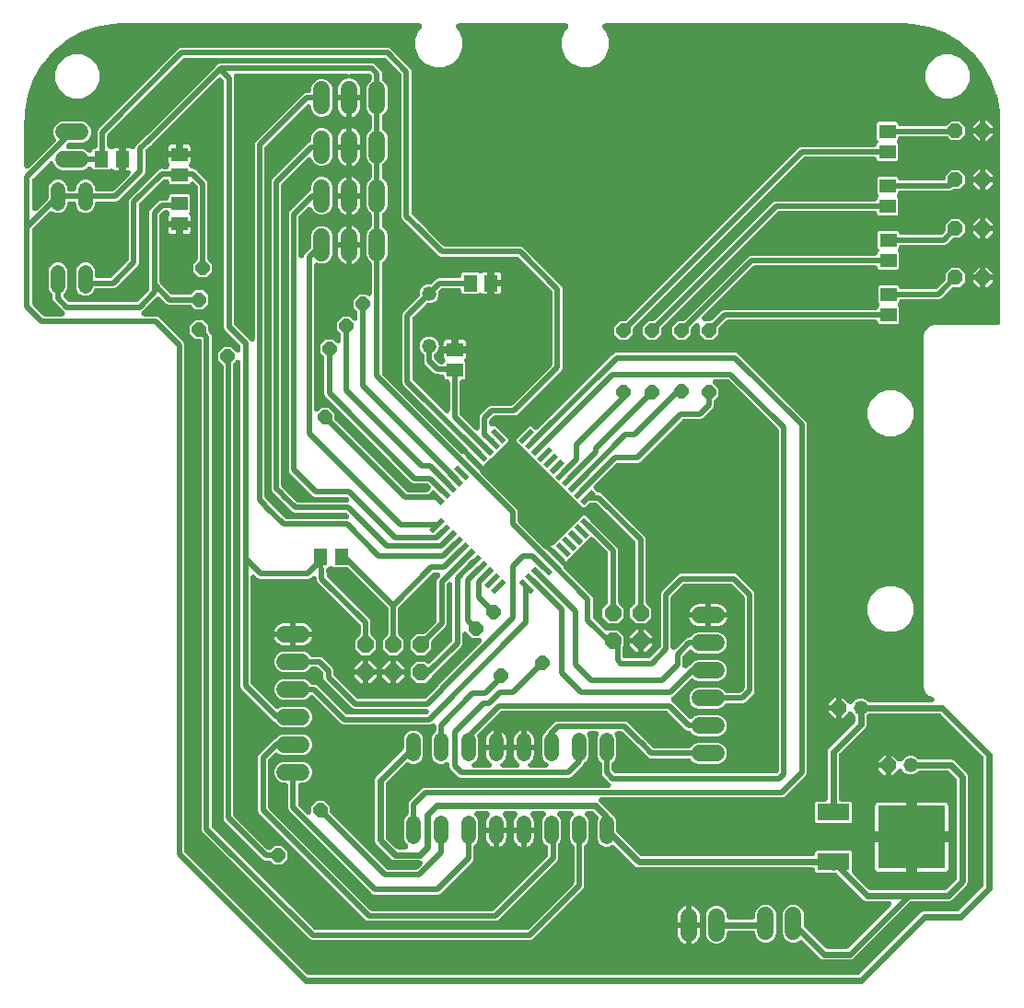
<source format=gbr>
G04 EAGLE Gerber RS-274X export*
G75*
%MOMM*%
%FSLAX34Y34*%
%LPD*%
%INBottom Copper*%
%IPPOS*%
%AMOC8*
5,1,8,0,0,1.08239X$1,22.5*%
G01*
%ADD10R,1.300000X1.500000*%
%ADD11R,1.500000X1.300000*%
%ADD12C,1.524000*%
%ADD13R,1.500000X0.500000*%
%ADD14R,0.500000X1.500000*%
%ADD15R,6.200000X5.800000*%
%ADD16R,3.000000X1.600000*%
%ADD17P,1.429621X8X22.500000*%
%ADD18C,1.320800*%
%ADD19C,1.320800*%
%ADD20P,1.429621X8X202.500000*%
%ADD21P,1.649562X8X22.500000*%
%ADD22C,0.508000*%
%ADD23C,0.609600*%
%ADD24P,1.407107X8X22.500000*%

G36*
X777309Y33257D02*
X777309Y33257D01*
X777473Y33264D01*
X777533Y33277D01*
X777593Y33283D01*
X777752Y33326D01*
X777913Y33362D01*
X777969Y33385D01*
X778028Y33401D01*
X778176Y33472D01*
X778328Y33535D01*
X778380Y33568D01*
X778434Y33595D01*
X778568Y33690D01*
X778706Y33780D01*
X778764Y33831D01*
X778801Y33857D01*
X778843Y33900D01*
X778940Y33986D01*
X836102Y91148D01*
X837958Y91917D01*
X868585Y91917D01*
X868749Y91931D01*
X868913Y91938D01*
X868973Y91951D01*
X869033Y91957D01*
X869192Y92000D01*
X869353Y92036D01*
X869409Y92059D01*
X869468Y92075D01*
X869616Y92146D01*
X869768Y92209D01*
X869820Y92242D01*
X869874Y92269D01*
X870008Y92364D01*
X870146Y92454D01*
X870204Y92505D01*
X870241Y92531D01*
X870283Y92574D01*
X870380Y92660D01*
X892606Y114886D01*
X892711Y115012D01*
X892823Y115133D01*
X892855Y115184D01*
X892894Y115231D01*
X892976Y115374D01*
X893064Y115512D01*
X893088Y115569D01*
X893118Y115622D01*
X893173Y115777D01*
X893235Y115929D01*
X893248Y115989D01*
X893269Y116046D01*
X893295Y116208D01*
X893330Y116369D01*
X893335Y116446D01*
X893342Y116490D01*
X893341Y116551D01*
X893349Y116681D01*
X893349Y233077D01*
X893335Y233241D01*
X893328Y233405D01*
X893315Y233465D01*
X893309Y233525D01*
X893266Y233684D01*
X893230Y233845D01*
X893207Y233901D01*
X893191Y233960D01*
X893120Y234108D01*
X893057Y234260D01*
X893024Y234312D01*
X892997Y234366D01*
X892902Y234500D01*
X892812Y234638D01*
X892761Y234696D01*
X892735Y234733D01*
X892692Y234775D01*
X892606Y234872D01*
X854124Y273354D01*
X853998Y273459D01*
X853877Y273571D01*
X853826Y273603D01*
X853779Y273643D01*
X853636Y273724D01*
X853498Y273812D01*
X853441Y273836D01*
X853388Y273866D01*
X853233Y273921D01*
X853081Y273983D01*
X853021Y273996D01*
X852964Y274017D01*
X852801Y274044D01*
X852641Y274078D01*
X852564Y274083D01*
X852519Y274090D01*
X852458Y274089D01*
X852329Y274097D01*
X788462Y274101D01*
X788298Y274086D01*
X788133Y274080D01*
X788074Y274066D01*
X788013Y274061D01*
X787855Y274018D01*
X787694Y273982D01*
X787638Y273958D01*
X787579Y273942D01*
X787430Y273872D01*
X787278Y273808D01*
X787227Y273775D01*
X787172Y273749D01*
X787038Y273653D01*
X786900Y273564D01*
X786842Y273513D01*
X786806Y273487D01*
X786764Y273443D01*
X786666Y273357D01*
X786082Y272773D01*
X785977Y272647D01*
X785865Y272526D01*
X785833Y272475D01*
X785794Y272428D01*
X785712Y272286D01*
X785624Y272147D01*
X785600Y272090D01*
X785570Y272037D01*
X785515Y271882D01*
X785453Y271730D01*
X785440Y271670D01*
X785419Y271613D01*
X785393Y271451D01*
X785358Y271290D01*
X785353Y271213D01*
X785346Y271169D01*
X785347Y271108D01*
X785339Y270978D01*
X785339Y262904D01*
X784570Y261048D01*
X760934Y237412D01*
X760829Y237286D01*
X760717Y237165D01*
X760685Y237114D01*
X760646Y237067D01*
X760564Y236924D01*
X760476Y236786D01*
X760452Y236729D01*
X760422Y236676D01*
X760367Y236521D01*
X760305Y236369D01*
X760292Y236309D01*
X760271Y236252D01*
X760244Y236089D01*
X760210Y235929D01*
X760205Y235852D01*
X760198Y235808D01*
X760199Y235747D01*
X760191Y235617D01*
X760191Y195610D01*
X760194Y195575D01*
X760192Y195541D01*
X760214Y195352D01*
X760231Y195161D01*
X760240Y195128D01*
X760244Y195094D01*
X760299Y194911D01*
X760349Y194727D01*
X760364Y194696D01*
X760374Y194663D01*
X760461Y194492D01*
X760543Y194320D01*
X760563Y194292D01*
X760578Y194261D01*
X760694Y194109D01*
X760805Y193954D01*
X760830Y193930D01*
X760850Y193903D01*
X760990Y193774D01*
X761127Y193640D01*
X761156Y193621D01*
X761182Y193597D01*
X761343Y193495D01*
X761500Y193388D01*
X761532Y193374D01*
X761561Y193356D01*
X761738Y193283D01*
X761912Y193206D01*
X761946Y193198D01*
X761978Y193185D01*
X762165Y193145D01*
X762350Y193099D01*
X762384Y193097D01*
X762418Y193090D01*
X762730Y193071D01*
X771229Y193071D01*
X772401Y191899D01*
X772401Y174241D01*
X771229Y173069D01*
X739571Y173069D01*
X738399Y174241D01*
X738399Y191899D01*
X739571Y193071D01*
X747554Y193071D01*
X747589Y193074D01*
X747623Y193072D01*
X747812Y193094D01*
X748003Y193111D01*
X748036Y193120D01*
X748070Y193124D01*
X748253Y193179D01*
X748437Y193229D01*
X748468Y193244D01*
X748501Y193254D01*
X748672Y193341D01*
X748844Y193423D01*
X748872Y193443D01*
X748903Y193458D01*
X749055Y193574D01*
X749210Y193685D01*
X749234Y193710D01*
X749261Y193730D01*
X749390Y193870D01*
X749524Y194007D01*
X749543Y194036D01*
X749567Y194062D01*
X749669Y194222D01*
X749776Y194380D01*
X749790Y194412D01*
X749808Y194441D01*
X749881Y194618D01*
X749958Y194792D01*
X749966Y194826D01*
X749979Y194858D01*
X750019Y195045D01*
X750065Y195230D01*
X750067Y195264D01*
X750074Y195298D01*
X750093Y195610D01*
X750093Y239764D01*
X750862Y241620D01*
X752639Y243397D01*
X774498Y265256D01*
X774603Y265382D01*
X774715Y265503D01*
X774747Y265554D01*
X774786Y265601D01*
X774868Y265744D01*
X774956Y265882D01*
X774980Y265939D01*
X775010Y265992D01*
X775065Y266147D01*
X775127Y266299D01*
X775140Y266359D01*
X775161Y266416D01*
X775187Y266578D01*
X775222Y266739D01*
X775227Y266816D01*
X775234Y266860D01*
X775233Y266921D01*
X775241Y267051D01*
X775241Y270978D01*
X775227Y271142D01*
X775220Y271306D01*
X775207Y271366D01*
X775201Y271426D01*
X775158Y271585D01*
X775122Y271746D01*
X775099Y271802D01*
X775083Y271861D01*
X775012Y272009D01*
X774949Y272161D01*
X774916Y272213D01*
X774889Y272267D01*
X774794Y272401D01*
X774704Y272539D01*
X774653Y272597D01*
X774627Y272634D01*
X774584Y272676D01*
X774498Y272774D01*
X772995Y274276D01*
X772995Y274277D01*
X772957Y274350D01*
X772927Y274427D01*
X772852Y274549D01*
X772786Y274676D01*
X772736Y274741D01*
X772693Y274812D01*
X772598Y274919D01*
X772511Y275032D01*
X772449Y275087D01*
X772395Y275149D01*
X772283Y275238D01*
X772176Y275334D01*
X772106Y275377D01*
X772042Y275428D01*
X771916Y275496D01*
X771794Y275572D01*
X771717Y275602D01*
X771645Y275641D01*
X771509Y275685D01*
X771376Y275738D01*
X771295Y275755D01*
X771217Y275780D01*
X771075Y275800D01*
X770935Y275828D01*
X770852Y275830D01*
X770771Y275842D01*
X770628Y275836D01*
X770484Y275839D01*
X770403Y275827D01*
X770321Y275823D01*
X770181Y275792D01*
X770040Y275770D01*
X769962Y275743D01*
X769881Y275726D01*
X769749Y275670D01*
X769614Y275624D01*
X769542Y275584D01*
X769466Y275552D01*
X769346Y275474D01*
X769220Y275405D01*
X769157Y275352D01*
X769087Y275308D01*
X768902Y275144D01*
X768872Y275119D01*
X768865Y275111D01*
X768853Y275101D01*
X763758Y270005D01*
X762509Y270005D01*
X762509Y279150D01*
X762509Y288295D01*
X763758Y288295D01*
X768853Y283199D01*
X768917Y283146D01*
X768973Y283087D01*
X769089Y283002D01*
X769199Y282910D01*
X769270Y282870D01*
X769337Y282821D01*
X769465Y282758D01*
X769590Y282687D01*
X769667Y282659D01*
X769741Y282623D01*
X769879Y282584D01*
X770014Y282536D01*
X770095Y282523D01*
X770174Y282500D01*
X770317Y282486D01*
X770458Y282463D01*
X770540Y282464D01*
X770623Y282456D01*
X770765Y282467D01*
X770908Y282469D01*
X770989Y282485D01*
X771071Y282491D01*
X771210Y282527D01*
X771350Y282554D01*
X771427Y282584D01*
X771507Y282605D01*
X771637Y282665D01*
X771770Y282717D01*
X771841Y282760D01*
X771916Y282794D01*
X772033Y282876D01*
X772155Y282951D01*
X772217Y283005D01*
X772284Y283052D01*
X772385Y283154D01*
X772493Y283249D01*
X772544Y283313D01*
X772602Y283372D01*
X772683Y283490D01*
X772772Y283602D01*
X772811Y283674D01*
X772858Y283742D01*
X772966Y283964D01*
X772985Y283999D01*
X772988Y284009D01*
X772995Y284023D01*
X772995Y284024D01*
X775416Y286445D01*
X778578Y287755D01*
X782002Y287755D01*
X785164Y286445D01*
X786667Y284942D01*
X786793Y284837D01*
X786914Y284725D01*
X786965Y284692D01*
X787012Y284653D01*
X787155Y284572D01*
X787294Y284483D01*
X787350Y284460D01*
X787403Y284430D01*
X787558Y284375D01*
X787710Y284312D01*
X787770Y284299D01*
X787827Y284279D01*
X787990Y284252D01*
X788150Y284218D01*
X788228Y284213D01*
X788272Y284205D01*
X788333Y284206D01*
X788462Y284198D01*
X845520Y284195D01*
X845697Y284211D01*
X845875Y284220D01*
X845921Y284231D01*
X845969Y284235D01*
X846140Y284282D01*
X846313Y284322D01*
X846357Y284341D01*
X846403Y284354D01*
X846564Y284430D01*
X846727Y284500D01*
X846767Y284526D01*
X846810Y284547D01*
X846954Y284650D01*
X847103Y284748D01*
X847137Y284781D01*
X847176Y284809D01*
X847300Y284936D01*
X847428Y285059D01*
X847457Y285098D01*
X847490Y285132D01*
X847590Y285279D01*
X847694Y285422D01*
X847715Y285465D01*
X847742Y285505D01*
X847814Y285667D01*
X847892Y285827D01*
X847905Y285873D01*
X847924Y285917D01*
X847967Y286089D01*
X848015Y286260D01*
X848020Y286308D01*
X848031Y286354D01*
X848042Y286531D01*
X848060Y286708D01*
X848056Y286756D01*
X848059Y286803D01*
X848038Y286980D01*
X848024Y287157D01*
X848012Y287203D01*
X848007Y287251D01*
X847955Y287421D01*
X847910Y287593D01*
X847890Y287636D01*
X847876Y287682D01*
X847796Y287840D01*
X847721Y288001D01*
X847694Y288040D01*
X847672Y288083D01*
X847565Y288224D01*
X847463Y288370D01*
X847429Y288404D01*
X847400Y288442D01*
X847269Y288562D01*
X847143Y288687D01*
X847104Y288714D01*
X847069Y288747D01*
X846919Y288842D01*
X846773Y288943D01*
X846720Y288969D01*
X846689Y288989D01*
X846631Y289013D01*
X846492Y289080D01*
X843525Y290309D01*
X840310Y293525D01*
X838569Y297726D01*
X838569Y622274D01*
X840310Y626475D01*
X843525Y629690D01*
X847726Y631431D01*
X906030Y631431D01*
X906065Y631434D01*
X906099Y631432D01*
X906288Y631454D01*
X906479Y631471D01*
X906512Y631480D01*
X906546Y631484D01*
X906729Y631539D01*
X906913Y631589D01*
X906944Y631604D01*
X906977Y631614D01*
X907148Y631701D01*
X907320Y631783D01*
X907348Y631803D01*
X907379Y631818D01*
X907531Y631934D01*
X907686Y632045D01*
X907710Y632070D01*
X907737Y632090D01*
X907866Y632230D01*
X908000Y632367D01*
X908019Y632396D01*
X908043Y632422D01*
X908145Y632583D01*
X908252Y632740D01*
X908266Y632772D01*
X908284Y632801D01*
X908357Y632978D01*
X908434Y633152D01*
X908442Y633186D01*
X908455Y633218D01*
X908495Y633405D01*
X908541Y633590D01*
X908543Y633624D01*
X908550Y633658D01*
X908569Y633970D01*
X908569Y820000D01*
X908566Y820041D01*
X908567Y820111D01*
X908239Y827609D01*
X908238Y827619D01*
X908239Y827628D01*
X908203Y827939D01*
X905599Y842707D01*
X905582Y842770D01*
X905573Y842835D01*
X905485Y843135D01*
X900356Y857226D01*
X900328Y857286D01*
X900308Y857348D01*
X900169Y857627D01*
X892671Y870614D01*
X892633Y870668D01*
X892603Y870726D01*
X892417Y870977D01*
X882778Y882465D01*
X882731Y882511D01*
X882691Y882562D01*
X882465Y882778D01*
X870977Y892417D01*
X870923Y892454D01*
X870875Y892498D01*
X870614Y892671D01*
X857627Y900169D01*
X857568Y900196D01*
X857513Y900231D01*
X857226Y900356D01*
X843135Y905485D01*
X843071Y905502D01*
X843011Y905526D01*
X842707Y905599D01*
X827939Y908203D01*
X827929Y908204D01*
X827920Y908207D01*
X827609Y908239D01*
X820111Y908567D01*
X820069Y908565D01*
X820000Y908569D01*
X545405Y908569D01*
X545275Y908558D01*
X545145Y908556D01*
X545052Y908538D01*
X544956Y908529D01*
X544831Y908495D01*
X544703Y908470D01*
X544614Y908436D01*
X544522Y908411D01*
X544405Y908355D01*
X544283Y908308D01*
X544202Y908258D01*
X544115Y908217D01*
X544010Y908142D01*
X543899Y908074D01*
X543827Y908011D01*
X543749Y907955D01*
X543659Y907862D01*
X543561Y907776D01*
X543502Y907701D01*
X543435Y907633D01*
X543363Y907525D01*
X543282Y907423D01*
X543237Y907339D01*
X543183Y907260D01*
X543131Y907141D01*
X543069Y907026D01*
X543040Y906935D01*
X543001Y906848D01*
X542970Y906721D01*
X542930Y906598D01*
X542917Y906503D01*
X542894Y906410D01*
X542886Y906281D01*
X542869Y906152D01*
X542872Y906056D01*
X542867Y905961D01*
X542882Y905832D01*
X542887Y905702D01*
X542908Y905609D01*
X542919Y905514D01*
X542956Y905389D01*
X542985Y905262D01*
X543021Y905174D01*
X543049Y905083D01*
X543108Y904967D01*
X543158Y904847D01*
X543210Y904767D01*
X543253Y904681D01*
X543332Y904578D01*
X543402Y904469D01*
X543489Y904371D01*
X543525Y904323D01*
X543558Y904292D01*
X543609Y904234D01*
X545614Y902230D01*
X548901Y894295D01*
X548901Y885705D01*
X545614Y877770D01*
X539540Y871696D01*
X531605Y868409D01*
X523015Y868409D01*
X515080Y871696D01*
X509006Y877770D01*
X505719Y885705D01*
X505719Y894295D01*
X509006Y902230D01*
X511011Y904234D01*
X511094Y904334D01*
X511185Y904427D01*
X511238Y904507D01*
X511299Y904580D01*
X511364Y904693D01*
X511437Y904800D01*
X511475Y904888D01*
X511523Y904971D01*
X511566Y905093D01*
X511619Y905212D01*
X511642Y905305D01*
X511674Y905395D01*
X511695Y905523D01*
X511726Y905650D01*
X511732Y905745D01*
X511747Y905839D01*
X511745Y905969D01*
X511753Y906099D01*
X511742Y906194D01*
X511741Y906290D01*
X511716Y906417D01*
X511701Y906546D01*
X511674Y906638D01*
X511655Y906732D01*
X511609Y906853D01*
X511571Y906977D01*
X511528Y907063D01*
X511493Y907152D01*
X511426Y907263D01*
X511367Y907379D01*
X511309Y907455D01*
X511259Y907536D01*
X511173Y907634D01*
X511095Y907737D01*
X511024Y907802D01*
X510961Y907874D01*
X510859Y907954D01*
X510764Y908043D01*
X510683Y908094D01*
X510608Y908153D01*
X510493Y908214D01*
X510384Y908284D01*
X510295Y908321D01*
X510211Y908366D01*
X510087Y908406D01*
X509967Y908455D01*
X509874Y908475D01*
X509783Y908505D01*
X509654Y908523D01*
X509527Y908550D01*
X509397Y908558D01*
X509337Y908566D01*
X509292Y908565D01*
X509215Y908569D01*
X410785Y908569D01*
X410655Y908558D01*
X410525Y908556D01*
X410432Y908538D01*
X410336Y908529D01*
X410211Y908495D01*
X410083Y908470D01*
X409994Y908436D01*
X409902Y908411D01*
X409785Y908355D01*
X409663Y908308D01*
X409582Y908258D01*
X409495Y908217D01*
X409390Y908142D01*
X409279Y908074D01*
X409207Y908011D01*
X409129Y907955D01*
X409039Y907862D01*
X408941Y907776D01*
X408882Y907701D01*
X408815Y907633D01*
X408743Y907525D01*
X408662Y907423D01*
X408617Y907339D01*
X408563Y907260D01*
X408511Y907141D01*
X408449Y907026D01*
X408420Y906935D01*
X408381Y906848D01*
X408350Y906721D01*
X408310Y906598D01*
X408297Y906503D01*
X408274Y906410D01*
X408266Y906281D01*
X408249Y906152D01*
X408252Y906056D01*
X408247Y905961D01*
X408262Y905832D01*
X408267Y905702D01*
X408288Y905609D01*
X408299Y905514D01*
X408336Y905389D01*
X408365Y905262D01*
X408401Y905174D01*
X408429Y905083D01*
X408488Y904967D01*
X408538Y904847D01*
X408590Y904767D01*
X408633Y904681D01*
X408712Y904578D01*
X408782Y904469D01*
X408869Y904371D01*
X408905Y904323D01*
X408938Y904292D01*
X408989Y904234D01*
X410994Y902230D01*
X414281Y894295D01*
X414281Y885705D01*
X410994Y877770D01*
X404920Y871696D01*
X396985Y868409D01*
X388395Y868409D01*
X380460Y871696D01*
X374386Y877770D01*
X371099Y885705D01*
X371099Y894295D01*
X374386Y902230D01*
X376391Y904234D01*
X376474Y904334D01*
X376565Y904427D01*
X376618Y904507D01*
X376679Y904580D01*
X376744Y904693D01*
X376817Y904800D01*
X376855Y904888D01*
X376903Y904971D01*
X376946Y905093D01*
X376999Y905212D01*
X377022Y905305D01*
X377054Y905395D01*
X377075Y905523D01*
X377106Y905650D01*
X377112Y905745D01*
X377127Y905839D01*
X377125Y905969D01*
X377133Y906099D01*
X377122Y906194D01*
X377121Y906290D01*
X377096Y906417D01*
X377081Y906546D01*
X377054Y906638D01*
X377035Y906732D01*
X376989Y906853D01*
X376951Y906977D01*
X376908Y907063D01*
X376873Y907152D01*
X376806Y907263D01*
X376747Y907379D01*
X376689Y907455D01*
X376639Y907536D01*
X376553Y907634D01*
X376475Y907737D01*
X376404Y907802D01*
X376341Y907874D01*
X376239Y907954D01*
X376144Y908043D01*
X376063Y908094D01*
X375988Y908153D01*
X375873Y908214D01*
X375764Y908284D01*
X375675Y908321D01*
X375591Y908366D01*
X375467Y908406D01*
X375347Y908455D01*
X375254Y908475D01*
X375163Y908505D01*
X375034Y908523D01*
X374907Y908550D01*
X374777Y908558D01*
X374717Y908566D01*
X374672Y908565D01*
X374595Y908569D01*
X100000Y908569D01*
X99959Y908566D01*
X99889Y908567D01*
X92391Y908239D01*
X92381Y908238D01*
X92372Y908239D01*
X92061Y908203D01*
X77293Y905599D01*
X77230Y905582D01*
X77165Y905573D01*
X76865Y905485D01*
X62774Y900356D01*
X62714Y900328D01*
X62652Y900308D01*
X62373Y900169D01*
X49386Y892671D01*
X49332Y892633D01*
X49274Y892603D01*
X49023Y892417D01*
X37535Y882778D01*
X37489Y882731D01*
X37438Y882691D01*
X37222Y882465D01*
X27583Y870977D01*
X27546Y870923D01*
X27502Y870875D01*
X27329Y870614D01*
X19831Y857627D01*
X19804Y857568D01*
X19769Y857513D01*
X19644Y857226D01*
X14515Y843135D01*
X14498Y843071D01*
X14474Y843011D01*
X14401Y842707D01*
X11797Y827939D01*
X11796Y827929D01*
X11793Y827920D01*
X11761Y827609D01*
X11433Y820111D01*
X11435Y820069D01*
X11431Y820000D01*
X11431Y777353D01*
X11442Y777223D01*
X11444Y777093D01*
X11462Y776999D01*
X11471Y776904D01*
X11505Y776779D01*
X11530Y776651D01*
X11564Y776562D01*
X11589Y776470D01*
X11645Y776352D01*
X11692Y776231D01*
X11742Y776149D01*
X11783Y776063D01*
X11858Y775958D01*
X11926Y775846D01*
X11989Y775775D01*
X12045Y775697D01*
X12138Y775606D01*
X12224Y775509D01*
X12299Y775450D01*
X12367Y775383D01*
X12475Y775310D01*
X12577Y775229D01*
X12661Y775184D01*
X12740Y775131D01*
X12859Y775078D01*
X12974Y775017D01*
X13065Y774987D01*
X13152Y774949D01*
X13279Y774918D01*
X13402Y774878D01*
X13497Y774865D01*
X13590Y774842D01*
X13719Y774834D01*
X13848Y774816D01*
X13944Y774820D01*
X14039Y774814D01*
X14168Y774829D01*
X14298Y774835D01*
X14391Y774855D01*
X14486Y774866D01*
X14611Y774904D01*
X14738Y774932D01*
X14826Y774969D01*
X14917Y774997D01*
X15033Y775056D01*
X15153Y775106D01*
X15234Y775158D01*
X15319Y775201D01*
X15422Y775279D01*
X15531Y775350D01*
X15629Y775436D01*
X15677Y775473D01*
X15708Y775506D01*
X15766Y775557D01*
X39751Y799542D01*
X39773Y799569D01*
X39799Y799592D01*
X39917Y799740D01*
X40040Y799888D01*
X40057Y799918D01*
X40078Y799945D01*
X40168Y800113D01*
X40263Y800279D01*
X40275Y800311D01*
X40291Y800342D01*
X40350Y800523D01*
X40414Y800703D01*
X40420Y800737D01*
X40430Y800770D01*
X40456Y800958D01*
X40487Y801147D01*
X40487Y801182D01*
X40492Y801216D01*
X40484Y801407D01*
X40481Y801597D01*
X40475Y801631D01*
X40473Y801666D01*
X40432Y801852D01*
X40396Y802039D01*
X40383Y802072D01*
X40376Y802106D01*
X40302Y802282D01*
X40233Y802459D01*
X40215Y802489D01*
X40202Y802521D01*
X40099Y802681D01*
X40000Y802844D01*
X39977Y802870D01*
X39958Y802899D01*
X39751Y803133D01*
X39594Y803290D01*
X38129Y806826D01*
X38129Y810654D01*
X39594Y814190D01*
X42300Y816896D01*
X45836Y818361D01*
X64904Y818361D01*
X68440Y816896D01*
X71146Y814190D01*
X72611Y810654D01*
X72611Y806826D01*
X71146Y803290D01*
X68440Y800584D01*
X64904Y799119D01*
X53223Y799119D01*
X53059Y799105D01*
X52895Y799098D01*
X52835Y799085D01*
X52774Y799079D01*
X52616Y799036D01*
X52455Y799000D01*
X52398Y798977D01*
X52340Y798961D01*
X52192Y798890D01*
X52039Y798827D01*
X51988Y798794D01*
X51933Y798767D01*
X51800Y798672D01*
X51661Y798583D01*
X51603Y798531D01*
X51567Y798505D01*
X51524Y798462D01*
X51427Y798376D01*
X50347Y797296D01*
X50264Y797196D01*
X50173Y797103D01*
X50119Y797023D01*
X50058Y796950D01*
X49994Y796837D01*
X49921Y796730D01*
X49882Y796642D01*
X49835Y796559D01*
X49791Y796437D01*
X49739Y796318D01*
X49716Y796225D01*
X49684Y796135D01*
X49663Y796007D01*
X49632Y795880D01*
X49626Y795785D01*
X49610Y795691D01*
X49612Y795561D01*
X49604Y795431D01*
X49615Y795336D01*
X49617Y795241D01*
X49641Y795113D01*
X49656Y794984D01*
X49684Y794892D01*
X49702Y794798D01*
X49749Y794677D01*
X49787Y794553D01*
X49830Y794467D01*
X49864Y794378D01*
X49932Y794267D01*
X49991Y794151D01*
X50049Y794075D01*
X50098Y793994D01*
X50184Y793896D01*
X50263Y793793D01*
X50333Y793728D01*
X50397Y793656D01*
X50498Y793576D01*
X50594Y793487D01*
X50675Y793436D01*
X50750Y793377D01*
X50864Y793316D01*
X50974Y793246D01*
X51062Y793209D01*
X51146Y793164D01*
X51270Y793124D01*
X51390Y793075D01*
X51484Y793055D01*
X51575Y793025D01*
X51703Y793007D01*
X51831Y792980D01*
X51961Y792972D01*
X52021Y792964D01*
X52065Y792965D01*
X52143Y792961D01*
X64904Y792961D01*
X68440Y791496D01*
X69614Y790321D01*
X69714Y790238D01*
X69807Y790147D01*
X69887Y790094D01*
X69960Y790032D01*
X70073Y789968D01*
X70180Y789895D01*
X70268Y789856D01*
X70351Y789809D01*
X70473Y789765D01*
X70592Y789713D01*
X70685Y789690D01*
X70775Y789658D01*
X70903Y789637D01*
X71030Y789606D01*
X71125Y789600D01*
X71219Y789585D01*
X71349Y789586D01*
X71479Y789578D01*
X71574Y789590D01*
X71670Y789591D01*
X71797Y789616D01*
X71926Y789631D01*
X72018Y789658D01*
X72112Y789676D01*
X72233Y789723D01*
X72357Y789761D01*
X72443Y789804D01*
X72532Y789839D01*
X72643Y789906D01*
X72759Y789965D01*
X72835Y790023D01*
X72916Y790073D01*
X73014Y790159D01*
X73117Y790237D01*
X73182Y790307D01*
X73254Y790371D01*
X73334Y790473D01*
X73423Y790568D01*
X73474Y790649D01*
X73533Y790724D01*
X73595Y790838D01*
X73664Y790948D01*
X73701Y791036D01*
X73746Y791121D01*
X73786Y791244D01*
X73835Y791365D01*
X73855Y791458D01*
X73885Y791549D01*
X73903Y791678D01*
X73930Y791805D01*
X73938Y791935D01*
X73946Y791995D01*
X73945Y792040D01*
X73949Y792117D01*
X73949Y792169D01*
X75121Y793341D01*
X75978Y793341D01*
X76013Y793344D01*
X76047Y793342D01*
X76236Y793364D01*
X76427Y793381D01*
X76460Y793390D01*
X76494Y793394D01*
X76677Y793449D01*
X76861Y793499D01*
X76892Y793514D01*
X76925Y793524D01*
X77096Y793611D01*
X77268Y793693D01*
X77296Y793713D01*
X77327Y793728D01*
X77479Y793844D01*
X77634Y793955D01*
X77658Y793980D01*
X77685Y794000D01*
X77814Y794140D01*
X77948Y794277D01*
X77967Y794306D01*
X77991Y794332D01*
X78093Y794492D01*
X78200Y794650D01*
X78214Y794682D01*
X78232Y794711D01*
X78305Y794887D01*
X78382Y795062D01*
X78390Y795096D01*
X78403Y795128D01*
X78443Y795315D01*
X78489Y795500D01*
X78491Y795534D01*
X78498Y795568D01*
X78517Y795880D01*
X78517Y809385D01*
X79209Y811054D01*
X153638Y885483D01*
X155307Y886175D01*
X346089Y886175D01*
X347758Y885483D01*
X366561Y866680D01*
X367253Y865011D01*
X367253Y734453D01*
X367267Y734289D01*
X367274Y734124D01*
X367287Y734065D01*
X367293Y734004D01*
X367336Y733845D01*
X367372Y733685D01*
X367395Y733629D01*
X367411Y733570D01*
X367482Y733422D01*
X367545Y733269D01*
X367578Y733218D01*
X367605Y733163D01*
X367700Y733030D01*
X367790Y732891D01*
X367841Y732833D01*
X367867Y732797D01*
X367910Y732755D01*
X367996Y732657D01*
X378349Y722305D01*
X381777Y718876D01*
X381778Y718876D01*
X396615Y704038D01*
X396741Y703933D01*
X396862Y703821D01*
X396914Y703789D01*
X396960Y703750D01*
X397103Y703668D01*
X397242Y703580D01*
X397299Y703556D01*
X397351Y703526D01*
X397506Y703471D01*
X397659Y703409D01*
X397718Y703396D01*
X397776Y703375D01*
X397938Y703349D01*
X398099Y703314D01*
X398176Y703309D01*
X398220Y703302D01*
X398281Y703303D01*
X398411Y703295D01*
X468009Y703295D01*
X469678Y702603D01*
X471312Y700969D01*
X471313Y700969D01*
X505245Y667036D01*
X505937Y665367D01*
X505937Y591171D01*
X505245Y589502D01*
X464344Y548601D01*
X462675Y547909D01*
X444131Y547909D01*
X443967Y547895D01*
X443802Y547888D01*
X443743Y547875D01*
X443682Y547869D01*
X443523Y547826D01*
X443363Y547790D01*
X443307Y547767D01*
X443248Y547751D01*
X443099Y547680D01*
X442947Y547617D01*
X442896Y547584D01*
X442841Y547557D01*
X442707Y547462D01*
X442569Y547372D01*
X442511Y547321D01*
X442475Y547295D01*
X442432Y547252D01*
X442335Y547166D01*
X439624Y544455D01*
X439519Y544329D01*
X439407Y544208D01*
X439375Y544156D01*
X439336Y544110D01*
X439254Y543967D01*
X439166Y543828D01*
X439142Y543771D01*
X439112Y543719D01*
X439057Y543564D01*
X438995Y543411D01*
X438982Y543352D01*
X438961Y543294D01*
X438935Y543132D01*
X438900Y542971D01*
X438895Y542894D01*
X438888Y542850D01*
X438889Y542789D01*
X438881Y542659D01*
X438881Y540471D01*
X438892Y540342D01*
X438894Y540212D01*
X438912Y540118D01*
X438921Y540023D01*
X438955Y539897D01*
X438980Y539770D01*
X439014Y539681D01*
X439039Y539589D01*
X439095Y539471D01*
X439142Y539350D01*
X439192Y539268D01*
X439233Y539182D01*
X439308Y539076D01*
X439376Y538965D01*
X439439Y538893D01*
X439495Y538816D01*
X439588Y538725D01*
X439674Y538628D01*
X439749Y538569D01*
X439817Y538502D01*
X439925Y538429D01*
X440027Y538348D01*
X440111Y538303D01*
X440190Y538250D01*
X440309Y538197D01*
X440424Y538136D01*
X440515Y538106D01*
X440602Y538067D01*
X440729Y538037D01*
X440852Y537996D01*
X440947Y537983D01*
X441040Y537961D01*
X441169Y537953D01*
X441298Y537935D01*
X441394Y537939D01*
X441489Y537933D01*
X441618Y537948D01*
X441748Y537953D01*
X441841Y537974D01*
X441936Y537985D01*
X442061Y538023D01*
X442188Y538051D01*
X442276Y538088D01*
X442367Y538115D01*
X442483Y538175D01*
X442603Y538225D01*
X442683Y538276D01*
X442769Y538320D01*
X442832Y538368D01*
X444565Y538368D01*
X456344Y526590D01*
X456344Y524932D01*
X445236Y513824D01*
X440117Y508705D01*
X434754Y503343D01*
X434717Y503298D01*
X434675Y503259D01*
X434573Y503126D01*
X434465Y502997D01*
X434437Y502947D01*
X434402Y502901D01*
X434325Y502752D01*
X434242Y502606D01*
X434223Y502552D01*
X434196Y502501D01*
X434097Y502204D01*
X434083Y502153D01*
X433749Y501573D01*
X433540Y501365D01*
X426441Y508464D01*
X426440Y508465D01*
X418925Y515980D01*
X418932Y516024D01*
X418931Y516059D01*
X418936Y516093D01*
X418928Y516284D01*
X418926Y516474D01*
X418919Y516508D01*
X418918Y516543D01*
X418876Y516729D01*
X418840Y516917D01*
X418828Y516949D01*
X418820Y516983D01*
X418747Y517159D01*
X418678Y517337D01*
X418660Y517366D01*
X418647Y517398D01*
X418543Y517558D01*
X418444Y517721D01*
X418421Y517747D01*
X418402Y517776D01*
X418195Y518011D01*
X361259Y574947D01*
X359625Y576581D01*
X358933Y578250D01*
X358933Y640083D01*
X358933Y640983D01*
X359279Y641818D01*
X359624Y642652D01*
X360201Y643229D01*
X360202Y643229D01*
X374192Y657222D01*
X374297Y657348D01*
X374409Y657469D01*
X374441Y657521D01*
X374481Y657567D01*
X374562Y657710D01*
X374650Y657849D01*
X374674Y657905D01*
X374704Y657958D01*
X374759Y658113D01*
X374821Y658265D01*
X374834Y658325D01*
X374855Y658383D01*
X374881Y658545D01*
X374916Y658706D01*
X374921Y658783D01*
X374928Y658827D01*
X374927Y658888D01*
X374935Y659017D01*
X374935Y661862D01*
X376245Y665024D01*
X378666Y667445D01*
X381828Y668755D01*
X384674Y668755D01*
X384837Y668769D01*
X385002Y668776D01*
X385061Y668789D01*
X385122Y668795D01*
X385281Y668838D01*
X385441Y668873D01*
X385498Y668897D01*
X385557Y668913D01*
X385705Y668984D01*
X385857Y669047D01*
X385908Y669080D01*
X385963Y669107D01*
X386097Y669202D01*
X386235Y669291D01*
X386293Y669342D01*
X386330Y669369D01*
X386372Y669412D01*
X386469Y669498D01*
X390020Y673048D01*
X390021Y673048D01*
X390620Y673648D01*
X391454Y673993D01*
X392289Y674339D01*
X393175Y674339D01*
X393176Y674339D01*
X410500Y674340D01*
X410535Y674343D01*
X410569Y674341D01*
X410759Y674363D01*
X410949Y674380D01*
X410982Y674389D01*
X411016Y674393D01*
X411199Y674448D01*
X411383Y674498D01*
X411414Y674513D01*
X411447Y674523D01*
X411617Y674610D01*
X411790Y674692D01*
X411818Y674712D01*
X411849Y674728D01*
X412001Y674843D01*
X412156Y674954D01*
X412180Y674979D01*
X412207Y675000D01*
X412337Y675140D01*
X412470Y675277D01*
X412489Y675305D01*
X412513Y675331D01*
X412615Y675492D01*
X412722Y675650D01*
X412736Y675681D01*
X412754Y675711D01*
X412827Y675887D01*
X412904Y676062D01*
X412912Y676095D01*
X412925Y676127D01*
X412966Y676314D01*
X413011Y676499D01*
X413013Y676533D01*
X413020Y676567D01*
X413039Y676879D01*
X413039Y678129D01*
X414211Y679301D01*
X428870Y679301D01*
X428889Y679285D01*
X428912Y679259D01*
X429061Y679141D01*
X429208Y679018D01*
X429238Y679001D01*
X429265Y678979D01*
X429433Y678889D01*
X429599Y678795D01*
X429631Y678783D01*
X429662Y678767D01*
X429844Y678708D01*
X430023Y678644D01*
X430057Y678638D01*
X430090Y678627D01*
X430280Y678601D01*
X430467Y678570D01*
X430502Y678571D01*
X430536Y678566D01*
X430727Y678574D01*
X430918Y678576D01*
X430952Y678583D01*
X430986Y678584D01*
X431173Y678626D01*
X431360Y678662D01*
X431392Y678674D01*
X431426Y678682D01*
X431602Y678756D01*
X431780Y678824D01*
X431809Y678842D01*
X431841Y678856D01*
X432001Y678959D01*
X432164Y679058D01*
X432190Y679081D01*
X432220Y679100D01*
X432454Y679307D01*
X432480Y679333D01*
X433059Y679668D01*
X433705Y679841D01*
X437291Y679841D01*
X437291Y670510D01*
X437294Y670476D01*
X437292Y670441D01*
X437314Y670252D01*
X437331Y670062D01*
X437340Y670028D01*
X437344Y669994D01*
X437398Y669813D01*
X437364Y669655D01*
X437319Y669470D01*
X437317Y669436D01*
X437310Y669402D01*
X437291Y669090D01*
X437291Y659759D01*
X433705Y659759D01*
X433059Y659932D01*
X432480Y660267D01*
X432454Y660293D01*
X432427Y660315D01*
X432404Y660341D01*
X432255Y660459D01*
X432108Y660582D01*
X432078Y660599D01*
X432051Y660621D01*
X431883Y660711D01*
X431717Y660805D01*
X431685Y660817D01*
X431654Y660833D01*
X431472Y660892D01*
X431293Y660956D01*
X431259Y660962D01*
X431226Y660973D01*
X431037Y660999D01*
X430849Y661030D01*
X430814Y661029D01*
X430780Y661034D01*
X430590Y661026D01*
X430399Y661024D01*
X430364Y661017D01*
X430330Y661016D01*
X430144Y660974D01*
X429957Y660938D01*
X429924Y660926D01*
X429890Y660918D01*
X429715Y660845D01*
X429537Y660776D01*
X429507Y660758D01*
X429475Y660744D01*
X429315Y660641D01*
X429152Y660542D01*
X429126Y660519D01*
X429097Y660500D01*
X428870Y660299D01*
X414211Y660299D01*
X413039Y661471D01*
X413039Y662719D01*
X413036Y662754D01*
X413038Y662788D01*
X413016Y662978D01*
X412999Y663168D01*
X412990Y663201D01*
X412986Y663236D01*
X412931Y663418D01*
X412881Y663602D01*
X412866Y663633D01*
X412856Y663667D01*
X412769Y663837D01*
X412687Y664009D01*
X412667Y664037D01*
X412651Y664068D01*
X412536Y664220D01*
X412425Y664375D01*
X412400Y664399D01*
X412379Y664427D01*
X412239Y664556D01*
X412103Y664689D01*
X412074Y664708D01*
X412048Y664732D01*
X411887Y664834D01*
X411730Y664941D01*
X411698Y664955D01*
X411669Y664974D01*
X411492Y665046D01*
X411318Y665123D01*
X411284Y665131D01*
X411252Y665145D01*
X411065Y665185D01*
X410880Y665230D01*
X410846Y665232D01*
X410812Y665239D01*
X410500Y665258D01*
X396124Y665257D01*
X395960Y665243D01*
X395796Y665236D01*
X395737Y665223D01*
X395675Y665218D01*
X395517Y665174D01*
X395357Y665139D01*
X395300Y665115D01*
X395241Y665099D01*
X395093Y665028D01*
X394941Y664965D01*
X394890Y664932D01*
X394834Y664906D01*
X394701Y664810D01*
X394563Y664721D01*
X394505Y664670D01*
X394468Y664643D01*
X394426Y664600D01*
X394329Y664514D01*
X392889Y663075D01*
X392783Y662948D01*
X392671Y662827D01*
X392639Y662776D01*
X392600Y662729D01*
X392518Y662587D01*
X392430Y662447D01*
X392407Y662391D01*
X392376Y662339D01*
X392321Y662183D01*
X392259Y662031D01*
X392246Y661972D01*
X392226Y661914D01*
X392199Y661752D01*
X392164Y661591D01*
X392159Y661514D01*
X392152Y661470D01*
X392153Y661409D01*
X392145Y661279D01*
X392145Y658438D01*
X390835Y655276D01*
X388414Y652855D01*
X385252Y651545D01*
X382410Y651545D01*
X382246Y651531D01*
X382081Y651524D01*
X382022Y651511D01*
X381961Y651505D01*
X381803Y651462D01*
X381642Y651426D01*
X381586Y651403D01*
X381527Y651387D01*
X381379Y651316D01*
X381226Y651253D01*
X381175Y651220D01*
X381120Y651193D01*
X380987Y651098D01*
X380848Y651008D01*
X380791Y650957D01*
X380754Y650931D01*
X380712Y650887D01*
X380614Y650801D01*
X368758Y638943D01*
X368653Y638817D01*
X368541Y638696D01*
X368509Y638645D01*
X368469Y638598D01*
X368388Y638455D01*
X368300Y638316D01*
X368276Y638260D01*
X368246Y638207D01*
X368191Y638052D01*
X368129Y637900D01*
X368116Y637840D01*
X368095Y637782D01*
X368069Y637620D01*
X368034Y637460D01*
X368029Y637382D01*
X368022Y637338D01*
X368023Y637277D01*
X368015Y637148D01*
X368015Y582086D01*
X368029Y581922D01*
X368036Y581758D01*
X368049Y581698D01*
X368055Y581638D01*
X368098Y581479D01*
X368134Y581318D01*
X368157Y581262D01*
X368173Y581203D01*
X368244Y581055D01*
X368307Y580903D01*
X368340Y580851D01*
X368367Y580797D01*
X368462Y580663D01*
X368552Y580525D01*
X368603Y580467D01*
X368629Y580430D01*
X368672Y580388D01*
X368758Y580290D01*
X398286Y550763D01*
X398386Y550679D01*
X398479Y550589D01*
X398558Y550535D01*
X398632Y550474D01*
X398745Y550409D01*
X398852Y550336D01*
X398940Y550298D01*
X399023Y550250D01*
X399145Y550207D01*
X399264Y550154D01*
X399357Y550132D01*
X399447Y550100D01*
X399575Y550078D01*
X399702Y550048D01*
X399797Y550042D01*
X399891Y550026D01*
X400021Y550028D01*
X400151Y550020D01*
X400246Y550031D01*
X400341Y550032D01*
X400469Y550057D01*
X400598Y550072D01*
X400690Y550100D01*
X400783Y550118D01*
X400905Y550165D01*
X401029Y550202D01*
X401114Y550246D01*
X401203Y550280D01*
X401315Y550348D01*
X401430Y550407D01*
X401506Y550464D01*
X401588Y550514D01*
X401686Y550600D01*
X401789Y550679D01*
X401854Y550749D01*
X401925Y550812D01*
X402006Y550914D01*
X402094Y551010D01*
X402146Y551091D01*
X402205Y551165D01*
X402266Y551280D01*
X402336Y551390D01*
X402372Y551478D01*
X402418Y551562D01*
X402458Y551686D01*
X402507Y551806D01*
X402527Y551900D01*
X402557Y551990D01*
X402574Y552119D01*
X402602Y552246D01*
X402610Y552376D01*
X402618Y552436D01*
X402616Y552481D01*
X402621Y552558D01*
X402620Y578650D01*
X402617Y578685D01*
X402619Y578719D01*
X402597Y578909D01*
X402580Y579099D01*
X402571Y579132D01*
X402567Y579166D01*
X402511Y579349D01*
X402461Y579533D01*
X402446Y579564D01*
X402436Y579597D01*
X402350Y579767D01*
X402268Y579940D01*
X402248Y579968D01*
X402232Y579999D01*
X402117Y580150D01*
X402006Y580306D01*
X401981Y580330D01*
X401960Y580357D01*
X401820Y580487D01*
X401683Y580620D01*
X401654Y580639D01*
X401629Y580663D01*
X401468Y580765D01*
X401310Y580872D01*
X401278Y580886D01*
X401249Y580904D01*
X401073Y580977D01*
X400898Y581054D01*
X400865Y581062D01*
X400833Y581075D01*
X400646Y581115D01*
X400461Y581161D01*
X400426Y581163D01*
X400392Y581170D01*
X400081Y581189D01*
X398831Y581189D01*
X397659Y582361D01*
X397659Y583363D01*
X397643Y583542D01*
X397634Y583720D01*
X397623Y583765D01*
X397619Y583811D01*
X397572Y583984D01*
X397531Y584159D01*
X397513Y584201D01*
X397501Y584246D01*
X397424Y584407D01*
X397353Y584572D01*
X397327Y584611D01*
X397307Y584652D01*
X397203Y584798D01*
X397104Y584947D01*
X397072Y584981D01*
X397045Y585019D01*
X396917Y585143D01*
X396793Y585273D01*
X396756Y585300D01*
X396723Y585333D01*
X396574Y585433D01*
X396430Y585538D01*
X396388Y585559D01*
X396350Y585585D01*
X396185Y585657D01*
X396025Y585736D01*
X395980Y585748D01*
X395938Y585767D01*
X395764Y585809D01*
X395592Y585858D01*
X395534Y585865D01*
X395500Y585874D01*
X395438Y585877D01*
X395282Y585897D01*
X391468Y586140D01*
X391413Y586139D01*
X391307Y586145D01*
X390548Y586145D01*
X390451Y586176D01*
X390415Y586180D01*
X390394Y586186D01*
X389733Y586511D01*
X389682Y586531D01*
X389586Y586577D01*
X388885Y586867D01*
X388807Y586933D01*
X388776Y586951D01*
X388759Y586964D01*
X388272Y587517D01*
X388232Y587555D01*
X388162Y587635D01*
X379691Y596106D01*
X378999Y597775D01*
X378999Y603210D01*
X378985Y603374D01*
X378978Y603538D01*
X378965Y603598D01*
X378959Y603659D01*
X378916Y603817D01*
X378880Y603978D01*
X378857Y604034D01*
X378841Y604093D01*
X378770Y604241D01*
X378707Y604393D01*
X378674Y604444D01*
X378647Y604500D01*
X378552Y604633D01*
X378462Y604771D01*
X378411Y604829D01*
X378385Y604866D01*
X378342Y604908D01*
X378256Y605006D01*
X376245Y607016D01*
X374935Y610178D01*
X374935Y613602D01*
X376245Y616764D01*
X378666Y619185D01*
X381828Y620495D01*
X385252Y620495D01*
X388414Y619185D01*
X390835Y616764D01*
X392234Y613386D01*
X392317Y613228D01*
X392393Y613068D01*
X392420Y613029D01*
X392443Y612987D01*
X392552Y612846D01*
X392655Y612702D01*
X392689Y612669D01*
X392718Y612631D01*
X392850Y612512D01*
X392977Y612388D01*
X393017Y612361D01*
X393053Y612329D01*
X393203Y612236D01*
X393350Y612136D01*
X393394Y612117D01*
X393435Y612091D01*
X393600Y612026D01*
X393762Y611954D01*
X393809Y611942D01*
X393853Y611925D01*
X394010Y611892D01*
X393893Y611857D01*
X393722Y611812D01*
X393679Y611792D01*
X393633Y611778D01*
X393474Y611698D01*
X393313Y611623D01*
X393274Y611596D01*
X393231Y611574D01*
X393090Y611467D01*
X392944Y611365D01*
X392911Y611331D01*
X392873Y611302D01*
X392752Y611171D01*
X392627Y611045D01*
X392600Y611006D01*
X392568Y610971D01*
X392472Y610821D01*
X392371Y610675D01*
X392345Y610622D01*
X392326Y610591D01*
X392302Y610533D01*
X392234Y610394D01*
X390835Y607016D01*
X388824Y605006D01*
X388719Y604879D01*
X388607Y604758D01*
X388575Y604707D01*
X388536Y604660D01*
X388454Y604518D01*
X388366Y604379D01*
X388342Y604322D01*
X388312Y604269D01*
X388257Y604114D01*
X388195Y603962D01*
X388182Y603902D01*
X388161Y603845D01*
X388135Y603683D01*
X388100Y603522D01*
X388095Y603445D01*
X388088Y603401D01*
X388089Y603340D01*
X388081Y603210D01*
X388081Y601611D01*
X388095Y601447D01*
X388102Y601282D01*
X388115Y601223D01*
X388121Y601162D01*
X388164Y601003D01*
X388200Y600843D01*
X388223Y600787D01*
X388239Y600728D01*
X388310Y600579D01*
X388373Y600427D01*
X388406Y600376D01*
X388433Y600321D01*
X388528Y600188D01*
X388618Y600049D01*
X388669Y599991D01*
X388695Y599955D01*
X388738Y599912D01*
X388824Y599815D01*
X392853Y595786D01*
X392918Y595732D01*
X392976Y595672D01*
X393090Y595588D01*
X393199Y595497D01*
X393271Y595456D01*
X393339Y595406D01*
X393467Y595344D01*
X393590Y595274D01*
X393669Y595246D01*
X393744Y595209D01*
X393880Y595171D01*
X394014Y595123D01*
X394097Y595109D01*
X394177Y595087D01*
X394417Y595057D01*
X394458Y595050D01*
X394470Y595050D01*
X394487Y595048D01*
X394958Y595018D01*
X395074Y595020D01*
X395189Y595013D01*
X395299Y595026D01*
X395409Y595029D01*
X395521Y595052D01*
X395636Y595065D01*
X395742Y595097D01*
X395850Y595120D01*
X395957Y595162D01*
X396067Y595196D01*
X396165Y595246D01*
X396268Y595287D01*
X396366Y595348D01*
X396469Y595400D01*
X396556Y595467D01*
X396650Y595525D01*
X396735Y595602D01*
X396827Y595672D01*
X396902Y595753D01*
X396984Y595827D01*
X397054Y595918D01*
X397133Y596003D01*
X397192Y596096D01*
X397259Y596183D01*
X397312Y596286D01*
X397374Y596383D01*
X397416Y596485D01*
X397467Y596583D01*
X397501Y596693D01*
X397545Y596800D01*
X397569Y596907D01*
X397578Y596937D01*
X397653Y597013D01*
X397675Y597039D01*
X397701Y597062D01*
X397819Y597211D01*
X397942Y597358D01*
X397959Y597388D01*
X397981Y597415D01*
X398071Y597583D01*
X398165Y597749D01*
X398177Y597781D01*
X398193Y597812D01*
X398252Y597994D01*
X398316Y598173D01*
X398322Y598207D01*
X398333Y598240D01*
X398359Y598430D01*
X398390Y598617D01*
X398389Y598652D01*
X398394Y598686D01*
X398386Y598877D01*
X398384Y599068D01*
X398377Y599102D01*
X398376Y599136D01*
X398334Y599323D01*
X398298Y599510D01*
X398286Y599542D01*
X398278Y599576D01*
X398204Y599752D01*
X398136Y599930D01*
X398118Y599959D01*
X398104Y599991D01*
X398001Y600151D01*
X397902Y600314D01*
X397879Y600340D01*
X397860Y600370D01*
X397653Y600604D01*
X397627Y600630D01*
X397292Y601209D01*
X397119Y601855D01*
X397119Y605441D01*
X406450Y605441D01*
X406484Y605444D01*
X406519Y605442D01*
X406708Y605464D01*
X406898Y605481D01*
X406932Y605490D01*
X406966Y605494D01*
X407147Y605548D01*
X407305Y605514D01*
X407490Y605469D01*
X407524Y605467D01*
X407558Y605460D01*
X407870Y605441D01*
X417201Y605441D01*
X417201Y601855D01*
X417028Y601209D01*
X416693Y600630D01*
X416667Y600604D01*
X416645Y600577D01*
X416619Y600554D01*
X416500Y600405D01*
X416378Y600258D01*
X416361Y600228D01*
X416339Y600201D01*
X416249Y600033D01*
X416155Y599867D01*
X416143Y599835D01*
X416127Y599804D01*
X416068Y599622D01*
X416004Y599443D01*
X415998Y599409D01*
X415987Y599376D01*
X415961Y599187D01*
X415930Y598999D01*
X415931Y598964D01*
X415926Y598930D01*
X415934Y598740D01*
X415936Y598549D01*
X415943Y598514D01*
X415944Y598480D01*
X415986Y598294D01*
X416022Y598107D01*
X416034Y598074D01*
X416042Y598040D01*
X416115Y597865D01*
X416184Y597687D01*
X416202Y597657D01*
X416216Y597625D01*
X416319Y597465D01*
X416418Y597302D01*
X416441Y597276D01*
X416460Y597247D01*
X416661Y597020D01*
X416661Y582361D01*
X415489Y581189D01*
X414240Y581189D01*
X414206Y581186D01*
X414171Y581188D01*
X413982Y581166D01*
X413792Y581149D01*
X413758Y581140D01*
X413724Y581136D01*
X413541Y581081D01*
X413358Y581031D01*
X413326Y581016D01*
X413293Y581006D01*
X413123Y580919D01*
X412951Y580837D01*
X412923Y580817D01*
X412892Y580802D01*
X412740Y580686D01*
X412585Y580575D01*
X412561Y580550D01*
X412533Y580529D01*
X412404Y580390D01*
X412271Y580253D01*
X412251Y580224D01*
X412228Y580198D01*
X412126Y580038D01*
X412019Y579880D01*
X412005Y579848D01*
X411986Y579819D01*
X411914Y579642D01*
X411837Y579468D01*
X411828Y579434D01*
X411815Y579402D01*
X411775Y579216D01*
X411730Y579030D01*
X411728Y578996D01*
X411720Y578962D01*
X411701Y578650D01*
X411703Y549712D01*
X411717Y549548D01*
X411724Y549384D01*
X411737Y549324D01*
X411743Y549263D01*
X411786Y549104D01*
X411821Y548944D01*
X411845Y548888D01*
X411861Y548829D01*
X411932Y548680D01*
X411995Y548529D01*
X412028Y548477D01*
X412054Y548422D01*
X412150Y548288D01*
X412239Y548150D01*
X412291Y548093D01*
X412317Y548056D01*
X412360Y548014D01*
X412446Y547916D01*
X425464Y534898D01*
X425564Y534815D01*
X425657Y534724D01*
X425737Y534671D01*
X425810Y534609D01*
X425923Y534545D01*
X426030Y534472D01*
X426118Y534433D01*
X426201Y534386D01*
X426323Y534342D01*
X426442Y534290D01*
X426535Y534267D01*
X426625Y534235D01*
X426754Y534214D01*
X426880Y534183D01*
X426975Y534177D01*
X427069Y534162D01*
X427200Y534163D01*
X427329Y534155D01*
X427424Y534166D01*
X427520Y534168D01*
X427647Y534192D01*
X427776Y534207D01*
X427868Y534235D01*
X427962Y534253D01*
X428083Y534300D01*
X428207Y534338D01*
X428292Y534381D01*
X428382Y534416D01*
X428493Y534483D01*
X428609Y534542D01*
X428685Y534600D01*
X428766Y534649D01*
X428864Y534736D01*
X428967Y534814D01*
X429032Y534884D01*
X429104Y534948D01*
X429184Y535049D01*
X429273Y535145D01*
X429324Y535226D01*
X429383Y535301D01*
X429444Y535415D01*
X429514Y535525D01*
X429551Y535613D01*
X429596Y535698D01*
X429636Y535821D01*
X429685Y535942D01*
X429705Y536035D01*
X429735Y536126D01*
X429753Y536255D01*
X429780Y536382D01*
X429788Y536511D01*
X429796Y536572D01*
X429795Y536617D01*
X429799Y536694D01*
X429799Y546495D01*
X430491Y548164D01*
X436991Y554665D01*
X436992Y554665D01*
X438626Y556299D01*
X440295Y556991D01*
X458839Y556991D01*
X459003Y557005D01*
X459168Y557012D01*
X459227Y557025D01*
X459288Y557031D01*
X459447Y557074D01*
X459607Y557110D01*
X459663Y557133D01*
X459722Y557149D01*
X459870Y557220D01*
X460023Y557283D01*
X460074Y557316D01*
X460129Y557343D01*
X460262Y557438D01*
X460401Y557528D01*
X460459Y557579D01*
X460495Y557605D01*
X460537Y557648D01*
X460635Y557734D01*
X496112Y593211D01*
X496217Y593337D01*
X496329Y593458D01*
X496361Y593510D01*
X496400Y593556D01*
X496482Y593699D01*
X496570Y593838D01*
X496594Y593895D01*
X496624Y593947D01*
X496679Y594102D01*
X496741Y594255D01*
X496754Y594314D01*
X496775Y594372D01*
X496801Y594534D01*
X496836Y594695D01*
X496841Y594772D01*
X496848Y594816D01*
X496847Y594877D01*
X496855Y595007D01*
X496855Y661531D01*
X496841Y661695D01*
X496834Y661860D01*
X496821Y661919D01*
X496815Y661980D01*
X496772Y662139D01*
X496736Y662299D01*
X496713Y662355D01*
X496697Y662414D01*
X496626Y662562D01*
X496563Y662715D01*
X496530Y662766D01*
X496503Y662821D01*
X496408Y662954D01*
X496318Y663093D01*
X496267Y663151D01*
X496241Y663187D01*
X496198Y663229D01*
X496112Y663327D01*
X465969Y693470D01*
X465843Y693575D01*
X465722Y693687D01*
X465670Y693719D01*
X465624Y693758D01*
X465481Y693840D01*
X465342Y693928D01*
X465286Y693952D01*
X465233Y693982D01*
X465078Y694037D01*
X464926Y694099D01*
X464866Y694112D01*
X464808Y694133D01*
X464646Y694159D01*
X464485Y694194D01*
X464408Y694199D01*
X464364Y694206D01*
X464303Y694205D01*
X464173Y694213D01*
X394575Y694213D01*
X392906Y694905D01*
X391272Y696539D01*
X391271Y696539D01*
X375356Y712454D01*
X375356Y712455D01*
X371927Y715883D01*
X358863Y728948D01*
X358171Y730617D01*
X358171Y861175D01*
X358157Y861339D01*
X358150Y861504D01*
X358137Y861563D01*
X358131Y861624D01*
X358088Y861783D01*
X358052Y861943D01*
X358029Y861999D01*
X358013Y862058D01*
X357942Y862206D01*
X357879Y862359D01*
X357846Y862410D01*
X357819Y862465D01*
X357724Y862598D01*
X357634Y862737D01*
X357583Y862795D01*
X357557Y862831D01*
X357514Y862873D01*
X357428Y862971D01*
X344049Y876350D01*
X343923Y876455D01*
X343802Y876567D01*
X343750Y876599D01*
X343704Y876638D01*
X343561Y876720D01*
X343422Y876808D01*
X343365Y876832D01*
X343313Y876862D01*
X343158Y876917D01*
X343005Y876979D01*
X342946Y876992D01*
X342888Y877013D01*
X342726Y877039D01*
X342565Y877074D01*
X342488Y877079D01*
X342444Y877086D01*
X342383Y877085D01*
X342253Y877093D01*
X159143Y877093D01*
X158979Y877079D01*
X158814Y877072D01*
X158755Y877059D01*
X158694Y877053D01*
X158535Y877010D01*
X158375Y876974D01*
X158319Y876951D01*
X158260Y876935D01*
X158112Y876864D01*
X157959Y876801D01*
X157908Y876768D01*
X157853Y876741D01*
X157720Y876646D01*
X157581Y876556D01*
X157523Y876505D01*
X157487Y876479D01*
X157445Y876436D01*
X157347Y876350D01*
X88342Y807345D01*
X88237Y807219D01*
X88125Y807098D01*
X88093Y807046D01*
X88054Y807000D01*
X87972Y806857D01*
X87884Y806718D01*
X87860Y806661D01*
X87830Y806609D01*
X87775Y806454D01*
X87713Y806301D01*
X87700Y806242D01*
X87679Y806184D01*
X87653Y806022D01*
X87618Y805861D01*
X87613Y805784D01*
X87606Y805740D01*
X87607Y805679D01*
X87599Y805549D01*
X87599Y795880D01*
X87602Y795845D01*
X87600Y795811D01*
X87622Y795622D01*
X87639Y795431D01*
X87648Y795398D01*
X87652Y795364D01*
X87707Y795181D01*
X87757Y794997D01*
X87772Y794966D01*
X87782Y794933D01*
X87869Y794762D01*
X87951Y794590D01*
X87971Y794562D01*
X87986Y794531D01*
X88102Y794379D01*
X88213Y794224D01*
X88238Y794200D01*
X88258Y794173D01*
X88398Y794044D01*
X88535Y793910D01*
X88564Y793891D01*
X88590Y793867D01*
X88751Y793765D01*
X88908Y793658D01*
X88940Y793644D01*
X88969Y793626D01*
X89146Y793553D01*
X89320Y793476D01*
X89354Y793468D01*
X89386Y793455D01*
X89573Y793415D01*
X89748Y793372D01*
X89773Y793347D01*
X89799Y793325D01*
X89822Y793299D01*
X89971Y793181D01*
X90118Y793058D01*
X90148Y793041D01*
X90175Y793019D01*
X90343Y792929D01*
X90509Y792835D01*
X90541Y792823D01*
X90572Y792807D01*
X90754Y792748D01*
X90933Y792684D01*
X90967Y792678D01*
X91000Y792667D01*
X91190Y792641D01*
X91377Y792610D01*
X91412Y792611D01*
X91446Y792606D01*
X91637Y792614D01*
X91828Y792616D01*
X91862Y792623D01*
X91896Y792624D01*
X92083Y792666D01*
X92270Y792702D01*
X92302Y792714D01*
X92336Y792722D01*
X92512Y792796D01*
X92690Y792864D01*
X92719Y792882D01*
X92751Y792896D01*
X92911Y792999D01*
X93074Y793098D01*
X93100Y793121D01*
X93130Y793140D01*
X93364Y793347D01*
X93390Y793373D01*
X93969Y793708D01*
X94615Y793881D01*
X98201Y793881D01*
X98201Y784550D01*
X98204Y784516D01*
X98202Y784481D01*
X98224Y784292D01*
X98241Y784102D01*
X98250Y784068D01*
X98254Y784034D01*
X98308Y783853D01*
X98274Y783695D01*
X98229Y783510D01*
X98227Y783476D01*
X98220Y783442D01*
X98201Y783130D01*
X98201Y773799D01*
X94615Y773799D01*
X93969Y773972D01*
X93390Y774307D01*
X93364Y774333D01*
X93337Y774355D01*
X93314Y774381D01*
X93165Y774500D01*
X93018Y774622D01*
X92988Y774639D01*
X92961Y774661D01*
X92793Y774751D01*
X92627Y774845D01*
X92595Y774857D01*
X92564Y774873D01*
X92382Y774932D01*
X92203Y774996D01*
X92169Y775002D01*
X92136Y775013D01*
X91947Y775039D01*
X91759Y775070D01*
X91724Y775069D01*
X91690Y775074D01*
X91500Y775066D01*
X91309Y775064D01*
X91274Y775057D01*
X91240Y775056D01*
X91054Y775014D01*
X90867Y774978D01*
X90834Y774966D01*
X90800Y774958D01*
X90625Y774885D01*
X90447Y774816D01*
X90417Y774798D01*
X90385Y774784D01*
X90225Y774681D01*
X90062Y774582D01*
X90036Y774559D01*
X90007Y774540D01*
X89780Y774339D01*
X75121Y774339D01*
X73571Y775889D01*
X73522Y775958D01*
X73454Y776070D01*
X73391Y776141D01*
X73335Y776219D01*
X73242Y776310D01*
X73156Y776407D01*
X73081Y776466D01*
X73013Y776533D01*
X72905Y776606D01*
X72803Y776686D01*
X72719Y776732D01*
X72640Y776785D01*
X72521Y776838D01*
X72406Y776899D01*
X72315Y776928D01*
X72228Y776967D01*
X72101Y776998D01*
X71978Y777038D01*
X71883Y777051D01*
X71790Y777074D01*
X71661Y777082D01*
X71532Y777100D01*
X71436Y777096D01*
X71341Y777102D01*
X71212Y777087D01*
X71082Y777081D01*
X70989Y777061D01*
X70894Y777049D01*
X70769Y777012D01*
X70642Y776984D01*
X70554Y776947D01*
X70463Y776919D01*
X70347Y776860D01*
X70227Y776810D01*
X70147Y776758D01*
X70061Y776715D01*
X69958Y776636D01*
X69849Y776566D01*
X69751Y776480D01*
X69703Y776443D01*
X69672Y776410D01*
X69614Y776359D01*
X68440Y775184D01*
X64904Y773719D01*
X45836Y773719D01*
X42300Y775184D01*
X39594Y777890D01*
X38514Y780497D01*
X38476Y780570D01*
X38446Y780647D01*
X38372Y780770D01*
X38306Y780896D01*
X38255Y780961D01*
X38212Y781032D01*
X38118Y781139D01*
X38030Y781252D01*
X37969Y781308D01*
X37914Y781369D01*
X37802Y781458D01*
X37696Y781554D01*
X37626Y781598D01*
X37561Y781649D01*
X37435Y781716D01*
X37313Y781792D01*
X37237Y781822D01*
X37164Y781861D01*
X37028Y781906D01*
X36895Y781959D01*
X36814Y781975D01*
X36736Y782000D01*
X36594Y782020D01*
X36454Y782049D01*
X36372Y782051D01*
X36290Y782062D01*
X36147Y782056D01*
X36004Y782059D01*
X35922Y782047D01*
X35840Y782044D01*
X35700Y782013D01*
X35559Y781991D01*
X35481Y781964D01*
X35400Y781946D01*
X35268Y781891D01*
X35133Y781844D01*
X35061Y781804D01*
X34985Y781772D01*
X34865Y781695D01*
X34740Y781625D01*
X34676Y781573D01*
X34607Y781528D01*
X34422Y781364D01*
X34391Y781340D01*
X34385Y781332D01*
X34373Y781321D01*
X19254Y766203D01*
X19149Y766077D01*
X19037Y765956D01*
X19005Y765904D01*
X18966Y765858D01*
X18884Y765715D01*
X18796Y765576D01*
X18772Y765519D01*
X18742Y765467D01*
X18687Y765312D01*
X18625Y765159D01*
X18612Y765100D01*
X18591Y765042D01*
X18565Y764880D01*
X18530Y764719D01*
X18525Y764642D01*
X18518Y764598D01*
X18519Y764537D01*
X18511Y764407D01*
X18511Y738453D01*
X18522Y738323D01*
X18524Y738193D01*
X18542Y738099D01*
X18551Y738004D01*
X18585Y737879D01*
X18610Y737751D01*
X18644Y737662D01*
X18669Y737570D01*
X18725Y737452D01*
X18772Y737331D01*
X18822Y737249D01*
X18863Y737163D01*
X18938Y737058D01*
X19006Y736946D01*
X19069Y736875D01*
X19125Y736797D01*
X19218Y736706D01*
X19304Y736609D01*
X19379Y736550D01*
X19447Y736483D01*
X19555Y736410D01*
X19657Y736329D01*
X19741Y736284D01*
X19820Y736231D01*
X19939Y736178D01*
X20054Y736117D01*
X20145Y736087D01*
X20232Y736049D01*
X20359Y736018D01*
X20482Y735978D01*
X20577Y735965D01*
X20670Y735942D01*
X20799Y735934D01*
X20928Y735916D01*
X21024Y735920D01*
X21119Y735914D01*
X21248Y735929D01*
X21378Y735935D01*
X21471Y735955D01*
X21566Y735966D01*
X21691Y736004D01*
X21818Y736032D01*
X21906Y736069D01*
X21997Y736097D01*
X22113Y736156D01*
X22233Y736206D01*
X22314Y736258D01*
X22399Y736301D01*
X22502Y736379D01*
X22611Y736450D01*
X22709Y736536D01*
X22757Y736573D01*
X22788Y736606D01*
X22846Y736657D01*
X32816Y746627D01*
X32921Y746753D01*
X33033Y746874D01*
X33065Y746926D01*
X33104Y746972D01*
X33186Y747115D01*
X33274Y747254D01*
X33298Y747311D01*
X33328Y747363D01*
X33383Y747518D01*
X33445Y747671D01*
X33458Y747730D01*
X33479Y747788D01*
X33505Y747950D01*
X33540Y748111D01*
X33545Y748188D01*
X33552Y748232D01*
X33551Y748293D01*
X33559Y748423D01*
X33559Y757870D01*
X34869Y761032D01*
X37290Y763453D01*
X40452Y764763D01*
X43876Y764763D01*
X47038Y763453D01*
X49459Y761032D01*
X50769Y757870D01*
X50769Y756634D01*
X50772Y756599D01*
X50770Y756565D01*
X50792Y756376D01*
X50809Y756185D01*
X50818Y756152D01*
X50822Y756118D01*
X50877Y755935D01*
X50927Y755751D01*
X50942Y755720D01*
X50952Y755687D01*
X51039Y755516D01*
X51121Y755344D01*
X51141Y755316D01*
X51156Y755285D01*
X51272Y755133D01*
X51383Y754978D01*
X51408Y754954D01*
X51428Y754927D01*
X51568Y754798D01*
X51705Y754664D01*
X51734Y754645D01*
X51760Y754621D01*
X51921Y754519D01*
X52078Y754412D01*
X52110Y754398D01*
X52139Y754380D01*
X52316Y754307D01*
X52490Y754230D01*
X52524Y754222D01*
X52556Y754209D01*
X52743Y754169D01*
X52928Y754123D01*
X52962Y754121D01*
X52996Y754114D01*
X53308Y754095D01*
X56420Y754095D01*
X56455Y754098D01*
X56489Y754096D01*
X56678Y754118D01*
X56869Y754135D01*
X56902Y754144D01*
X56936Y754148D01*
X57119Y754203D01*
X57303Y754253D01*
X57334Y754268D01*
X57367Y754278D01*
X57538Y754365D01*
X57710Y754447D01*
X57738Y754467D01*
X57769Y754482D01*
X57921Y754598D01*
X58076Y754709D01*
X58100Y754734D01*
X58127Y754754D01*
X58256Y754894D01*
X58390Y755031D01*
X58409Y755060D01*
X58433Y755086D01*
X58535Y755247D01*
X58642Y755404D01*
X58656Y755436D01*
X58674Y755465D01*
X58747Y755642D01*
X58824Y755816D01*
X58832Y755850D01*
X58845Y755882D01*
X58885Y756069D01*
X58931Y756254D01*
X58933Y756288D01*
X58940Y756322D01*
X58959Y756634D01*
X58959Y757870D01*
X60269Y761032D01*
X62690Y763453D01*
X65852Y764763D01*
X69276Y764763D01*
X72438Y763453D01*
X74859Y761032D01*
X76169Y757870D01*
X76169Y756634D01*
X76172Y756599D01*
X76170Y756565D01*
X76192Y756376D01*
X76209Y756185D01*
X76218Y756152D01*
X76222Y756118D01*
X76277Y755935D01*
X76327Y755751D01*
X76342Y755720D01*
X76352Y755687D01*
X76439Y755516D01*
X76521Y755344D01*
X76541Y755316D01*
X76556Y755285D01*
X76672Y755133D01*
X76783Y754978D01*
X76808Y754954D01*
X76828Y754927D01*
X76968Y754798D01*
X77105Y754664D01*
X77134Y754645D01*
X77160Y754621D01*
X77321Y754519D01*
X77478Y754412D01*
X77510Y754398D01*
X77539Y754380D01*
X77716Y754307D01*
X77890Y754230D01*
X77924Y754222D01*
X77956Y754209D01*
X78143Y754169D01*
X78328Y754123D01*
X78362Y754121D01*
X78396Y754114D01*
X78708Y754095D01*
X92063Y754095D01*
X92227Y754109D01*
X92392Y754116D01*
X92451Y754129D01*
X92512Y754135D01*
X92671Y754178D01*
X92831Y754214D01*
X92887Y754237D01*
X92946Y754253D01*
X93094Y754324D01*
X93247Y754387D01*
X93298Y754420D01*
X93353Y754447D01*
X93486Y754542D01*
X93625Y754632D01*
X93683Y754683D01*
X93719Y754709D01*
X93761Y754752D01*
X93859Y754838D01*
X108485Y769464D01*
X108568Y769564D01*
X108659Y769657D01*
X108713Y769737D01*
X108774Y769810D01*
X108838Y769923D01*
X108911Y770030D01*
X108950Y770118D01*
X108997Y770201D01*
X109041Y770323D01*
X109093Y770442D01*
X109116Y770535D01*
X109148Y770625D01*
X109169Y770754D01*
X109200Y770880D01*
X109206Y770975D01*
X109222Y771069D01*
X109220Y771200D01*
X109228Y771329D01*
X109217Y771424D01*
X109215Y771520D01*
X109191Y771647D01*
X109176Y771776D01*
X109148Y771868D01*
X109130Y771962D01*
X109083Y772083D01*
X109045Y772207D01*
X109002Y772292D01*
X108968Y772382D01*
X108900Y772493D01*
X108841Y772609D01*
X108783Y772685D01*
X108734Y772766D01*
X108648Y772864D01*
X108569Y772967D01*
X108499Y773032D01*
X108435Y773104D01*
X108334Y773184D01*
X108238Y773273D01*
X108157Y773324D01*
X108082Y773383D01*
X107968Y773444D01*
X107858Y773514D01*
X107770Y773551D01*
X107685Y773596D01*
X107562Y773636D01*
X107442Y773685D01*
X107348Y773705D01*
X107257Y773735D01*
X107129Y773753D01*
X107001Y773780D01*
X106872Y773788D01*
X106811Y773796D01*
X106766Y773795D01*
X106689Y773799D01*
X104699Y773799D01*
X104699Y783130D01*
X104696Y783164D01*
X104698Y783199D01*
X104676Y783388D01*
X104659Y783578D01*
X104650Y783612D01*
X104646Y783646D01*
X104592Y783827D01*
X104625Y783985D01*
X104671Y784170D01*
X104673Y784204D01*
X104680Y784238D01*
X104699Y784550D01*
X104699Y793881D01*
X108285Y793881D01*
X108931Y793708D01*
X109766Y793226D01*
X109947Y793141D01*
X110128Y793053D01*
X110151Y793046D01*
X110174Y793036D01*
X110368Y792985D01*
X110561Y792930D01*
X110585Y792928D01*
X110609Y792921D01*
X110810Y792905D01*
X111009Y792886D01*
X111033Y792887D01*
X111058Y792886D01*
X111258Y792905D01*
X111458Y792921D01*
X111482Y792927D01*
X111506Y792930D01*
X111699Y792984D01*
X111893Y793035D01*
X111916Y793045D01*
X111940Y793052D01*
X112120Y793140D01*
X112302Y793224D01*
X112322Y793238D01*
X112344Y793249D01*
X112506Y793367D01*
X112671Y793482D01*
X112688Y793500D01*
X112708Y793514D01*
X112847Y793659D01*
X112988Y793802D01*
X113002Y793822D01*
X113019Y793840D01*
X113130Y794007D01*
X113244Y794172D01*
X113257Y794199D01*
X113268Y794215D01*
X113290Y794265D01*
X113381Y794453D01*
X114261Y796576D01*
X122396Y804711D01*
X123230Y805057D01*
X123334Y805111D01*
X123442Y805156D01*
X123533Y805215D01*
X123629Y805265D01*
X123722Y805337D01*
X123820Y805400D01*
X123935Y805503D01*
X123985Y805541D01*
X124009Y805568D01*
X124054Y805607D01*
X187055Y868609D01*
X187056Y868609D01*
X189047Y870601D01*
X189452Y871005D01*
X191121Y871697D01*
X331611Y871697D01*
X333280Y871005D01*
X339249Y865036D01*
X339941Y863367D01*
X339941Y857737D01*
X339955Y857573D01*
X339962Y857409D01*
X339975Y857349D01*
X339981Y857288D01*
X340024Y857130D01*
X340060Y856969D01*
X340083Y856913D01*
X340099Y856854D01*
X340170Y856705D01*
X340233Y856554D01*
X340266Y856502D01*
X340293Y856447D01*
X340388Y856314D01*
X340478Y856175D01*
X340529Y856118D01*
X340555Y856081D01*
X340598Y856039D01*
X340684Y855941D01*
X343556Y853070D01*
X345021Y849534D01*
X345021Y830466D01*
X343556Y826930D01*
X340684Y824059D01*
X340579Y823933D01*
X340467Y823812D01*
X340435Y823760D01*
X340396Y823713D01*
X340314Y823571D01*
X340226Y823432D01*
X340202Y823375D01*
X340172Y823322D01*
X340117Y823167D01*
X340055Y823015D01*
X340042Y822956D01*
X340021Y822898D01*
X339995Y822736D01*
X339960Y822575D01*
X339955Y822498D01*
X339948Y822454D01*
X339949Y822393D01*
X339941Y822263D01*
X339941Y812737D01*
X339942Y812725D01*
X339942Y812723D01*
X339943Y812714D01*
X339955Y812573D01*
X339962Y812409D01*
X339975Y812349D01*
X339981Y812288D01*
X340024Y812129D01*
X340060Y811969D01*
X340083Y811913D01*
X340099Y811854D01*
X340170Y811706D01*
X340233Y811554D01*
X340266Y811502D01*
X340293Y811447D01*
X340388Y811314D01*
X340478Y811175D01*
X340529Y811118D01*
X340555Y811081D01*
X340598Y811039D01*
X340684Y810941D01*
X343556Y808070D01*
X345021Y804534D01*
X345021Y785466D01*
X343556Y781930D01*
X340684Y779059D01*
X340579Y778932D01*
X340467Y778812D01*
X340435Y778760D01*
X340396Y778713D01*
X340314Y778571D01*
X340226Y778432D01*
X340202Y778375D01*
X340172Y778322D01*
X340117Y778168D01*
X340055Y778015D01*
X340042Y777956D01*
X340021Y777898D01*
X339995Y777736D01*
X339977Y777656D01*
X339969Y777623D01*
X339969Y777617D01*
X339960Y777575D01*
X339955Y777498D01*
X339948Y777454D01*
X339949Y777393D01*
X339941Y777263D01*
X339941Y767737D01*
X339955Y767573D01*
X339962Y767409D01*
X339975Y767349D01*
X339981Y767288D01*
X340024Y767129D01*
X340060Y766969D01*
X340083Y766913D01*
X340099Y766854D01*
X340170Y766706D01*
X340233Y766554D01*
X340266Y766502D01*
X340293Y766447D01*
X340388Y766314D01*
X340478Y766175D01*
X340529Y766118D01*
X340555Y766081D01*
X340598Y766039D01*
X340684Y765941D01*
X343556Y763070D01*
X345021Y759534D01*
X345021Y740466D01*
X343556Y736930D01*
X340684Y734059D01*
X340579Y733932D01*
X340467Y733812D01*
X340435Y733760D01*
X340396Y733713D01*
X340314Y733571D01*
X340226Y733432D01*
X340202Y733375D01*
X340172Y733322D01*
X340117Y733168D01*
X340055Y733015D01*
X340042Y732956D01*
X340021Y732898D01*
X339995Y732736D01*
X339960Y732575D01*
X339955Y732498D01*
X339948Y732454D01*
X339949Y732393D01*
X339941Y732263D01*
X339941Y722737D01*
X339955Y722573D01*
X339962Y722409D01*
X339975Y722349D01*
X339981Y722288D01*
X340024Y722129D01*
X340060Y721969D01*
X340083Y721913D01*
X340099Y721854D01*
X340170Y721706D01*
X340233Y721554D01*
X340266Y721502D01*
X340293Y721447D01*
X340388Y721314D01*
X340478Y721175D01*
X340529Y721118D01*
X340555Y721081D01*
X340598Y721039D01*
X340684Y720941D01*
X343556Y718070D01*
X345021Y714534D01*
X345021Y695466D01*
X343556Y691930D01*
X340684Y689059D01*
X340579Y688932D01*
X340467Y688812D01*
X340435Y688760D01*
X340396Y688713D01*
X340314Y688571D01*
X340226Y688432D01*
X340202Y688375D01*
X340172Y688322D01*
X340117Y688168D01*
X340055Y688015D01*
X340042Y687956D01*
X340021Y687898D01*
X339995Y687736D01*
X339960Y687575D01*
X339955Y687498D01*
X339948Y687454D01*
X339949Y687393D01*
X339941Y687263D01*
X339941Y587533D01*
X339955Y587369D01*
X339962Y587204D01*
X339975Y587145D01*
X339981Y587084D01*
X340024Y586925D01*
X340060Y586765D01*
X340083Y586709D01*
X340099Y586650D01*
X340170Y586502D01*
X340233Y586349D01*
X340266Y586298D01*
X340293Y586243D01*
X340388Y586110D01*
X340478Y585971D01*
X340529Y585913D01*
X340555Y585877D01*
X340598Y585834D01*
X340684Y585737D01*
X413303Y513118D01*
X413330Y513096D01*
X413353Y513070D01*
X413502Y512952D01*
X413649Y512829D01*
X413679Y512812D01*
X413706Y512791D01*
X413874Y512701D01*
X414040Y512606D01*
X414072Y512595D01*
X414103Y512578D01*
X414284Y512519D01*
X414464Y512455D01*
X414498Y512450D01*
X414531Y512439D01*
X414719Y512413D01*
X414908Y512382D01*
X414943Y512382D01*
X414977Y512378D01*
X415167Y512385D01*
X415335Y512388D01*
X422849Y504874D01*
X422849Y504873D01*
X430267Y497455D01*
X430256Y497369D01*
X430224Y497181D01*
X430225Y497146D01*
X430220Y497112D01*
X430228Y496921D01*
X430231Y496730D01*
X430237Y496697D01*
X430239Y496662D01*
X430280Y496475D01*
X430316Y496288D01*
X430329Y496256D01*
X430336Y496222D01*
X430410Y496046D01*
X430478Y495868D01*
X430496Y495839D01*
X430510Y495807D01*
X430613Y495647D01*
X430712Y495484D01*
X430735Y495458D01*
X430754Y495429D01*
X430961Y495195D01*
X464097Y462058D01*
X464789Y460389D01*
X464789Y451371D01*
X464803Y451207D01*
X464810Y451043D01*
X464823Y450983D01*
X464829Y450922D01*
X464872Y450764D01*
X464908Y450603D01*
X464931Y450547D01*
X464947Y450488D01*
X465018Y450340D01*
X465081Y450188D01*
X465114Y450136D01*
X465141Y450081D01*
X465236Y449948D01*
X465326Y449810D01*
X465377Y449752D01*
X465403Y449715D01*
X465446Y449673D01*
X465532Y449575D01*
X489671Y425437D01*
X489697Y425415D01*
X489720Y425389D01*
X489869Y425271D01*
X490016Y425148D01*
X490046Y425131D01*
X490073Y425110D01*
X490241Y425020D01*
X490407Y424925D01*
X490440Y424913D01*
X490470Y424897D01*
X490651Y424838D01*
X490831Y424774D01*
X490866Y424768D01*
X490898Y424758D01*
X491087Y424732D01*
X491276Y424701D01*
X491310Y424701D01*
X491345Y424696D01*
X491535Y424704D01*
X491702Y424706D01*
X499216Y417192D01*
X499217Y417192D01*
X506732Y409676D01*
X506725Y409632D01*
X506725Y409598D01*
X506721Y409564D01*
X506729Y409372D01*
X506731Y409182D01*
X506738Y409148D01*
X506739Y409114D01*
X506781Y408927D01*
X506817Y408740D01*
X506829Y408708D01*
X506837Y408674D01*
X506910Y408498D01*
X506979Y408320D01*
X506997Y408291D01*
X507010Y408259D01*
X507114Y408098D01*
X507213Y407935D01*
X507236Y407910D01*
X507255Y407880D01*
X507462Y407646D01*
X531805Y383303D01*
X533439Y381668D01*
X534131Y379999D01*
X534131Y362597D01*
X534145Y362433D01*
X534152Y362268D01*
X534165Y362209D01*
X534171Y362148D01*
X534214Y361989D01*
X534250Y361829D01*
X534273Y361773D01*
X534289Y361714D01*
X534360Y361566D01*
X534423Y361413D01*
X534456Y361362D01*
X534483Y361307D01*
X534578Y361174D01*
X534668Y361035D01*
X534719Y360977D01*
X534745Y360941D01*
X534788Y360899D01*
X534874Y360801D01*
X545157Y350518D01*
X545184Y350496D01*
X545207Y350470D01*
X545356Y350352D01*
X545503Y350229D01*
X545533Y350212D01*
X545560Y350191D01*
X545728Y350101D01*
X545894Y350006D01*
X545926Y349994D01*
X545957Y349978D01*
X546138Y349919D01*
X546318Y349855D01*
X546352Y349849D01*
X546385Y349839D01*
X546575Y349813D01*
X546762Y349782D01*
X546797Y349782D01*
X546831Y349777D01*
X547022Y349785D01*
X547212Y349788D01*
X547247Y349794D01*
X547281Y349796D01*
X547467Y349837D01*
X547654Y349873D01*
X547687Y349886D01*
X547721Y349893D01*
X547897Y349967D01*
X548074Y350036D01*
X548104Y350054D01*
X548136Y350067D01*
X548296Y350170D01*
X548459Y350269D01*
X548485Y350292D01*
X548514Y350311D01*
X548715Y350489D01*
X556689Y350489D01*
X562325Y344853D01*
X562325Y336883D01*
X562307Y336865D01*
X562201Y336739D01*
X562089Y336618D01*
X562057Y336566D01*
X562018Y336519D01*
X561936Y336377D01*
X561848Y336238D01*
X561824Y336181D01*
X561794Y336128D01*
X561739Y335973D01*
X561677Y335821D01*
X561664Y335762D01*
X561643Y335704D01*
X561617Y335542D01*
X561582Y335381D01*
X561577Y335304D01*
X561570Y335260D01*
X561571Y335199D01*
X561563Y335069D01*
X561563Y327120D01*
X561566Y327085D01*
X561564Y327051D01*
X561586Y326862D01*
X561603Y326671D01*
X561612Y326638D01*
X561616Y326604D01*
X561671Y326421D01*
X561721Y326237D01*
X561736Y326206D01*
X561746Y326173D01*
X561833Y326002D01*
X561915Y325830D01*
X561935Y325802D01*
X561950Y325771D01*
X562066Y325619D01*
X562177Y325464D01*
X562202Y325440D01*
X562222Y325413D01*
X562362Y325284D01*
X562499Y325150D01*
X562528Y325131D01*
X562554Y325107D01*
X562715Y325005D01*
X562872Y324898D01*
X562904Y324884D01*
X562933Y324866D01*
X563110Y324793D01*
X563284Y324716D01*
X563318Y324708D01*
X563350Y324695D01*
X563537Y324655D01*
X563722Y324609D01*
X563756Y324607D01*
X563790Y324600D01*
X564102Y324581D01*
X585331Y324581D01*
X585495Y324595D01*
X585660Y324602D01*
X585719Y324615D01*
X585780Y324621D01*
X585939Y324664D01*
X586099Y324700D01*
X586155Y324723D01*
X586214Y324739D01*
X586362Y324810D01*
X586515Y324873D01*
X586566Y324906D01*
X586621Y324933D01*
X586754Y325028D01*
X586893Y325118D01*
X586951Y325169D01*
X586987Y325195D01*
X587029Y325238D01*
X587127Y325324D01*
X595934Y334131D01*
X596039Y334257D01*
X596151Y334378D01*
X596183Y334430D01*
X596222Y334476D01*
X596304Y334619D01*
X596392Y334758D01*
X596416Y334815D01*
X596446Y334867D01*
X596501Y335022D01*
X596563Y335175D01*
X596576Y335234D01*
X596597Y335292D01*
X596623Y335454D01*
X596658Y335615D01*
X596663Y335692D01*
X596670Y335736D01*
X596669Y335797D01*
X596677Y335927D01*
X596677Y384189D01*
X597369Y385858D01*
X613124Y401613D01*
X614793Y402305D01*
X664605Y402305D01*
X666274Y401613D01*
X682029Y385858D01*
X682721Y384189D01*
X682721Y293991D01*
X682029Y292322D01*
X674014Y284307D01*
X672345Y283615D01*
X657737Y283615D01*
X657573Y283601D01*
X657409Y283594D01*
X657349Y283581D01*
X657288Y283575D01*
X657129Y283532D01*
X656969Y283496D01*
X656913Y283473D01*
X656854Y283457D01*
X656706Y283386D01*
X656554Y283323D01*
X656502Y283290D01*
X656447Y283263D01*
X656314Y283168D01*
X656175Y283078D01*
X656118Y283027D01*
X656081Y283001D01*
X656039Y282958D01*
X655941Y282872D01*
X653070Y280000D01*
X649534Y278535D01*
X630466Y278535D01*
X626930Y280000D01*
X624224Y282706D01*
X622759Y286242D01*
X622759Y290070D01*
X624224Y293606D01*
X626930Y296312D01*
X630466Y297777D01*
X649534Y297777D01*
X653070Y296312D01*
X655941Y293440D01*
X656068Y293335D01*
X656188Y293223D01*
X656240Y293191D01*
X656287Y293152D01*
X656429Y293070D01*
X656568Y292982D01*
X656625Y292958D01*
X656678Y292928D01*
X656832Y292873D01*
X656985Y292811D01*
X657044Y292798D01*
X657102Y292777D01*
X657264Y292751D01*
X657425Y292716D01*
X657502Y292711D01*
X657546Y292704D01*
X657607Y292705D01*
X657737Y292697D01*
X668509Y292697D01*
X668673Y292711D01*
X668838Y292718D01*
X668897Y292731D01*
X668958Y292737D01*
X669117Y292780D01*
X669277Y292816D01*
X669333Y292839D01*
X669392Y292855D01*
X669540Y292926D01*
X669693Y292989D01*
X669744Y293022D01*
X669799Y293049D01*
X669932Y293144D01*
X670071Y293234D01*
X670129Y293285D01*
X670165Y293311D01*
X670207Y293354D01*
X670305Y293440D01*
X672896Y296031D01*
X673001Y296157D01*
X673113Y296278D01*
X673145Y296330D01*
X673184Y296376D01*
X673266Y296519D01*
X673354Y296658D01*
X673378Y296715D01*
X673408Y296767D01*
X673463Y296922D01*
X673525Y297075D01*
X673538Y297134D01*
X673559Y297192D01*
X673585Y297354D01*
X673620Y297515D01*
X673625Y297592D01*
X673632Y297636D01*
X673631Y297697D01*
X673639Y297827D01*
X673639Y380353D01*
X673625Y380517D01*
X673618Y380682D01*
X673605Y380741D01*
X673599Y380802D01*
X673556Y380961D01*
X673520Y381121D01*
X673497Y381177D01*
X673481Y381236D01*
X673410Y381384D01*
X673347Y381537D01*
X673314Y381588D01*
X673287Y381643D01*
X673192Y381776D01*
X673102Y381915D01*
X673051Y381973D01*
X673025Y382009D01*
X672982Y382051D01*
X672896Y382149D01*
X662565Y392480D01*
X662439Y392585D01*
X662318Y392697D01*
X662266Y392729D01*
X662220Y392768D01*
X662077Y392850D01*
X661938Y392938D01*
X661881Y392962D01*
X661829Y392992D01*
X661674Y393047D01*
X661521Y393109D01*
X661462Y393122D01*
X661404Y393143D01*
X661242Y393169D01*
X661081Y393204D01*
X661004Y393209D01*
X660960Y393216D01*
X660899Y393215D01*
X660769Y393223D01*
X618629Y393223D01*
X618465Y393209D01*
X618300Y393202D01*
X618241Y393189D01*
X618180Y393183D01*
X618021Y393140D01*
X617861Y393104D01*
X617805Y393081D01*
X617746Y393065D01*
X617598Y392994D01*
X617445Y392931D01*
X617394Y392898D01*
X617339Y392871D01*
X617206Y392776D01*
X617067Y392686D01*
X617009Y392635D01*
X616973Y392609D01*
X616931Y392566D01*
X616833Y392480D01*
X606502Y382149D01*
X606397Y382023D01*
X606285Y381902D01*
X606253Y381850D01*
X606214Y381804D01*
X606132Y381661D01*
X606044Y381522D01*
X606020Y381465D01*
X605990Y381413D01*
X605935Y381258D01*
X605873Y381105D01*
X605860Y381046D01*
X605839Y380988D01*
X605813Y380826D01*
X605778Y380665D01*
X605773Y380588D01*
X605766Y380544D01*
X605767Y380483D01*
X605759Y380353D01*
X605759Y334847D01*
X605770Y334717D01*
X605772Y334587D01*
X605790Y334493D01*
X605799Y334398D01*
X605833Y334272D01*
X605858Y334145D01*
X605892Y334056D01*
X605917Y333964D01*
X605973Y333846D01*
X606020Y333725D01*
X606070Y333643D01*
X606111Y333557D01*
X606186Y333451D01*
X606254Y333340D01*
X606317Y333269D01*
X606373Y333191D01*
X606466Y333100D01*
X606552Y333003D01*
X606627Y332944D01*
X606695Y332877D01*
X606803Y332804D01*
X606905Y332723D01*
X606989Y332678D01*
X607068Y332625D01*
X607187Y332572D01*
X607302Y332511D01*
X607393Y332481D01*
X607480Y332443D01*
X607607Y332412D01*
X607730Y332372D01*
X607825Y332359D01*
X607918Y332336D01*
X608047Y332328D01*
X608176Y332310D01*
X608272Y332314D01*
X608367Y332308D01*
X608496Y332323D01*
X608626Y332329D01*
X608719Y332349D01*
X608814Y332360D01*
X608939Y332398D01*
X609066Y332426D01*
X609154Y332463D01*
X609245Y332491D01*
X609361Y332550D01*
X609481Y332600D01*
X609561Y332652D01*
X609647Y332695D01*
X609750Y332774D01*
X609859Y332844D01*
X609957Y332930D01*
X610005Y332967D01*
X610036Y333000D01*
X610094Y333051D01*
X618213Y341171D01*
X619848Y342805D01*
X621517Y343497D01*
X622263Y343497D01*
X622427Y343511D01*
X622591Y343518D01*
X622651Y343531D01*
X622712Y343537D01*
X622870Y343580D01*
X623031Y343616D01*
X623087Y343639D01*
X623146Y343655D01*
X623295Y343726D01*
X623446Y343789D01*
X623498Y343822D01*
X623553Y343849D01*
X623686Y343944D01*
X623825Y344034D01*
X623882Y344085D01*
X623919Y344111D01*
X623961Y344154D01*
X624059Y344240D01*
X626930Y347112D01*
X630466Y348577D01*
X649534Y348577D01*
X653070Y347112D01*
X655776Y344406D01*
X657241Y340870D01*
X657241Y337042D01*
X655776Y333506D01*
X653070Y330800D01*
X649534Y329335D01*
X630466Y329335D01*
X626930Y330800D01*
X625603Y332127D01*
X625577Y332149D01*
X625554Y332175D01*
X625404Y332293D01*
X625258Y332416D01*
X625228Y332433D01*
X625201Y332454D01*
X625033Y332544D01*
X624867Y332639D01*
X624834Y332651D01*
X624804Y332667D01*
X624623Y332726D01*
X624443Y332790D01*
X624409Y332796D01*
X624376Y332806D01*
X624187Y332832D01*
X623999Y332863D01*
X623964Y332863D01*
X623930Y332868D01*
X623739Y332860D01*
X623548Y332857D01*
X623514Y332851D01*
X623480Y332849D01*
X623294Y332808D01*
X623106Y332772D01*
X623074Y332759D01*
X623040Y332752D01*
X622864Y332678D01*
X622686Y332609D01*
X622657Y332591D01*
X622625Y332578D01*
X622465Y332475D01*
X622302Y332376D01*
X622276Y332353D01*
X622247Y332334D01*
X622012Y332127D01*
X617170Y327285D01*
X617065Y327159D01*
X616953Y327038D01*
X616921Y326986D01*
X616882Y326940D01*
X616800Y326797D01*
X616712Y326658D01*
X616688Y326601D01*
X616658Y326549D01*
X616603Y326394D01*
X616541Y326241D01*
X616528Y326182D01*
X616507Y326124D01*
X616481Y325962D01*
X616446Y325801D01*
X616441Y325724D01*
X616434Y325680D01*
X616435Y325619D01*
X616427Y325489D01*
X616427Y318083D01*
X616438Y317953D01*
X616440Y317823D01*
X616458Y317729D01*
X616467Y317634D01*
X616501Y317508D01*
X616526Y317381D01*
X616560Y317292D01*
X616585Y317200D01*
X616641Y317082D01*
X616688Y316961D01*
X616738Y316879D01*
X616779Y316793D01*
X616854Y316687D01*
X616922Y316576D01*
X616985Y316505D01*
X617041Y316427D01*
X617134Y316336D01*
X617220Y316239D01*
X617295Y316180D01*
X617363Y316113D01*
X617471Y316040D01*
X617573Y315959D01*
X617657Y315914D01*
X617736Y315861D01*
X617855Y315808D01*
X617970Y315747D01*
X618061Y315717D01*
X618148Y315679D01*
X618275Y315648D01*
X618398Y315608D01*
X618493Y315595D01*
X618586Y315572D01*
X618715Y315564D01*
X618844Y315546D01*
X618940Y315550D01*
X619035Y315544D01*
X619164Y315559D01*
X619294Y315565D01*
X619387Y315585D01*
X619482Y315596D01*
X619607Y315634D01*
X619734Y315662D01*
X619822Y315699D01*
X619913Y315727D01*
X620029Y315786D01*
X620149Y315836D01*
X620229Y315888D01*
X620315Y315931D01*
X620418Y316009D01*
X620527Y316080D01*
X620625Y316166D01*
X620673Y316203D01*
X620704Y316236D01*
X620762Y316287D01*
X622268Y317793D01*
X623071Y318126D01*
X623175Y318180D01*
X623282Y318225D01*
X623374Y318284D01*
X623470Y318335D01*
X623563Y318406D01*
X623661Y318470D01*
X623776Y318571D01*
X623826Y318610D01*
X623850Y318637D01*
X623895Y318677D01*
X626930Y321712D01*
X630466Y323177D01*
X649534Y323177D01*
X653070Y321712D01*
X655776Y319006D01*
X657241Y315470D01*
X657241Y311642D01*
X655776Y308106D01*
X653070Y305400D01*
X649534Y303935D01*
X630466Y303935D01*
X626915Y305406D01*
X626802Y305496D01*
X626655Y305619D01*
X626625Y305636D01*
X626598Y305657D01*
X626430Y305747D01*
X626264Y305842D01*
X626232Y305854D01*
X626201Y305870D01*
X626020Y305929D01*
X625840Y305993D01*
X625806Y305999D01*
X625773Y306009D01*
X625584Y306035D01*
X625396Y306066D01*
X625361Y306066D01*
X625327Y306071D01*
X625136Y306063D01*
X624946Y306060D01*
X624912Y306054D01*
X624877Y306052D01*
X624690Y306011D01*
X624503Y305975D01*
X624471Y305962D01*
X624437Y305955D01*
X624261Y305881D01*
X624083Y305813D01*
X624054Y305795D01*
X624022Y305781D01*
X623861Y305678D01*
X623699Y305579D01*
X623673Y305556D01*
X623644Y305537D01*
X623409Y305330D01*
X607600Y289521D01*
X607395Y289436D01*
X607322Y289398D01*
X607245Y289368D01*
X607123Y289293D01*
X606996Y289227D01*
X606931Y289177D01*
X606861Y289134D01*
X606753Y289039D01*
X606640Y288951D01*
X606585Y288890D01*
X606523Y288836D01*
X606435Y288724D01*
X606338Y288617D01*
X606295Y288547D01*
X606244Y288483D01*
X606176Y288357D01*
X606101Y288235D01*
X606070Y288158D01*
X606031Y288086D01*
X605987Y287949D01*
X605934Y287817D01*
X605917Y287736D01*
X605892Y287658D01*
X605872Y287516D01*
X605844Y287375D01*
X605842Y287293D01*
X605831Y287211D01*
X605836Y287068D01*
X605833Y286925D01*
X605846Y286844D01*
X605849Y286762D01*
X605880Y286622D01*
X605902Y286480D01*
X605929Y286402D01*
X605946Y286322D01*
X606002Y286190D01*
X606048Y286055D01*
X606088Y285983D01*
X606120Y285907D01*
X606198Y285786D01*
X606267Y285661D01*
X606320Y285598D01*
X606364Y285528D01*
X606528Y285343D01*
X606553Y285313D01*
X606561Y285306D01*
X606571Y285294D01*
X622146Y269719D01*
X622173Y269697D01*
X622196Y269671D01*
X622345Y269553D01*
X622492Y269430D01*
X622522Y269413D01*
X622549Y269392D01*
X622717Y269301D01*
X622883Y269207D01*
X622915Y269195D01*
X622946Y269179D01*
X623127Y269120D01*
X623307Y269056D01*
X623341Y269050D01*
X623374Y269040D01*
X623563Y269014D01*
X623751Y268983D01*
X623786Y268983D01*
X623820Y268978D01*
X624011Y268986D01*
X624201Y268989D01*
X624235Y268995D01*
X624270Y268997D01*
X624456Y269038D01*
X624643Y269074D01*
X624676Y269087D01*
X624710Y269094D01*
X624885Y269168D01*
X625063Y269237D01*
X625093Y269255D01*
X625125Y269268D01*
X625285Y269371D01*
X625448Y269470D01*
X625474Y269493D01*
X625503Y269512D01*
X625737Y269719D01*
X626930Y270912D01*
X630466Y272377D01*
X649534Y272377D01*
X653070Y270912D01*
X655776Y268206D01*
X657241Y264670D01*
X657241Y260842D01*
X655776Y257306D01*
X653070Y254600D01*
X649534Y253135D01*
X630466Y253135D01*
X626930Y254600D01*
X624059Y257472D01*
X623932Y257577D01*
X623812Y257689D01*
X623760Y257721D01*
X623713Y257760D01*
X623571Y257842D01*
X623432Y257930D01*
X623375Y257954D01*
X623322Y257984D01*
X623168Y258039D01*
X623015Y258101D01*
X622956Y258114D01*
X622898Y258135D01*
X622736Y258161D01*
X622575Y258196D01*
X622498Y258201D01*
X622454Y258208D01*
X622393Y258207D01*
X622263Y258215D01*
X621785Y258215D01*
X620116Y258907D01*
X603129Y275894D01*
X603003Y275999D01*
X602882Y276111D01*
X602830Y276143D01*
X602784Y276182D01*
X602641Y276264D01*
X602502Y276352D01*
X602445Y276376D01*
X602393Y276406D01*
X602238Y276461D01*
X602085Y276523D01*
X602026Y276536D01*
X601968Y276557D01*
X601806Y276583D01*
X601645Y276618D01*
X601568Y276623D01*
X601524Y276630D01*
X601463Y276629D01*
X601333Y276637D01*
X450989Y276637D01*
X450825Y276623D01*
X450660Y276616D01*
X450601Y276603D01*
X450540Y276597D01*
X450381Y276554D01*
X450221Y276518D01*
X450165Y276495D01*
X450106Y276479D01*
X449958Y276408D01*
X449805Y276345D01*
X449754Y276312D01*
X449699Y276285D01*
X449566Y276190D01*
X449427Y276100D01*
X449369Y276049D01*
X449333Y276023D01*
X449291Y275980D01*
X449193Y275894D01*
X428541Y255242D01*
X428404Y255078D01*
X428267Y254918D01*
X428261Y254906D01*
X428252Y254896D01*
X428147Y254711D01*
X428040Y254529D01*
X428035Y254517D01*
X428029Y254505D01*
X427958Y254305D01*
X427885Y254106D01*
X427882Y254093D01*
X427878Y254081D01*
X427843Y253871D01*
X427807Y253663D01*
X427807Y253650D01*
X427805Y253637D01*
X427807Y253423D01*
X427808Y253213D01*
X427810Y253200D01*
X427811Y253186D01*
X427851Y252977D01*
X427889Y252770D01*
X427894Y252755D01*
X427896Y252744D01*
X427910Y252708D01*
X427991Y252474D01*
X428475Y251306D01*
X428475Y234674D01*
X427165Y231512D01*
X424744Y229091D01*
X424239Y228882D01*
X424081Y228800D01*
X423921Y228723D01*
X423882Y228696D01*
X423840Y228673D01*
X423699Y228565D01*
X423555Y228461D01*
X423522Y228427D01*
X423484Y228398D01*
X423365Y228266D01*
X423241Y228139D01*
X423214Y228099D01*
X423182Y228063D01*
X423088Y227912D01*
X422989Y227766D01*
X422970Y227722D01*
X422944Y227681D01*
X422878Y227516D01*
X422807Y227354D01*
X422795Y227307D01*
X422778Y227263D01*
X422742Y227089D01*
X422700Y226916D01*
X422697Y226869D01*
X422687Y226822D01*
X422683Y226644D01*
X422672Y226467D01*
X422678Y226419D01*
X422677Y226372D01*
X422704Y226196D01*
X422724Y226020D01*
X422738Y225974D01*
X422746Y225927D01*
X422803Y225758D01*
X422855Y225589D01*
X422876Y225546D01*
X422892Y225501D01*
X422979Y225345D01*
X423059Y225187D01*
X423088Y225149D01*
X423111Y225108D01*
X423224Y224970D01*
X423331Y224829D01*
X423366Y224796D01*
X423396Y224759D01*
X423531Y224644D01*
X423662Y224523D01*
X423703Y224498D01*
X423739Y224467D01*
X423892Y224377D01*
X424042Y224282D01*
X424086Y224263D01*
X424127Y224239D01*
X424294Y224178D01*
X424458Y224111D01*
X424505Y224101D01*
X424550Y224084D01*
X424725Y224053D01*
X424899Y224016D01*
X424958Y224012D01*
X424994Y224006D01*
X425057Y224006D01*
X425211Y223997D01*
X438949Y223997D01*
X439053Y224006D01*
X439157Y224005D01*
X439277Y224026D01*
X439398Y224037D01*
X439498Y224064D01*
X439601Y224082D01*
X439715Y224123D01*
X439832Y224155D01*
X439926Y224200D01*
X440024Y224235D01*
X440129Y224296D01*
X440239Y224349D01*
X440323Y224409D01*
X440414Y224461D01*
X440506Y224540D01*
X440605Y224611D01*
X440678Y224685D01*
X440757Y224753D01*
X440834Y224846D01*
X440919Y224933D01*
X440977Y225020D01*
X441044Y225100D01*
X441103Y225206D01*
X441171Y225306D01*
X441213Y225402D01*
X441264Y225492D01*
X441304Y225607D01*
X441353Y225718D01*
X441378Y225819D01*
X441412Y225918D01*
X441431Y226038D01*
X441460Y226156D01*
X441466Y226259D01*
X441483Y226362D01*
X441480Y226484D01*
X441488Y226605D01*
X441476Y226708D01*
X441474Y226813D01*
X441450Y226932D01*
X441436Y227052D01*
X441405Y227152D01*
X441385Y227254D01*
X441341Y227367D01*
X441305Y227483D01*
X441258Y227576D01*
X441220Y227673D01*
X441156Y227776D01*
X441101Y227885D01*
X441038Y227968D01*
X440983Y228056D01*
X440902Y228147D01*
X440829Y228243D01*
X440753Y228314D01*
X440683Y228391D01*
X440543Y228507D01*
X440498Y228548D01*
X440475Y228563D01*
X440442Y228590D01*
X439313Y229411D01*
X438295Y230429D01*
X437449Y231593D01*
X436795Y232876D01*
X436350Y234244D01*
X436125Y235666D01*
X436125Y240451D01*
X445270Y240451D01*
X454415Y240451D01*
X454415Y235666D01*
X454190Y234244D01*
X453745Y232876D01*
X453091Y231593D01*
X452245Y230429D01*
X451227Y229411D01*
X450098Y228590D01*
X450020Y228522D01*
X449935Y228461D01*
X449850Y228374D01*
X449759Y228294D01*
X449694Y228213D01*
X449621Y228139D01*
X449553Y228038D01*
X449477Y227943D01*
X449427Y227852D01*
X449369Y227766D01*
X449320Y227654D01*
X449262Y227548D01*
X449229Y227449D01*
X449187Y227354D01*
X449158Y227236D01*
X449120Y227120D01*
X449105Y227017D01*
X449080Y226916D01*
X449073Y226795D01*
X449055Y226675D01*
X449059Y226571D01*
X449052Y226467D01*
X449066Y226346D01*
X449070Y226225D01*
X449092Y226123D01*
X449104Y226020D01*
X449140Y225903D01*
X449165Y225785D01*
X449204Y225688D01*
X449235Y225589D01*
X449290Y225480D01*
X449336Y225368D01*
X449392Y225280D01*
X449439Y225187D01*
X449512Y225091D01*
X449578Y224988D01*
X449648Y224912D01*
X449711Y224829D01*
X449800Y224746D01*
X449883Y224657D01*
X449965Y224594D01*
X450042Y224523D01*
X450145Y224458D01*
X450241Y224385D01*
X450334Y224338D01*
X450422Y224282D01*
X450534Y224236D01*
X450643Y224180D01*
X450742Y224150D01*
X450838Y224111D01*
X450957Y224085D01*
X451074Y224050D01*
X451177Y224038D01*
X451279Y224016D01*
X451460Y224005D01*
X451521Y223998D01*
X451548Y223999D01*
X451591Y223997D01*
X464349Y223997D01*
X464453Y224006D01*
X464557Y224005D01*
X464677Y224026D01*
X464798Y224037D01*
X464898Y224064D01*
X465001Y224082D01*
X465115Y224123D01*
X465232Y224155D01*
X465326Y224200D01*
X465424Y224235D01*
X465529Y224296D01*
X465639Y224349D01*
X465723Y224409D01*
X465814Y224461D01*
X465906Y224540D01*
X466005Y224611D01*
X466078Y224685D01*
X466157Y224753D01*
X466234Y224846D01*
X466319Y224933D01*
X466377Y225020D01*
X466444Y225100D01*
X466503Y225206D01*
X466571Y225306D01*
X466613Y225402D01*
X466664Y225492D01*
X466704Y225607D01*
X466753Y225718D01*
X466778Y225819D01*
X466812Y225918D01*
X466831Y226038D01*
X466860Y226156D01*
X466866Y226259D01*
X466883Y226362D01*
X466880Y226484D01*
X466888Y226605D01*
X466876Y226708D01*
X466874Y226813D01*
X466850Y226932D01*
X466836Y227052D01*
X466805Y227152D01*
X466785Y227254D01*
X466741Y227367D01*
X466705Y227483D01*
X466658Y227576D01*
X466620Y227673D01*
X466556Y227776D01*
X466501Y227885D01*
X466438Y227968D01*
X466383Y228056D01*
X466302Y228147D01*
X466229Y228243D01*
X466153Y228314D01*
X466083Y228391D01*
X465943Y228507D01*
X465898Y228548D01*
X465875Y228563D01*
X465842Y228590D01*
X464713Y229411D01*
X463695Y230429D01*
X462849Y231593D01*
X462195Y232876D01*
X461750Y234244D01*
X461525Y235666D01*
X461525Y240451D01*
X470670Y240451D01*
X479815Y240451D01*
X479815Y235666D01*
X479590Y234244D01*
X479145Y232876D01*
X478491Y231593D01*
X477645Y230429D01*
X476627Y229411D01*
X475498Y228590D01*
X475420Y228522D01*
X475335Y228461D01*
X475250Y228374D01*
X475159Y228294D01*
X475094Y228213D01*
X475021Y228139D01*
X474953Y228038D01*
X474877Y227943D01*
X474827Y227852D01*
X474769Y227766D01*
X474720Y227654D01*
X474662Y227548D01*
X474629Y227449D01*
X474587Y227354D01*
X474558Y227236D01*
X474520Y227120D01*
X474505Y227017D01*
X474480Y226916D01*
X474473Y226795D01*
X474455Y226675D01*
X474459Y226571D01*
X474452Y226467D01*
X474466Y226346D01*
X474470Y226225D01*
X474492Y226123D01*
X474504Y226020D01*
X474540Y225903D01*
X474565Y225785D01*
X474604Y225688D01*
X474635Y225589D01*
X474690Y225480D01*
X474736Y225368D01*
X474792Y225280D01*
X474839Y225187D01*
X474912Y225091D01*
X474978Y224988D01*
X475048Y224912D01*
X475111Y224829D01*
X475200Y224746D01*
X475283Y224657D01*
X475365Y224594D01*
X475442Y224523D01*
X475545Y224458D01*
X475641Y224385D01*
X475734Y224338D01*
X475822Y224282D01*
X475934Y224236D01*
X476043Y224180D01*
X476142Y224150D01*
X476238Y224111D01*
X476357Y224085D01*
X476474Y224050D01*
X476577Y224038D01*
X476679Y224016D01*
X476860Y224005D01*
X476921Y223998D01*
X476948Y223999D01*
X476991Y223997D01*
X490729Y223997D01*
X490906Y224012D01*
X491084Y224022D01*
X491130Y224032D01*
X491178Y224037D01*
X491349Y224083D01*
X491522Y224124D01*
X491566Y224143D01*
X491612Y224155D01*
X491772Y224231D01*
X491936Y224302D01*
X491976Y224328D01*
X492019Y224349D01*
X492163Y224452D01*
X492312Y224550D01*
X492346Y224583D01*
X492385Y224611D01*
X492509Y224738D01*
X492637Y224861D01*
X492666Y224899D01*
X492699Y224933D01*
X492798Y225080D01*
X492903Y225224D01*
X492924Y225267D01*
X492951Y225306D01*
X493023Y225469D01*
X493101Y225628D01*
X493114Y225674D01*
X493133Y225718D01*
X493175Y225891D01*
X493224Y226062D01*
X493229Y226109D01*
X493240Y226156D01*
X493251Y226332D01*
X493269Y226510D01*
X493265Y226557D01*
X493268Y226605D01*
X493247Y226782D01*
X493233Y226959D01*
X493221Y227005D01*
X493216Y227052D01*
X493164Y227223D01*
X493119Y227394D01*
X493099Y227437D01*
X493085Y227483D01*
X493005Y227642D01*
X492930Y227803D01*
X492903Y227842D01*
X492881Y227885D01*
X492774Y228026D01*
X492672Y228172D01*
X492638Y228205D01*
X492609Y228243D01*
X492478Y228364D01*
X492352Y228489D01*
X492313Y228516D01*
X492278Y228548D01*
X492128Y228644D01*
X491982Y228745D01*
X491929Y228771D01*
X491898Y228790D01*
X491840Y228814D01*
X491701Y228882D01*
X491196Y229091D01*
X488775Y231512D01*
X487465Y234674D01*
X487465Y251306D01*
X488775Y254468D01*
X490599Y256292D01*
X490674Y256382D01*
X490757Y256465D01*
X490819Y256554D01*
X490888Y256638D01*
X490946Y256739D01*
X491013Y256835D01*
X491080Y256974D01*
X491112Y257029D01*
X491124Y257063D01*
X491150Y257116D01*
X491451Y257842D01*
X499586Y265977D01*
X501255Y266669D01*
X564021Y266669D01*
X565690Y265977D01*
X567324Y264343D01*
X567325Y264343D01*
X578668Y253000D01*
X578668Y252999D01*
X580961Y250707D01*
X589027Y242640D01*
X589153Y242535D01*
X589274Y242423D01*
X589326Y242391D01*
X589372Y242352D01*
X589515Y242270D01*
X589654Y242182D01*
X589711Y242158D01*
X589763Y242128D01*
X589918Y242073D01*
X590071Y242011D01*
X590130Y241998D01*
X590188Y241977D01*
X590350Y241951D01*
X590511Y241916D01*
X590588Y241911D01*
X590632Y241904D01*
X590693Y241905D01*
X590823Y241897D01*
X622263Y241897D01*
X622427Y241911D01*
X622591Y241918D01*
X622651Y241931D01*
X622712Y241937D01*
X622871Y241980D01*
X623031Y242016D01*
X623087Y242039D01*
X623146Y242055D01*
X623294Y242126D01*
X623446Y242189D01*
X623498Y242222D01*
X623553Y242249D01*
X623686Y242344D01*
X623825Y242434D01*
X623882Y242485D01*
X623919Y242511D01*
X623961Y242554D01*
X624059Y242640D01*
X626930Y245512D01*
X630466Y246977D01*
X649534Y246977D01*
X653070Y245512D01*
X655776Y242806D01*
X657241Y239270D01*
X657241Y235442D01*
X655776Y231906D01*
X653070Y229200D01*
X649534Y227735D01*
X630466Y227735D01*
X626930Y229200D01*
X624059Y232072D01*
X623932Y232177D01*
X623812Y232289D01*
X623760Y232321D01*
X623713Y232360D01*
X623571Y232442D01*
X623432Y232530D01*
X623375Y232554D01*
X623322Y232584D01*
X623168Y232639D01*
X623015Y232701D01*
X622956Y232714D01*
X622898Y232735D01*
X622736Y232761D01*
X622575Y232796D01*
X622498Y232801D01*
X622454Y232808D01*
X622393Y232807D01*
X622263Y232815D01*
X586987Y232815D01*
X585318Y233507D01*
X574539Y244285D01*
X572247Y246578D01*
X572246Y246578D01*
X561981Y256844D01*
X561855Y256949D01*
X561734Y257061D01*
X561682Y257093D01*
X561636Y257132D01*
X561493Y257214D01*
X561354Y257302D01*
X561298Y257326D01*
X561245Y257356D01*
X561090Y257411D01*
X560938Y257473D01*
X560878Y257486D01*
X560820Y257507D01*
X560658Y257533D01*
X560497Y257568D01*
X560420Y257573D01*
X560376Y257580D01*
X560315Y257579D01*
X560185Y257587D01*
X556673Y257587D01*
X556591Y257580D01*
X556509Y257582D01*
X556367Y257560D01*
X556225Y257547D01*
X556145Y257526D01*
X556064Y257513D01*
X555928Y257467D01*
X555790Y257429D01*
X555716Y257394D01*
X555638Y257367D01*
X555512Y257297D01*
X555384Y257235D01*
X555317Y257188D01*
X555245Y257147D01*
X555134Y257057D01*
X555017Y256973D01*
X554960Y256914D01*
X554896Y256862D01*
X554803Y256753D01*
X554703Y256651D01*
X554657Y256582D01*
X554604Y256520D01*
X554531Y256396D01*
X554451Y256278D01*
X554418Y256202D01*
X554376Y256131D01*
X554327Y255997D01*
X554269Y255866D01*
X554250Y255786D01*
X554221Y255708D01*
X554196Y255567D01*
X554162Y255428D01*
X554157Y255346D01*
X554143Y255265D01*
X554144Y255122D01*
X554135Y254979D01*
X554144Y254897D01*
X554145Y254815D01*
X554170Y254674D01*
X554187Y254532D01*
X554211Y254453D01*
X554225Y254372D01*
X554306Y254138D01*
X554317Y254101D01*
X554322Y254091D01*
X554327Y254076D01*
X555475Y251306D01*
X555475Y234674D01*
X554165Y231512D01*
X552153Y229500D01*
X552047Y229374D01*
X551936Y229253D01*
X551904Y229202D01*
X551864Y229155D01*
X551783Y229012D01*
X551694Y228874D01*
X551671Y228817D01*
X551641Y228764D01*
X551586Y228609D01*
X551523Y228457D01*
X551511Y228397D01*
X551490Y228340D01*
X551463Y228177D01*
X551429Y228017D01*
X551424Y227940D01*
X551417Y227895D01*
X551417Y227834D01*
X551409Y227705D01*
X551409Y222637D01*
X551424Y222473D01*
X551430Y222308D01*
X551443Y222249D01*
X551449Y222188D01*
X551492Y222029D01*
X551528Y221869D01*
X551551Y221813D01*
X551567Y221754D01*
X551638Y221605D01*
X551701Y221453D01*
X551735Y221402D01*
X551761Y221347D01*
X551856Y221213D01*
X551946Y221075D01*
X551997Y221017D01*
X552023Y220981D01*
X552066Y220938D01*
X552153Y220841D01*
X553587Y219406D01*
X553713Y219301D01*
X553834Y219189D01*
X553886Y219157D01*
X553932Y219118D01*
X554075Y219036D01*
X554214Y218948D01*
X554271Y218924D01*
X554323Y218894D01*
X554478Y218839D01*
X554631Y218777D01*
X554690Y218764D01*
X554748Y218743D01*
X554910Y218717D01*
X555071Y218682D01*
X555148Y218677D01*
X555192Y218670D01*
X555253Y218671D01*
X555383Y218663D01*
X702342Y218663D01*
X702377Y218666D01*
X702411Y218664D01*
X702600Y218686D01*
X702791Y218703D01*
X702824Y218712D01*
X702858Y218716D01*
X703041Y218771D01*
X703225Y218821D01*
X703256Y218836D01*
X703289Y218846D01*
X703460Y218933D01*
X703632Y219015D01*
X703660Y219035D01*
X703691Y219050D01*
X703843Y219166D01*
X703998Y219277D01*
X704022Y219302D01*
X704049Y219322D01*
X704178Y219462D01*
X704312Y219599D01*
X704331Y219628D01*
X704355Y219654D01*
X704457Y219815D01*
X704564Y219972D01*
X704578Y220004D01*
X704596Y220033D01*
X704669Y220210D01*
X704746Y220384D01*
X704754Y220418D01*
X704767Y220450D01*
X704807Y220637D01*
X704853Y220822D01*
X704855Y220856D01*
X704862Y220890D01*
X704881Y221202D01*
X704881Y534277D01*
X704867Y534441D01*
X704860Y534606D01*
X704847Y534665D01*
X704841Y534726D01*
X704798Y534885D01*
X704762Y535045D01*
X704739Y535101D01*
X704723Y535160D01*
X704652Y535308D01*
X704589Y535461D01*
X704556Y535512D01*
X704529Y535567D01*
X704434Y535700D01*
X704344Y535839D01*
X704293Y535897D01*
X704267Y535933D01*
X704224Y535975D01*
X704138Y536073D01*
X659517Y580694D01*
X659391Y580799D01*
X659270Y580911D01*
X659218Y580943D01*
X659172Y580982D01*
X659029Y581064D01*
X658890Y581152D01*
X658833Y581176D01*
X658781Y581206D01*
X658626Y581261D01*
X658473Y581323D01*
X658414Y581336D01*
X658356Y581357D01*
X658194Y581383D01*
X658033Y581418D01*
X657956Y581423D01*
X657912Y581430D01*
X657851Y581429D01*
X657721Y581437D01*
X646771Y581437D01*
X646641Y581426D01*
X646511Y581424D01*
X646418Y581406D01*
X646322Y581397D01*
X646197Y581363D01*
X646069Y581338D01*
X645980Y581304D01*
X645888Y581279D01*
X645771Y581223D01*
X645649Y581176D01*
X645567Y581126D01*
X645481Y581085D01*
X645376Y581010D01*
X645264Y580942D01*
X645193Y580879D01*
X645115Y580823D01*
X645025Y580730D01*
X644927Y580644D01*
X644868Y580569D01*
X644801Y580501D01*
X644728Y580393D01*
X644648Y580291D01*
X644603Y580207D01*
X644549Y580128D01*
X644496Y580009D01*
X644435Y579894D01*
X644406Y579803D01*
X644367Y579716D01*
X644336Y579589D01*
X644296Y579466D01*
X644283Y579371D01*
X644260Y579278D01*
X644252Y579149D01*
X644234Y579020D01*
X644238Y578924D01*
X644233Y578829D01*
X644248Y578700D01*
X644253Y578570D01*
X644274Y578477D01*
X644285Y578382D01*
X644322Y578257D01*
X644350Y578130D01*
X644387Y578042D01*
X644415Y577951D01*
X644474Y577835D01*
X644524Y577715D01*
X644576Y577635D01*
X644619Y577549D01*
X644698Y577446D01*
X644768Y577337D01*
X644854Y577239D01*
X644891Y577191D01*
X644924Y577160D01*
X644975Y577102D01*
X649343Y572735D01*
X649343Y565693D01*
X646126Y562477D01*
X646021Y562351D01*
X645909Y562230D01*
X645877Y562178D01*
X645838Y562131D01*
X645756Y561989D01*
X645668Y561850D01*
X645644Y561793D01*
X645614Y561740D01*
X645559Y561585D01*
X645497Y561433D01*
X645484Y561374D01*
X645463Y561316D01*
X645437Y561154D01*
X645402Y560993D01*
X645397Y560916D01*
X645390Y560872D01*
X645391Y560811D01*
X645383Y560681D01*
X645383Y556881D01*
X644691Y555212D01*
X643057Y553578D01*
X643057Y553577D01*
X636667Y547187D01*
X636666Y547187D01*
X635032Y545553D01*
X633363Y544861D01*
X617867Y544861D01*
X617703Y544847D01*
X617538Y544840D01*
X617479Y544827D01*
X617418Y544821D01*
X617259Y544778D01*
X617099Y544742D01*
X617043Y544719D01*
X616984Y544703D01*
X616836Y544632D01*
X616683Y544569D01*
X616632Y544536D01*
X616577Y544509D01*
X616444Y544414D01*
X616305Y544324D01*
X616247Y544273D01*
X616211Y544247D01*
X616168Y544204D01*
X616071Y544118D01*
X577120Y505167D01*
X575451Y504475D01*
X557203Y504475D01*
X557040Y504461D01*
X556875Y504454D01*
X556816Y504441D01*
X556755Y504435D01*
X556596Y504392D01*
X556436Y504356D01*
X556379Y504333D01*
X556321Y504317D01*
X556172Y504246D01*
X556020Y504183D01*
X555969Y504150D01*
X555914Y504123D01*
X555780Y504028D01*
X555642Y503938D01*
X555584Y503887D01*
X555548Y503861D01*
X555505Y503818D01*
X555408Y503732D01*
X535364Y483688D01*
X535342Y483661D01*
X535316Y483638D01*
X535197Y483489D01*
X535075Y483342D01*
X535058Y483312D01*
X535036Y483285D01*
X534946Y483117D01*
X534852Y482951D01*
X534840Y482919D01*
X534824Y482888D01*
X534765Y482707D01*
X534701Y482527D01*
X534695Y482493D01*
X534685Y482460D01*
X534659Y482271D01*
X534627Y482083D01*
X534628Y482048D01*
X534623Y482014D01*
X534631Y481823D01*
X534633Y481633D01*
X534640Y481598D01*
X534641Y481564D01*
X534683Y481378D01*
X534719Y481190D01*
X534732Y481158D01*
X534739Y481124D01*
X534812Y480949D01*
X534881Y480770D01*
X534899Y480741D01*
X534913Y480709D01*
X535016Y480549D01*
X535115Y480386D01*
X535138Y480360D01*
X535157Y480331D01*
X535364Y480096D01*
X537736Y477724D01*
X537862Y477619D01*
X537983Y477507D01*
X538035Y477475D01*
X538081Y477436D01*
X538224Y477354D01*
X538363Y477266D01*
X538419Y477242D01*
X538472Y477212D01*
X538627Y477157D01*
X538779Y477095D01*
X538839Y477082D01*
X538897Y477061D01*
X539059Y477035D01*
X539220Y477000D01*
X539297Y476995D01*
X539341Y476988D01*
X539402Y476989D01*
X539532Y476981D01*
X540399Y476981D01*
X542068Y476289D01*
X581953Y436404D01*
X582645Y434735D01*
X582645Y376385D01*
X582659Y376221D01*
X582666Y376057D01*
X582679Y375997D01*
X582685Y375936D01*
X582728Y375777D01*
X582764Y375617D01*
X582787Y375561D01*
X582803Y375502D01*
X582874Y375354D01*
X582937Y375202D01*
X582970Y375150D01*
X582997Y375095D01*
X583092Y374962D01*
X583182Y374823D01*
X583233Y374766D01*
X583259Y374729D01*
X583302Y374687D01*
X583388Y374589D01*
X587725Y370253D01*
X587725Y362283D01*
X582089Y356647D01*
X574119Y356647D01*
X568483Y362283D01*
X568483Y370253D01*
X572820Y374589D01*
X572925Y374716D01*
X573037Y374836D01*
X573069Y374888D01*
X573108Y374935D01*
X573190Y375077D01*
X573278Y375216D01*
X573302Y375273D01*
X573332Y375326D01*
X573387Y375480D01*
X573449Y375633D01*
X573462Y375692D01*
X573483Y375750D01*
X573509Y375912D01*
X573544Y376073D01*
X573549Y376150D01*
X573556Y376194D01*
X573555Y376255D01*
X573563Y376385D01*
X573563Y430899D01*
X573549Y431063D01*
X573542Y431228D01*
X573529Y431287D01*
X573523Y431348D01*
X573480Y431507D01*
X573444Y431667D01*
X573421Y431723D01*
X573405Y431782D01*
X573334Y431930D01*
X573271Y432083D01*
X573238Y432134D01*
X573211Y432189D01*
X573116Y432322D01*
X573026Y432461D01*
X572975Y432519D01*
X572949Y432555D01*
X572906Y432597D01*
X572820Y432695D01*
X538359Y467156D01*
X538233Y467261D01*
X538112Y467373D01*
X538060Y467405D01*
X538014Y467444D01*
X537871Y467526D01*
X537732Y467614D01*
X537675Y467638D01*
X537623Y467668D01*
X537468Y467723D01*
X537315Y467785D01*
X537256Y467798D01*
X537198Y467819D01*
X537036Y467845D01*
X536875Y467880D01*
X536798Y467885D01*
X536754Y467892D01*
X536693Y467891D01*
X536563Y467899D01*
X531885Y467899D01*
X531721Y467885D01*
X531557Y467878D01*
X531497Y467865D01*
X531436Y467859D01*
X531277Y467816D01*
X531117Y467780D01*
X531061Y467757D01*
X531002Y467741D01*
X530854Y467670D01*
X530701Y467607D01*
X530650Y467574D01*
X530595Y467547D01*
X530462Y467452D01*
X530323Y467362D01*
X530265Y467311D01*
X530229Y467285D01*
X530187Y467242D01*
X530089Y467156D01*
X526590Y463656D01*
X524932Y463656D01*
X513824Y474764D01*
X508705Y479883D01*
X496854Y491735D01*
X491735Y496854D01*
X485540Y503048D01*
X485540Y503049D01*
X479883Y508705D01*
X474764Y513824D01*
X463656Y524932D01*
X463656Y526590D01*
X475435Y538368D01*
X477092Y538368D01*
X480097Y535364D01*
X480123Y535342D01*
X480146Y535316D01*
X480296Y535197D01*
X480442Y535075D01*
X480472Y535058D01*
X480499Y535036D01*
X480667Y534946D01*
X480833Y534852D01*
X480865Y534840D01*
X480896Y534824D01*
X481077Y534765D01*
X481257Y534701D01*
X481291Y534695D01*
X481324Y534684D01*
X481513Y534658D01*
X481701Y534627D01*
X481736Y534628D01*
X481770Y534623D01*
X481961Y534631D01*
X482152Y534633D01*
X482186Y534640D01*
X482220Y534641D01*
X482406Y534683D01*
X482594Y534719D01*
X482626Y534732D01*
X482660Y534739D01*
X482836Y534813D01*
X483014Y534881D01*
X483043Y534899D01*
X483075Y534913D01*
X483236Y535016D01*
X483398Y535115D01*
X483424Y535138D01*
X483453Y535157D01*
X483688Y535364D01*
X551757Y603433D01*
X553391Y605067D01*
X555060Y605759D01*
X665367Y605759D01*
X667036Y605067D01*
X730035Y542068D01*
X730727Y540399D01*
X730727Y218553D01*
X730035Y216884D01*
X710470Y197319D01*
X708801Y196627D01*
X542067Y196627D01*
X541938Y196616D01*
X541807Y196614D01*
X541714Y196596D01*
X541619Y196587D01*
X541493Y196553D01*
X541365Y196528D01*
X541276Y196494D01*
X541184Y196469D01*
X541067Y196413D01*
X540945Y196366D01*
X540864Y196316D01*
X540778Y196275D01*
X540672Y196200D01*
X540561Y196132D01*
X540489Y196069D01*
X540411Y196013D01*
X540321Y195920D01*
X540223Y195834D01*
X540164Y195759D01*
X540097Y195691D01*
X540024Y195583D01*
X539944Y195481D01*
X539899Y195397D01*
X539845Y195318D01*
X539793Y195199D01*
X539731Y195084D01*
X539702Y194993D01*
X539663Y194906D01*
X539632Y194779D01*
X539592Y194656D01*
X539579Y194561D01*
X539556Y194468D01*
X539548Y194339D01*
X539531Y194210D01*
X539535Y194114D01*
X539529Y194019D01*
X539544Y193890D01*
X539549Y193760D01*
X539570Y193667D01*
X539581Y193572D01*
X539618Y193447D01*
X539647Y193320D01*
X539683Y193232D01*
X539711Y193141D01*
X539770Y193025D01*
X539820Y192905D01*
X539872Y192824D01*
X539915Y192739D01*
X539994Y192636D01*
X540065Y192527D01*
X540151Y192429D01*
X540187Y192381D01*
X540220Y192350D01*
X540271Y192292D01*
X550482Y182082D01*
X551201Y181363D01*
X551206Y181356D01*
X551256Y181260D01*
X551328Y181167D01*
X551391Y181069D01*
X551493Y180954D01*
X551532Y180904D01*
X551559Y180880D01*
X551598Y180835D01*
X554165Y178268D01*
X555475Y175106D01*
X555475Y166376D01*
X555489Y166212D01*
X555496Y166048D01*
X555509Y165989D01*
X555515Y165928D01*
X555558Y165769D01*
X555594Y165609D01*
X555617Y165552D01*
X555633Y165493D01*
X555704Y165345D01*
X555767Y165193D01*
X555800Y165142D01*
X555827Y165087D01*
X555922Y164953D01*
X556011Y164815D01*
X556063Y164757D01*
X556089Y164721D01*
X556132Y164678D01*
X556218Y164581D01*
X577530Y143267D01*
X577656Y143161D01*
X577777Y143049D01*
X577828Y143017D01*
X577875Y142978D01*
X578018Y142896D01*
X578157Y142808D01*
X578213Y142784D01*
X578266Y142754D01*
X578421Y142699D01*
X578573Y142637D01*
X578633Y142624D01*
X578690Y142603D01*
X578853Y142577D01*
X579013Y142542D01*
X579090Y142537D01*
X579135Y142530D01*
X579196Y142531D01*
X579325Y142523D01*
X735860Y142519D01*
X735894Y142522D01*
X735929Y142520D01*
X736119Y142542D01*
X736308Y142559D01*
X736342Y142568D01*
X736376Y142572D01*
X736559Y142627D01*
X736743Y142678D01*
X736774Y142692D01*
X736807Y142702D01*
X736977Y142789D01*
X737149Y142871D01*
X737178Y142891D01*
X737209Y142907D01*
X737360Y143022D01*
X737516Y143133D01*
X737540Y143158D01*
X737567Y143179D01*
X737696Y143319D01*
X737830Y143456D01*
X737849Y143484D01*
X737873Y143510D01*
X737975Y143671D01*
X738082Y143829D01*
X738096Y143860D01*
X738114Y143890D01*
X738187Y144066D01*
X738264Y144241D01*
X738272Y144274D01*
X738285Y144306D01*
X738325Y144493D01*
X738371Y144678D01*
X738373Y144713D01*
X738380Y144747D01*
X738399Y145058D01*
X738399Y146299D01*
X739571Y147471D01*
X771229Y147471D01*
X772401Y146299D01*
X772401Y128664D01*
X772415Y128500D01*
X772422Y128335D01*
X772435Y128276D01*
X772441Y128215D01*
X772484Y128056D01*
X772520Y127896D01*
X772543Y127840D01*
X772559Y127781D01*
X772630Y127633D01*
X772693Y127480D01*
X772726Y127429D01*
X772753Y127374D01*
X772848Y127241D01*
X772938Y127102D01*
X772989Y127045D01*
X773015Y127008D01*
X773059Y126966D01*
X773145Y126868D01*
X787543Y112472D01*
X787669Y112367D01*
X787790Y112255D01*
X787842Y112223D01*
X787889Y112183D01*
X788031Y112102D01*
X788170Y112014D01*
X788227Y111990D01*
X788280Y111960D01*
X788434Y111905D01*
X788587Y111843D01*
X788646Y111830D01*
X788704Y111809D01*
X788866Y111783D01*
X789027Y111748D01*
X789104Y111743D01*
X789148Y111736D01*
X789209Y111737D01*
X789339Y111729D01*
X857917Y111729D01*
X858081Y111743D01*
X858245Y111750D01*
X858305Y111763D01*
X858365Y111769D01*
X858524Y111812D01*
X858685Y111848D01*
X858741Y111871D01*
X858800Y111887D01*
X858948Y111958D01*
X859100Y112021D01*
X859152Y112054D01*
X859206Y112081D01*
X859340Y112176D01*
X859478Y112266D01*
X859536Y112317D01*
X859573Y112343D01*
X859615Y112386D01*
X859712Y112472D01*
X868222Y120982D01*
X868327Y121108D01*
X868439Y121229D01*
X868471Y121280D01*
X868510Y121327D01*
X868592Y121470D01*
X868680Y121608D01*
X868704Y121665D01*
X868734Y121718D01*
X868789Y121873D01*
X868851Y122025D01*
X868864Y122085D01*
X868885Y122142D01*
X868911Y122304D01*
X868946Y122465D01*
X868951Y122542D01*
X868958Y122586D01*
X868957Y122647D01*
X868965Y122777D01*
X868965Y212503D01*
X868951Y212667D01*
X868944Y212831D01*
X868931Y212891D01*
X868925Y212951D01*
X868882Y213110D01*
X868846Y213271D01*
X868823Y213327D01*
X868807Y213386D01*
X868736Y213534D01*
X868673Y213686D01*
X868640Y213738D01*
X868613Y213792D01*
X868518Y213926D01*
X868428Y214064D01*
X868377Y214122D01*
X868351Y214159D01*
X868308Y214201D01*
X868222Y214298D01*
X861999Y220521D01*
X861872Y220627D01*
X861751Y220738D01*
X861700Y220771D01*
X861653Y220810D01*
X861510Y220892D01*
X861372Y220980D01*
X861315Y221003D01*
X861262Y221033D01*
X861108Y221088D01*
X860955Y221151D01*
X860896Y221164D01*
X860838Y221184D01*
X860676Y221211D01*
X860515Y221246D01*
X860438Y221250D01*
X860394Y221258D01*
X860333Y221257D01*
X860203Y221265D01*
X834433Y221262D01*
X834269Y221248D01*
X834105Y221241D01*
X834045Y221228D01*
X833984Y221222D01*
X833826Y221179D01*
X833665Y221143D01*
X833609Y221120D01*
X833550Y221104D01*
X833401Y221033D01*
X833250Y220970D01*
X833198Y220937D01*
X833143Y220910D01*
X833010Y220815D01*
X832871Y220725D01*
X832814Y220674D01*
X832777Y220648D01*
X832735Y220604D01*
X832637Y220518D01*
X831134Y219015D01*
X827972Y217705D01*
X824548Y217705D01*
X821386Y219015D01*
X818965Y221436D01*
X818965Y221437D01*
X818927Y221510D01*
X818897Y221587D01*
X818822Y221709D01*
X818756Y221836D01*
X818706Y221901D01*
X818663Y221972D01*
X818568Y222079D01*
X818481Y222192D01*
X818419Y222247D01*
X818365Y222309D01*
X818253Y222398D01*
X818146Y222494D01*
X818076Y222537D01*
X818012Y222588D01*
X817886Y222656D01*
X817764Y222732D01*
X817687Y222762D01*
X817615Y222801D01*
X817479Y222845D01*
X817346Y222898D01*
X817265Y222915D01*
X817187Y222940D01*
X817045Y222960D01*
X816905Y222988D01*
X816822Y222990D01*
X816741Y223002D01*
X816598Y222996D01*
X816454Y222999D01*
X816373Y222987D01*
X816291Y222983D01*
X816151Y222952D01*
X816010Y222930D01*
X815932Y222903D01*
X815851Y222886D01*
X815719Y222830D01*
X815584Y222784D01*
X815512Y222744D01*
X815436Y222712D01*
X815316Y222634D01*
X815190Y222565D01*
X815127Y222512D01*
X815057Y222468D01*
X814872Y222304D01*
X814842Y222279D01*
X814835Y222271D01*
X814823Y222261D01*
X809728Y217165D01*
X808479Y217165D01*
X808479Y226310D01*
X808479Y235455D01*
X809728Y235455D01*
X814823Y230359D01*
X814887Y230306D01*
X814943Y230247D01*
X815059Y230162D01*
X815169Y230070D01*
X815240Y230030D01*
X815307Y229981D01*
X815435Y229918D01*
X815560Y229847D01*
X815637Y229819D01*
X815711Y229783D01*
X815849Y229744D01*
X815984Y229696D01*
X816065Y229683D01*
X816144Y229660D01*
X816287Y229646D01*
X816428Y229623D01*
X816510Y229624D01*
X816593Y229616D01*
X816735Y229627D01*
X816878Y229629D01*
X816959Y229645D01*
X817041Y229651D01*
X817180Y229687D01*
X817320Y229714D01*
X817397Y229744D01*
X817477Y229765D01*
X817607Y229825D01*
X817740Y229877D01*
X817811Y229920D01*
X817886Y229954D01*
X818003Y230036D01*
X818125Y230111D01*
X818187Y230165D01*
X818254Y230212D01*
X818355Y230314D01*
X818463Y230409D01*
X818514Y230473D01*
X818572Y230532D01*
X818653Y230650D01*
X818742Y230762D01*
X818781Y230834D01*
X818828Y230902D01*
X818936Y231124D01*
X818955Y231159D01*
X818958Y231169D01*
X818965Y231183D01*
X818965Y231184D01*
X821386Y233605D01*
X824548Y234915D01*
X827972Y234915D01*
X831134Y233605D01*
X832636Y232103D01*
X832762Y231998D01*
X832883Y231886D01*
X832934Y231854D01*
X832981Y231814D01*
X833124Y231733D01*
X833263Y231644D01*
X833319Y231621D01*
X833372Y231591D01*
X833527Y231536D01*
X833679Y231473D01*
X833739Y231461D01*
X833796Y231440D01*
X833958Y231413D01*
X834119Y231379D01*
X834196Y231374D01*
X834240Y231367D01*
X834301Y231368D01*
X834431Y231360D01*
X861837Y231363D01*
X861839Y231363D01*
X863399Y231363D01*
X864350Y231363D01*
X865451Y230907D01*
X866206Y230594D01*
X867047Y229753D01*
X867981Y228819D01*
X867983Y228817D01*
X878294Y218506D01*
X879063Y216650D01*
X879063Y118630D01*
X878294Y116774D01*
X863920Y102400D01*
X862064Y101631D01*
X827627Y101631D01*
X827463Y101617D01*
X827299Y101610D01*
X827239Y101597D01*
X827179Y101591D01*
X827020Y101548D01*
X826859Y101512D01*
X826803Y101489D01*
X826744Y101473D01*
X826596Y101402D01*
X826444Y101339D01*
X826392Y101306D01*
X826338Y101279D01*
X826204Y101184D01*
X826066Y101094D01*
X826008Y101043D01*
X825971Y101017D01*
X825929Y100974D01*
X825832Y100888D01*
X773242Y48298D01*
X771386Y47529D01*
X745502Y47529D01*
X743646Y48298D01*
X727150Y64794D01*
X727124Y64816D01*
X727101Y64842D01*
X726952Y64959D01*
X726805Y65083D01*
X726775Y65100D01*
X726748Y65121D01*
X726580Y65211D01*
X726414Y65306D01*
X726382Y65317D01*
X726351Y65334D01*
X726170Y65393D01*
X725990Y65457D01*
X725956Y65462D01*
X725923Y65473D01*
X725734Y65499D01*
X725546Y65530D01*
X725511Y65530D01*
X725477Y65534D01*
X725286Y65527D01*
X725095Y65524D01*
X725061Y65517D01*
X725027Y65516D01*
X724841Y65475D01*
X724653Y65438D01*
X724621Y65426D01*
X724587Y65418D01*
X724411Y65345D01*
X724233Y65276D01*
X724204Y65258D01*
X724172Y65245D01*
X724011Y65141D01*
X723849Y65042D01*
X723827Y65023D01*
X720226Y63531D01*
X716398Y63531D01*
X712862Y64996D01*
X710156Y67702D01*
X708691Y71238D01*
X708691Y90306D01*
X710156Y93842D01*
X712862Y96548D01*
X716398Y98013D01*
X720226Y98013D01*
X723762Y96548D01*
X726468Y93842D01*
X727933Y90306D01*
X727933Y79343D01*
X727947Y79179D01*
X727954Y79015D01*
X727967Y78955D01*
X727973Y78895D01*
X728016Y78736D01*
X728052Y78575D01*
X728075Y78519D01*
X728091Y78460D01*
X728162Y78312D01*
X728225Y78160D01*
X728258Y78108D01*
X728285Y78054D01*
X728380Y77920D01*
X728470Y77782D01*
X728521Y77724D01*
X728547Y77687D01*
X728590Y77645D01*
X728676Y77548D01*
X747854Y58370D01*
X747980Y58265D01*
X748101Y58153D01*
X748152Y58121D01*
X748199Y58082D01*
X748342Y58000D01*
X748480Y57912D01*
X748537Y57888D01*
X748590Y57858D01*
X748745Y57803D01*
X748897Y57741D01*
X748957Y57728D01*
X749014Y57707D01*
X749176Y57681D01*
X749337Y57646D01*
X749414Y57641D01*
X749458Y57634D01*
X749519Y57635D01*
X749649Y57627D01*
X767239Y57627D01*
X767403Y57641D01*
X767567Y57648D01*
X767627Y57661D01*
X767687Y57667D01*
X767846Y57710D01*
X768007Y57746D01*
X768063Y57769D01*
X768122Y57785D01*
X768270Y57856D01*
X768422Y57919D01*
X768474Y57952D01*
X768528Y57979D01*
X768662Y58074D01*
X768800Y58164D01*
X768858Y58215D01*
X768895Y58241D01*
X768937Y58284D01*
X769034Y58370D01*
X807961Y97296D01*
X808044Y97396D01*
X808135Y97489D01*
X808188Y97569D01*
X808249Y97642D01*
X808314Y97755D01*
X808387Y97862D01*
X808425Y97950D01*
X808473Y98033D01*
X808516Y98155D01*
X808569Y98274D01*
X808592Y98367D01*
X808624Y98457D01*
X808645Y98586D01*
X808676Y98712D01*
X808681Y98807D01*
X808697Y98901D01*
X808695Y99032D01*
X808703Y99161D01*
X808692Y99256D01*
X808691Y99352D01*
X808666Y99479D01*
X808651Y99608D01*
X808624Y99700D01*
X808605Y99794D01*
X808559Y99915D01*
X808521Y100039D01*
X808478Y100124D01*
X808443Y100214D01*
X808376Y100325D01*
X808317Y100441D01*
X808259Y100517D01*
X808209Y100598D01*
X808123Y100696D01*
X808045Y100799D01*
X807974Y100864D01*
X807911Y100936D01*
X807809Y101016D01*
X807713Y101105D01*
X807633Y101156D01*
X807558Y101215D01*
X807443Y101276D01*
X807334Y101346D01*
X807245Y101383D01*
X807161Y101428D01*
X807037Y101468D01*
X806917Y101517D01*
X806824Y101537D01*
X806733Y101567D01*
X806604Y101585D01*
X806477Y101612D01*
X806347Y101620D01*
X806287Y101628D01*
X806242Y101627D01*
X806165Y101631D01*
X786193Y101631D01*
X785192Y101631D01*
X784229Y102030D01*
X784228Y102030D01*
X783336Y102400D01*
X782567Y103169D01*
X759006Y126726D01*
X758880Y126831D01*
X758759Y126943D01*
X758707Y126975D01*
X758660Y127015D01*
X758518Y127096D01*
X758379Y127184D01*
X758322Y127208D01*
X758269Y127238D01*
X758115Y127293D01*
X757962Y127355D01*
X757903Y127368D01*
X757845Y127389D01*
X757683Y127415D01*
X757522Y127450D01*
X757445Y127455D01*
X757401Y127462D01*
X757340Y127461D01*
X757210Y127469D01*
X739571Y127469D01*
X738399Y128641D01*
X738399Y129882D01*
X738396Y129917D01*
X738398Y129951D01*
X738376Y130141D01*
X738359Y130331D01*
X738350Y130364D01*
X738346Y130399D01*
X738291Y130581D01*
X738241Y130765D01*
X738226Y130797D01*
X738216Y130830D01*
X738129Y131000D01*
X738047Y131172D01*
X738027Y131200D01*
X738012Y131231D01*
X737896Y131383D01*
X737785Y131538D01*
X737760Y131562D01*
X737740Y131590D01*
X737599Y131719D01*
X737463Y131852D01*
X737434Y131871D01*
X737409Y131895D01*
X737247Y131997D01*
X737090Y132104D01*
X737058Y132118D01*
X737029Y132137D01*
X736853Y132209D01*
X736678Y132286D01*
X736644Y132295D01*
X736612Y132308D01*
X736426Y132348D01*
X736240Y132393D01*
X736206Y132395D01*
X736172Y132402D01*
X735860Y132422D01*
X577691Y132425D01*
X577690Y132425D01*
X576250Y132425D01*
X575178Y132425D01*
X574333Y132775D01*
X573322Y133194D01*
X572667Y133849D01*
X571546Y134970D01*
X571545Y134971D01*
X554276Y152243D01*
X554112Y152380D01*
X553952Y152517D01*
X553940Y152523D01*
X553930Y152532D01*
X553746Y152637D01*
X553563Y152744D01*
X553551Y152749D01*
X553539Y152755D01*
X553340Y152826D01*
X553140Y152899D01*
X553127Y152902D01*
X553115Y152906D01*
X552907Y152940D01*
X552697Y152978D01*
X552684Y152977D01*
X552671Y152980D01*
X552459Y152977D01*
X552247Y152976D01*
X552234Y152974D01*
X552221Y152974D01*
X552013Y152933D01*
X551804Y152895D01*
X551789Y152890D01*
X551779Y152888D01*
X551742Y152874D01*
X551508Y152794D01*
X548582Y151581D01*
X545158Y151581D01*
X541996Y152891D01*
X539575Y155312D01*
X538265Y158474D01*
X538265Y175106D01*
X539055Y177012D01*
X539079Y177090D01*
X539111Y177162D01*
X539141Y177284D01*
X539184Y177416D01*
X539186Y177429D01*
X539190Y177442D01*
X539201Y177529D01*
X539218Y177600D01*
X539225Y177715D01*
X539245Y177862D01*
X539245Y177875D01*
X539247Y177888D01*
X539242Y177983D01*
X539246Y178049D01*
X539233Y178155D01*
X539227Y178312D01*
X539224Y178325D01*
X539223Y178338D01*
X539201Y178436D01*
X539194Y178496D01*
X539165Y178590D01*
X539129Y178752D01*
X539124Y178764D01*
X539121Y178777D01*
X539079Y178874D01*
X539063Y178927D01*
X539022Y179008D01*
X538956Y179167D01*
X538949Y179178D01*
X538943Y179190D01*
X538882Y179283D01*
X538859Y179329D01*
X538809Y179395D01*
X538712Y179545D01*
X538701Y179557D01*
X538695Y179566D01*
X538668Y179594D01*
X538593Y179679D01*
X538587Y179687D01*
X538582Y179692D01*
X538505Y179779D01*
X535100Y183184D01*
X534974Y183289D01*
X534853Y183401D01*
X534802Y183433D01*
X534755Y183472D01*
X534612Y183554D01*
X534474Y183642D01*
X534417Y183666D01*
X534364Y183696D01*
X534209Y183751D01*
X534057Y183813D01*
X533997Y183826D01*
X533940Y183847D01*
X533778Y183873D01*
X533617Y183908D01*
X533540Y183913D01*
X533496Y183920D01*
X533435Y183919D01*
X533305Y183927D01*
X529236Y183927D01*
X529106Y183916D01*
X528976Y183914D01*
X528883Y183896D01*
X528787Y183887D01*
X528662Y183853D01*
X528534Y183828D01*
X528445Y183794D01*
X528353Y183769D01*
X528236Y183713D01*
X528114Y183666D01*
X528033Y183616D01*
X527946Y183575D01*
X527841Y183500D01*
X527730Y183432D01*
X527658Y183369D01*
X527580Y183313D01*
X527490Y183220D01*
X527392Y183134D01*
X527333Y183059D01*
X527266Y182991D01*
X527194Y182883D01*
X527113Y182781D01*
X527068Y182697D01*
X527014Y182618D01*
X526962Y182499D01*
X526900Y182384D01*
X526871Y182293D01*
X526832Y182206D01*
X526801Y182080D01*
X526761Y181956D01*
X526748Y181861D01*
X526725Y181768D01*
X526717Y181639D01*
X526700Y181510D01*
X526704Y181414D01*
X526698Y181319D01*
X526713Y181190D01*
X526718Y181060D01*
X526739Y180967D01*
X526750Y180872D01*
X526787Y180747D01*
X526816Y180620D01*
X526852Y180532D01*
X526880Y180441D01*
X526939Y180325D01*
X526989Y180205D01*
X527041Y180125D01*
X527084Y180039D01*
X527163Y179936D01*
X527233Y179827D01*
X527320Y179729D01*
X527356Y179681D01*
X527389Y179650D01*
X527440Y179592D01*
X528765Y178268D01*
X530075Y175106D01*
X530075Y158474D01*
X528765Y155312D01*
X526754Y153301D01*
X526649Y153175D01*
X526537Y153054D01*
X526504Y153002D01*
X526465Y152956D01*
X526383Y152813D01*
X526295Y152674D01*
X526272Y152618D01*
X526242Y152565D01*
X526187Y152410D01*
X526124Y152258D01*
X526111Y152198D01*
X526091Y152140D01*
X526064Y151978D01*
X526029Y151817D01*
X526025Y151740D01*
X526017Y151696D01*
X526018Y151635D01*
X526010Y151506D01*
X526009Y115519D01*
X526009Y114419D01*
X525660Y113577D01*
X525317Y112750D01*
X524486Y111918D01*
X478822Y66255D01*
X477153Y65563D01*
X275703Y65563D01*
X274034Y66255D01*
X272400Y67889D01*
X272399Y67889D01*
X175221Y165068D01*
X174529Y166737D01*
X174529Y616086D01*
X174526Y616121D01*
X174528Y616155D01*
X174506Y616344D01*
X174489Y616535D01*
X174480Y616568D01*
X174476Y616602D01*
X174421Y616785D01*
X174371Y616969D01*
X174356Y617000D01*
X174346Y617033D01*
X174259Y617204D01*
X174177Y617376D01*
X174157Y617404D01*
X174142Y617435D01*
X174026Y617587D01*
X173915Y617742D01*
X173890Y617766D01*
X173870Y617793D01*
X173730Y617922D01*
X173593Y618056D01*
X173564Y618075D01*
X173538Y618099D01*
X173377Y618201D01*
X173220Y618308D01*
X173188Y618322D01*
X173159Y618340D01*
X172982Y618413D01*
X172808Y618490D01*
X172774Y618498D01*
X172742Y618511D01*
X172555Y618551D01*
X172370Y618597D01*
X172336Y618599D01*
X172302Y618606D01*
X171990Y618625D01*
X168691Y618625D01*
X163711Y623605D01*
X163711Y630647D01*
X168691Y635627D01*
X175733Y635627D01*
X180713Y630647D01*
X180713Y626099D01*
X180727Y625935D01*
X180734Y625770D01*
X180747Y625711D01*
X180753Y625650D01*
X180796Y625491D01*
X180832Y625331D01*
X180855Y625275D01*
X180871Y625216D01*
X180942Y625068D01*
X181005Y624915D01*
X181038Y624864D01*
X181065Y624809D01*
X181160Y624676D01*
X181250Y624537D01*
X181301Y624479D01*
X181327Y624443D01*
X181370Y624401D01*
X181456Y624303D01*
X182919Y622840D01*
X183611Y621171D01*
X183611Y170573D01*
X183625Y170409D01*
X183632Y170244D01*
X183645Y170185D01*
X183651Y170124D01*
X183694Y169965D01*
X183730Y169805D01*
X183753Y169749D01*
X183769Y169690D01*
X183840Y169542D01*
X183903Y169389D01*
X183936Y169338D01*
X183963Y169283D01*
X184058Y169150D01*
X184148Y169011D01*
X184199Y168953D01*
X184225Y168917D01*
X184268Y168875D01*
X184354Y168777D01*
X277743Y75388D01*
X277869Y75283D01*
X277990Y75171D01*
X278042Y75139D01*
X278088Y75100D01*
X278231Y75018D01*
X278370Y74930D01*
X278426Y74906D01*
X278479Y74876D01*
X278634Y74821D01*
X278786Y74759D01*
X278846Y74746D01*
X278904Y74725D01*
X279066Y74699D01*
X279227Y74664D01*
X279304Y74659D01*
X279348Y74652D01*
X279409Y74653D01*
X279539Y74645D01*
X473317Y74645D01*
X473481Y74659D01*
X473646Y74666D01*
X473705Y74679D01*
X473766Y74685D01*
X473925Y74728D01*
X474085Y74764D01*
X474141Y74787D01*
X474200Y74803D01*
X474348Y74874D01*
X474501Y74937D01*
X474552Y74970D01*
X474607Y74997D01*
X474740Y75092D01*
X474879Y75182D01*
X474937Y75233D01*
X474973Y75259D01*
X475015Y75302D01*
X475113Y75388D01*
X516184Y116459D01*
X516289Y116585D01*
X516401Y116706D01*
X516433Y116758D01*
X516473Y116805D01*
X516554Y116947D01*
X516642Y117086D01*
X516666Y117143D01*
X516696Y117196D01*
X516751Y117350D01*
X516813Y117503D01*
X516826Y117562D01*
X516847Y117620D01*
X516874Y117782D01*
X516908Y117943D01*
X516913Y118020D01*
X516920Y118064D01*
X516919Y118125D01*
X516927Y118255D01*
X516929Y151507D01*
X516914Y151670D01*
X516907Y151835D01*
X516894Y151894D01*
X516889Y151955D01*
X516845Y152114D01*
X516810Y152274D01*
X516786Y152331D01*
X516770Y152389D01*
X516700Y152538D01*
X516636Y152690D01*
X516603Y152741D01*
X516577Y152796D01*
X516481Y152930D01*
X516392Y153068D01*
X516341Y153126D01*
X516315Y153162D01*
X516271Y153205D01*
X516185Y153302D01*
X514175Y155312D01*
X512865Y158474D01*
X512865Y175106D01*
X514175Y178268D01*
X515500Y179592D01*
X515583Y179692D01*
X515674Y179785D01*
X515727Y179865D01*
X515788Y179938D01*
X515853Y180051D01*
X515926Y180158D01*
X515964Y180246D01*
X516012Y180329D01*
X516055Y180451D01*
X516108Y180570D01*
X516131Y180663D01*
X516163Y180753D01*
X516184Y180881D01*
X516215Y181008D01*
X516221Y181103D01*
X516236Y181197D01*
X516234Y181327D01*
X516242Y181457D01*
X516231Y181552D01*
X516230Y181648D01*
X516205Y181775D01*
X516190Y181904D01*
X516163Y181996D01*
X516144Y182090D01*
X516098Y182211D01*
X516060Y182335D01*
X516017Y182421D01*
X515982Y182510D01*
X515915Y182621D01*
X515856Y182737D01*
X515798Y182813D01*
X515748Y182894D01*
X515662Y182992D01*
X515584Y183095D01*
X515513Y183160D01*
X515450Y183232D01*
X515348Y183312D01*
X515252Y183401D01*
X515172Y183452D01*
X515097Y183511D01*
X514982Y183573D01*
X514873Y183642D01*
X514784Y183679D01*
X514700Y183724D01*
X514576Y183764D01*
X514456Y183813D01*
X514363Y183833D01*
X514272Y183863D01*
X514143Y183881D01*
X514016Y183908D01*
X513886Y183916D01*
X513826Y183924D01*
X513781Y183923D01*
X513704Y183927D01*
X503836Y183927D01*
X503706Y183916D01*
X503576Y183914D01*
X503483Y183896D01*
X503387Y183887D01*
X503262Y183853D01*
X503134Y183828D01*
X503045Y183794D01*
X502953Y183769D01*
X502836Y183713D01*
X502714Y183666D01*
X502633Y183616D01*
X502546Y183575D01*
X502441Y183500D01*
X502330Y183432D01*
X502258Y183369D01*
X502180Y183313D01*
X502090Y183220D01*
X501992Y183134D01*
X501933Y183059D01*
X501866Y182991D01*
X501794Y182883D01*
X501713Y182781D01*
X501668Y182697D01*
X501614Y182618D01*
X501562Y182499D01*
X501500Y182384D01*
X501471Y182293D01*
X501432Y182206D01*
X501401Y182080D01*
X501361Y181956D01*
X501348Y181861D01*
X501325Y181768D01*
X501317Y181639D01*
X501300Y181510D01*
X501304Y181414D01*
X501298Y181319D01*
X501313Y181190D01*
X501318Y181060D01*
X501339Y180967D01*
X501350Y180872D01*
X501387Y180747D01*
X501416Y180620D01*
X501452Y180532D01*
X501480Y180441D01*
X501539Y180325D01*
X501589Y180205D01*
X501641Y180125D01*
X501684Y180039D01*
X501763Y179936D01*
X501833Y179827D01*
X501920Y179729D01*
X501956Y179681D01*
X501989Y179650D01*
X502040Y179592D01*
X503365Y178268D01*
X504675Y175106D01*
X504675Y158474D01*
X503365Y155312D01*
X502870Y154818D01*
X502765Y154691D01*
X502653Y154570D01*
X502621Y154519D01*
X502582Y154472D01*
X502500Y154329D01*
X502412Y154191D01*
X502388Y154134D01*
X502358Y154081D01*
X502303Y153926D01*
X502241Y153774D01*
X502228Y153714D01*
X502207Y153657D01*
X502181Y153495D01*
X502146Y153334D01*
X502141Y153257D01*
X502134Y153213D01*
X502135Y153152D01*
X502127Y153022D01*
X502127Y140067D01*
X501435Y138398D01*
X446818Y83781D01*
X445149Y83089D01*
X327519Y83089D01*
X325850Y83781D01*
X324215Y85415D01*
X228671Y180959D01*
X228671Y180960D01*
X227037Y182594D01*
X226345Y184263D01*
X226345Y234075D01*
X227037Y235744D01*
X241268Y249975D01*
X242044Y250297D01*
X242147Y250351D01*
X242255Y250396D01*
X242347Y250455D01*
X242443Y250505D01*
X242535Y250577D01*
X242633Y250640D01*
X242749Y250743D01*
X242799Y250781D01*
X242823Y250808D01*
X242867Y250847D01*
X245406Y253386D01*
X248942Y254851D01*
X268010Y254851D01*
X271546Y253386D01*
X274252Y250680D01*
X275717Y247144D01*
X275717Y243316D01*
X274252Y239780D01*
X271546Y237074D01*
X268010Y235609D01*
X248942Y235609D01*
X245406Y237074D01*
X245103Y237377D01*
X245077Y237399D01*
X245054Y237425D01*
X244905Y237543D01*
X244758Y237666D01*
X244728Y237683D01*
X244701Y237704D01*
X244533Y237794D01*
X244367Y237889D01*
X244335Y237901D01*
X244304Y237917D01*
X244122Y237976D01*
X243943Y238040D01*
X243909Y238046D01*
X243876Y238056D01*
X243687Y238082D01*
X243499Y238113D01*
X243464Y238113D01*
X243430Y238118D01*
X243239Y238110D01*
X243048Y238107D01*
X243014Y238101D01*
X242980Y238099D01*
X242793Y238058D01*
X242606Y238022D01*
X242574Y238009D01*
X242540Y238002D01*
X242364Y237928D01*
X242186Y237859D01*
X242157Y237841D01*
X242125Y237828D01*
X241965Y237725D01*
X241802Y237626D01*
X241776Y237603D01*
X241747Y237584D01*
X241512Y237377D01*
X236170Y232035D01*
X236065Y231909D01*
X235953Y231788D01*
X235921Y231736D01*
X235882Y231690D01*
X235800Y231547D01*
X235712Y231408D01*
X235688Y231351D01*
X235658Y231299D01*
X235603Y231144D01*
X235541Y230991D01*
X235528Y230932D01*
X235507Y230874D01*
X235481Y230712D01*
X235446Y230551D01*
X235441Y230474D01*
X235434Y230430D01*
X235435Y230369D01*
X235427Y230239D01*
X235427Y188099D01*
X235428Y188080D01*
X235428Y188068D01*
X235435Y188003D01*
X235441Y187935D01*
X235448Y187770D01*
X235461Y187711D01*
X235467Y187650D01*
X235510Y187491D01*
X235546Y187331D01*
X235569Y187275D01*
X235585Y187216D01*
X235656Y187068D01*
X235719Y186915D01*
X235752Y186864D01*
X235779Y186809D01*
X235874Y186676D01*
X235964Y186537D01*
X236015Y186479D01*
X236041Y186443D01*
X236084Y186400D01*
X236170Y186303D01*
X329559Y92914D01*
X329685Y92809D01*
X329806Y92697D01*
X329858Y92665D01*
X329904Y92626D01*
X330047Y92544D01*
X330186Y92456D01*
X330243Y92432D01*
X330295Y92402D01*
X330450Y92347D01*
X330603Y92285D01*
X330662Y92272D01*
X330720Y92251D01*
X330882Y92225D01*
X331043Y92190D01*
X331120Y92185D01*
X331164Y92178D01*
X331225Y92179D01*
X331355Y92171D01*
X441313Y92171D01*
X441477Y92185D01*
X441642Y92192D01*
X441701Y92205D01*
X441762Y92211D01*
X441921Y92254D01*
X442081Y92290D01*
X442137Y92313D01*
X442196Y92329D01*
X442344Y92400D01*
X442497Y92463D01*
X442548Y92496D01*
X442603Y92523D01*
X442736Y92618D01*
X442875Y92708D01*
X442933Y92759D01*
X442969Y92785D01*
X443011Y92828D01*
X443109Y92914D01*
X492302Y142107D01*
X492407Y142233D01*
X492519Y142354D01*
X492551Y142406D01*
X492590Y142452D01*
X492672Y142595D01*
X492760Y142734D01*
X492784Y142791D01*
X492814Y142843D01*
X492869Y142998D01*
X492931Y143151D01*
X492944Y143210D01*
X492965Y143268D01*
X492991Y143430D01*
X493026Y143591D01*
X493031Y143668D01*
X493038Y143712D01*
X493037Y143773D01*
X493045Y143903D01*
X493045Y150429D01*
X493026Y150640D01*
X493010Y150851D01*
X493007Y150864D01*
X493005Y150877D01*
X492949Y151082D01*
X492896Y151287D01*
X492890Y151299D01*
X492887Y151311D01*
X492796Y151502D01*
X492707Y151695D01*
X492699Y151706D01*
X492693Y151718D01*
X492570Y151890D01*
X492448Y152064D01*
X492439Y152073D01*
X492431Y152084D01*
X492279Y152233D01*
X492129Y152381D01*
X492118Y152389D01*
X492109Y152398D01*
X491932Y152517D01*
X491759Y152637D01*
X491744Y152644D01*
X491736Y152650D01*
X491699Y152666D01*
X491478Y152774D01*
X491196Y152891D01*
X488775Y155312D01*
X487465Y158474D01*
X487465Y175106D01*
X488775Y178268D01*
X490100Y179592D01*
X490183Y179692D01*
X490274Y179785D01*
X490327Y179865D01*
X490388Y179938D01*
X490453Y180051D01*
X490526Y180158D01*
X490564Y180246D01*
X490612Y180329D01*
X490655Y180451D01*
X490708Y180570D01*
X490731Y180663D01*
X490763Y180753D01*
X490784Y180881D01*
X490815Y181008D01*
X490821Y181103D01*
X490836Y181197D01*
X490834Y181327D01*
X490842Y181457D01*
X490831Y181552D01*
X490830Y181648D01*
X490805Y181775D01*
X490790Y181904D01*
X490763Y181996D01*
X490744Y182090D01*
X490698Y182211D01*
X490660Y182335D01*
X490617Y182421D01*
X490582Y182510D01*
X490515Y182621D01*
X490456Y182737D01*
X490398Y182813D01*
X490348Y182894D01*
X490262Y182992D01*
X490184Y183095D01*
X490113Y183160D01*
X490050Y183232D01*
X489948Y183312D01*
X489852Y183401D01*
X489772Y183452D01*
X489697Y183511D01*
X489582Y183573D01*
X489473Y183642D01*
X489384Y183679D01*
X489300Y183724D01*
X489176Y183764D01*
X489056Y183813D01*
X488963Y183833D01*
X488872Y183863D01*
X488743Y183881D01*
X488616Y183908D01*
X488486Y183916D01*
X488426Y183924D01*
X488381Y183923D01*
X488304Y183927D01*
X479200Y183927D01*
X479070Y183916D01*
X478940Y183914D01*
X478846Y183896D01*
X478751Y183887D01*
X478626Y183853D01*
X478498Y183828D01*
X478409Y183794D01*
X478317Y183769D01*
X478199Y183713D01*
X478078Y183666D01*
X477996Y183616D01*
X477910Y183575D01*
X477805Y183500D01*
X477693Y183432D01*
X477622Y183369D01*
X477544Y183313D01*
X477453Y183220D01*
X477356Y183134D01*
X477297Y183059D01*
X477230Y182991D01*
X477157Y182883D01*
X477076Y182781D01*
X477031Y182697D01*
X476978Y182618D01*
X476925Y182499D01*
X476864Y182384D01*
X476834Y182293D01*
X476796Y182206D01*
X476765Y182079D01*
X476725Y181956D01*
X476712Y181861D01*
X476689Y181768D01*
X476681Y181639D01*
X476663Y181510D01*
X476667Y181414D01*
X476661Y181319D01*
X476676Y181190D01*
X476682Y181060D01*
X476702Y180967D01*
X476713Y180872D01*
X476751Y180747D01*
X476779Y180620D01*
X476816Y180532D01*
X476844Y180441D01*
X476903Y180325D01*
X476953Y180205D01*
X477005Y180125D01*
X477048Y180039D01*
X477127Y179936D01*
X477197Y179827D01*
X477283Y179729D01*
X477320Y179681D01*
X477353Y179650D01*
X477404Y179592D01*
X477645Y179351D01*
X478491Y178187D01*
X479145Y176904D01*
X479590Y175536D01*
X479815Y174114D01*
X479815Y169329D01*
X470670Y169329D01*
X461525Y169329D01*
X461525Y174114D01*
X461750Y175536D01*
X462195Y176904D01*
X462849Y178187D01*
X463695Y179351D01*
X463936Y179592D01*
X464019Y179692D01*
X464110Y179785D01*
X464163Y179865D01*
X464225Y179938D01*
X464289Y180051D01*
X464362Y180158D01*
X464401Y180246D01*
X464448Y180329D01*
X464492Y180451D01*
X464544Y180570D01*
X464567Y180663D01*
X464599Y180753D01*
X464620Y180881D01*
X464651Y181008D01*
X464657Y181103D01*
X464672Y181197D01*
X464671Y181327D01*
X464679Y181457D01*
X464668Y181552D01*
X464666Y181647D01*
X464642Y181775D01*
X464627Y181904D01*
X464599Y181996D01*
X464581Y182089D01*
X464534Y182211D01*
X464496Y182335D01*
X464453Y182421D01*
X464419Y182510D01*
X464351Y182621D01*
X464292Y182737D01*
X464234Y182813D01*
X464185Y182894D01*
X464098Y182992D01*
X464020Y183095D01*
X463950Y183160D01*
X463886Y183232D01*
X463785Y183312D01*
X463689Y183401D01*
X463608Y183452D01*
X463533Y183511D01*
X463419Y183572D01*
X463309Y183642D01*
X463221Y183679D01*
X463137Y183724D01*
X463013Y183764D01*
X462892Y183813D01*
X462799Y183833D01*
X462708Y183863D01*
X462579Y183881D01*
X462452Y183908D01*
X462322Y183916D01*
X462262Y183924D01*
X462218Y183923D01*
X462140Y183927D01*
X453800Y183927D01*
X453670Y183916D01*
X453540Y183914D01*
X453446Y183896D01*
X453351Y183887D01*
X453226Y183853D01*
X453098Y183828D01*
X453009Y183794D01*
X452917Y183769D01*
X452799Y183713D01*
X452678Y183666D01*
X452596Y183616D01*
X452510Y183575D01*
X452405Y183500D01*
X452293Y183432D01*
X452222Y183369D01*
X452144Y183313D01*
X452053Y183220D01*
X451956Y183134D01*
X451897Y183059D01*
X451830Y182991D01*
X451757Y182883D01*
X451676Y182781D01*
X451631Y182697D01*
X451578Y182618D01*
X451525Y182499D01*
X451464Y182384D01*
X451434Y182293D01*
X451396Y182206D01*
X451365Y182079D01*
X451325Y181956D01*
X451312Y181861D01*
X451289Y181768D01*
X451281Y181639D01*
X451263Y181510D01*
X451267Y181414D01*
X451261Y181319D01*
X451276Y181190D01*
X451282Y181060D01*
X451302Y180967D01*
X451313Y180872D01*
X451351Y180747D01*
X451379Y180620D01*
X451416Y180532D01*
X451444Y180441D01*
X451503Y180325D01*
X451553Y180205D01*
X451605Y180125D01*
X451648Y180039D01*
X451727Y179936D01*
X451797Y179827D01*
X451883Y179729D01*
X451920Y179681D01*
X451953Y179650D01*
X452004Y179592D01*
X452245Y179351D01*
X453091Y178187D01*
X453745Y176904D01*
X454190Y175536D01*
X454415Y174114D01*
X454415Y169329D01*
X445270Y169329D01*
X436125Y169329D01*
X436125Y174114D01*
X436350Y175536D01*
X436795Y176904D01*
X437449Y178187D01*
X438295Y179351D01*
X438536Y179592D01*
X438619Y179692D01*
X438710Y179785D01*
X438763Y179865D01*
X438825Y179938D01*
X438889Y180051D01*
X438962Y180158D01*
X439001Y180246D01*
X439048Y180329D01*
X439092Y180451D01*
X439144Y180570D01*
X439167Y180663D01*
X439199Y180753D01*
X439220Y180881D01*
X439251Y181008D01*
X439257Y181103D01*
X439272Y181197D01*
X439271Y181327D01*
X439279Y181457D01*
X439268Y181552D01*
X439266Y181647D01*
X439242Y181775D01*
X439227Y181904D01*
X439199Y181996D01*
X439181Y182089D01*
X439134Y182211D01*
X439096Y182335D01*
X439053Y182421D01*
X439019Y182510D01*
X438951Y182621D01*
X438892Y182737D01*
X438834Y182813D01*
X438785Y182894D01*
X438698Y182992D01*
X438620Y183095D01*
X438550Y183160D01*
X438486Y183232D01*
X438385Y183312D01*
X438289Y183401D01*
X438208Y183452D01*
X438133Y183511D01*
X438019Y183572D01*
X437909Y183642D01*
X437821Y183679D01*
X437737Y183724D01*
X437613Y183764D01*
X437492Y183813D01*
X437399Y183833D01*
X437308Y183863D01*
X437179Y183881D01*
X437052Y183908D01*
X436922Y183916D01*
X436862Y183924D01*
X436818Y183923D01*
X436740Y183927D01*
X427636Y183927D01*
X427506Y183916D01*
X427376Y183914D01*
X427283Y183896D01*
X427187Y183887D01*
X427062Y183853D01*
X426934Y183828D01*
X426845Y183794D01*
X426753Y183769D01*
X426636Y183713D01*
X426514Y183666D01*
X426433Y183616D01*
X426346Y183575D01*
X426241Y183500D01*
X426130Y183432D01*
X426058Y183369D01*
X425980Y183313D01*
X425890Y183220D01*
X425792Y183134D01*
X425733Y183059D01*
X425666Y182991D01*
X425594Y182883D01*
X425513Y182781D01*
X425468Y182697D01*
X425414Y182618D01*
X425362Y182499D01*
X425300Y182384D01*
X425271Y182293D01*
X425232Y182206D01*
X425201Y182080D01*
X425161Y181956D01*
X425148Y181861D01*
X425125Y181768D01*
X425117Y181639D01*
X425100Y181510D01*
X425104Y181414D01*
X425098Y181319D01*
X425113Y181190D01*
X425118Y181060D01*
X425139Y180967D01*
X425150Y180872D01*
X425187Y180747D01*
X425216Y180620D01*
X425252Y180532D01*
X425280Y180441D01*
X425339Y180325D01*
X425389Y180205D01*
X425441Y180125D01*
X425484Y180039D01*
X425563Y179936D01*
X425633Y179827D01*
X425720Y179729D01*
X425756Y179681D01*
X425789Y179650D01*
X425840Y179592D01*
X427165Y178268D01*
X428475Y175106D01*
X428475Y158474D01*
X427165Y155312D01*
X425153Y153300D01*
X425048Y153174D01*
X424936Y153053D01*
X424904Y153002D01*
X424864Y152955D01*
X424783Y152812D01*
X424695Y152674D01*
X424671Y152617D01*
X424641Y152564D01*
X424586Y152409D01*
X424524Y152257D01*
X424511Y152197D01*
X424490Y152140D01*
X424463Y151978D01*
X424429Y151817D01*
X424424Y151740D01*
X424417Y151696D01*
X424418Y151635D01*
X424410Y151505D01*
X424409Y140790D01*
X424409Y140073D01*
X423937Y138934D01*
X423717Y138404D01*
X422985Y137672D01*
X393478Y108165D01*
X391809Y107473D01*
X332853Y107473D01*
X331184Y108165D01*
X254627Y184722D01*
X253935Y186391D01*
X253935Y207670D01*
X253932Y207705D01*
X253934Y207739D01*
X253912Y207928D01*
X253895Y208119D01*
X253886Y208152D01*
X253882Y208186D01*
X253827Y208369D01*
X253777Y208553D01*
X253762Y208584D01*
X253752Y208617D01*
X253665Y208788D01*
X253583Y208960D01*
X253563Y208988D01*
X253548Y209019D01*
X253432Y209171D01*
X253321Y209326D01*
X253296Y209350D01*
X253276Y209377D01*
X253136Y209506D01*
X252999Y209640D01*
X252970Y209659D01*
X252944Y209683D01*
X252783Y209785D01*
X252626Y209892D01*
X252594Y209906D01*
X252565Y209924D01*
X252388Y209997D01*
X252214Y210074D01*
X252180Y210082D01*
X252148Y210095D01*
X251961Y210135D01*
X251776Y210181D01*
X251742Y210183D01*
X251708Y210190D01*
X251396Y210209D01*
X248942Y210209D01*
X245406Y211674D01*
X242700Y214380D01*
X241235Y217916D01*
X241235Y221744D01*
X242700Y225280D01*
X245406Y227986D01*
X248942Y229451D01*
X268010Y229451D01*
X271546Y227986D01*
X274252Y225280D01*
X275717Y221744D01*
X275717Y217916D01*
X274252Y214380D01*
X271546Y211674D01*
X268010Y210209D01*
X265556Y210209D01*
X265521Y210206D01*
X265487Y210208D01*
X265298Y210186D01*
X265107Y210169D01*
X265074Y210160D01*
X265040Y210156D01*
X264857Y210101D01*
X264673Y210051D01*
X264642Y210036D01*
X264609Y210026D01*
X264438Y209939D01*
X264266Y209857D01*
X264238Y209837D01*
X264207Y209822D01*
X264055Y209706D01*
X263900Y209595D01*
X263876Y209570D01*
X263849Y209550D01*
X263720Y209410D01*
X263586Y209273D01*
X263567Y209244D01*
X263543Y209218D01*
X263441Y209057D01*
X263334Y208900D01*
X263320Y208868D01*
X263302Y208839D01*
X263229Y208662D01*
X263152Y208488D01*
X263144Y208454D01*
X263131Y208422D01*
X263091Y208235D01*
X263045Y208050D01*
X263043Y208016D01*
X263036Y207982D01*
X263017Y207670D01*
X263017Y190227D01*
X263031Y190063D01*
X263038Y189898D01*
X263051Y189839D01*
X263057Y189778D01*
X263100Y189619D01*
X263136Y189459D01*
X263159Y189403D01*
X263175Y189344D01*
X263246Y189195D01*
X263309Y189043D01*
X263342Y188992D01*
X263369Y188937D01*
X263464Y188804D01*
X263554Y188665D01*
X263605Y188607D01*
X263631Y188571D01*
X263674Y188529D01*
X263760Y188431D01*
X270628Y181563D01*
X270728Y181480D01*
X270821Y181389D01*
X270901Y181335D01*
X270974Y181274D01*
X271087Y181210D01*
X271194Y181137D01*
X271282Y181098D01*
X271365Y181051D01*
X271487Y181007D01*
X271606Y180955D01*
X271699Y180932D01*
X271789Y180900D01*
X271917Y180879D01*
X272044Y180848D01*
X272139Y180842D01*
X272233Y180826D01*
X272363Y180828D01*
X272493Y180820D01*
X272588Y180831D01*
X272684Y180833D01*
X272811Y180857D01*
X272940Y180872D01*
X273032Y180900D01*
X273126Y180918D01*
X273247Y180965D01*
X273371Y181003D01*
X273456Y181046D01*
X273546Y181080D01*
X273657Y181148D01*
X273773Y181207D01*
X273849Y181265D01*
X273930Y181314D01*
X274028Y181400D01*
X274131Y181479D01*
X274196Y181549D01*
X274268Y181613D01*
X274348Y181714D01*
X274437Y181810D01*
X274488Y181891D01*
X274547Y181966D01*
X274608Y182080D01*
X274678Y182190D01*
X274715Y182278D01*
X274760Y182363D01*
X274800Y182486D01*
X274849Y182606D01*
X274869Y182700D01*
X274899Y182791D01*
X274917Y182919D01*
X274944Y183047D01*
X274952Y183176D01*
X274960Y183237D01*
X274959Y183282D01*
X274963Y183359D01*
X274963Y188687D01*
X279943Y193667D01*
X286985Y193667D01*
X291965Y188687D01*
X291965Y184139D01*
X291979Y183975D01*
X291986Y183810D01*
X291999Y183751D01*
X292005Y183690D01*
X292048Y183531D01*
X292084Y183371D01*
X292107Y183315D01*
X292123Y183256D01*
X292194Y183108D01*
X292257Y182955D01*
X292290Y182904D01*
X292317Y182849D01*
X292412Y182716D01*
X292502Y182577D01*
X292553Y182519D01*
X292579Y182483D01*
X292622Y182441D01*
X292708Y182343D01*
X344037Y131014D01*
X344163Y130909D01*
X344284Y130797D01*
X344336Y130765D01*
X344382Y130726D01*
X344525Y130644D01*
X344664Y130556D01*
X344721Y130532D01*
X344773Y130502D01*
X344928Y130447D01*
X345081Y130385D01*
X345140Y130372D01*
X345198Y130351D01*
X345360Y130325D01*
X345521Y130290D01*
X345598Y130285D01*
X345642Y130278D01*
X345703Y130279D01*
X345833Y130271D01*
X371209Y130271D01*
X371373Y130285D01*
X371538Y130292D01*
X371597Y130305D01*
X371658Y130311D01*
X371817Y130354D01*
X371977Y130390D01*
X372033Y130413D01*
X372092Y130429D01*
X372241Y130500D01*
X372393Y130563D01*
X372444Y130596D01*
X372499Y130623D01*
X372632Y130718D01*
X372771Y130808D01*
X372829Y130859D01*
X372865Y130885D01*
X372908Y130928D01*
X373005Y131014D01*
X376625Y134634D01*
X376708Y134734D01*
X376799Y134827D01*
X376853Y134907D01*
X376914Y134980D01*
X376978Y135093D01*
X377051Y135200D01*
X377090Y135288D01*
X377137Y135371D01*
X377181Y135493D01*
X377233Y135612D01*
X377256Y135705D01*
X377288Y135795D01*
X377309Y135923D01*
X377340Y136050D01*
X377346Y136145D01*
X377362Y136239D01*
X377360Y136369D01*
X377368Y136499D01*
X377357Y136594D01*
X377355Y136690D01*
X377331Y136817D01*
X377316Y136946D01*
X377288Y137038D01*
X377270Y137132D01*
X377223Y137253D01*
X377185Y137377D01*
X377142Y137463D01*
X377108Y137552D01*
X377040Y137663D01*
X376981Y137779D01*
X376923Y137855D01*
X376874Y137936D01*
X376788Y138034D01*
X376709Y138137D01*
X376639Y138202D01*
X376575Y138274D01*
X376474Y138354D01*
X376378Y138443D01*
X376297Y138494D01*
X376222Y138553D01*
X376108Y138614D01*
X375998Y138684D01*
X375910Y138721D01*
X375825Y138766D01*
X375702Y138806D01*
X375582Y138855D01*
X375488Y138875D01*
X375397Y138905D01*
X375269Y138923D01*
X375141Y138950D01*
X375012Y138958D01*
X374951Y138966D01*
X374906Y138965D01*
X374829Y138969D01*
X351040Y138969D01*
X349184Y139738D01*
X334048Y154874D01*
X333279Y156730D01*
X333279Y213252D01*
X334048Y215108D01*
X335825Y216885D01*
X359722Y240782D01*
X359827Y240908D01*
X359939Y241029D01*
X359971Y241080D01*
X360010Y241127D01*
X360092Y241270D01*
X360180Y241408D01*
X360204Y241465D01*
X360234Y241518D01*
X360289Y241673D01*
X360351Y241825D01*
X360364Y241885D01*
X360385Y241942D01*
X360411Y242104D01*
X360446Y242265D01*
X360451Y242342D01*
X360458Y242386D01*
X360457Y242447D01*
X360465Y242577D01*
X360465Y251306D01*
X361775Y254468D01*
X364196Y256889D01*
X367358Y258199D01*
X370782Y258199D01*
X373944Y256889D01*
X376365Y254468D01*
X377675Y251306D01*
X377675Y234674D01*
X376365Y231512D01*
X373944Y229091D01*
X370782Y227781D01*
X367358Y227781D01*
X364431Y228994D01*
X364227Y229058D01*
X364027Y229123D01*
X364014Y229125D01*
X364001Y229129D01*
X363790Y229156D01*
X363581Y229184D01*
X363568Y229184D01*
X363554Y229185D01*
X363344Y229175D01*
X363131Y229166D01*
X363118Y229163D01*
X363105Y229162D01*
X362899Y229115D01*
X362691Y229068D01*
X362679Y229063D01*
X362666Y229060D01*
X362472Y228977D01*
X362276Y228895D01*
X362265Y228888D01*
X362253Y228882D01*
X362076Y228766D01*
X361898Y228650D01*
X361886Y228640D01*
X361877Y228634D01*
X361849Y228607D01*
X361663Y228444D01*
X344120Y210900D01*
X344015Y210774D01*
X343903Y210653D01*
X343871Y210602D01*
X343832Y210555D01*
X343750Y210412D01*
X343662Y210274D01*
X343638Y210217D01*
X343608Y210164D01*
X343553Y210009D01*
X343491Y209857D01*
X343478Y209797D01*
X343457Y209740D01*
X343431Y209578D01*
X343396Y209417D01*
X343391Y209340D01*
X343384Y209296D01*
X343385Y209235D01*
X343377Y209105D01*
X343377Y160877D01*
X343391Y160713D01*
X343398Y160549D01*
X343411Y160489D01*
X343417Y160429D01*
X343460Y160270D01*
X343496Y160109D01*
X343519Y160053D01*
X343535Y159994D01*
X343606Y159846D01*
X343669Y159694D01*
X343702Y159642D01*
X343729Y159588D01*
X343824Y159454D01*
X343914Y159316D01*
X343965Y159258D01*
X343991Y159221D01*
X344034Y159179D01*
X344120Y159082D01*
X353392Y149810D01*
X353518Y149705D01*
X353639Y149593D01*
X353690Y149561D01*
X353737Y149522D01*
X353880Y149440D01*
X354018Y149352D01*
X354075Y149328D01*
X354128Y149298D01*
X354283Y149243D01*
X354435Y149181D01*
X354495Y149168D01*
X354552Y149147D01*
X354714Y149121D01*
X354875Y149086D01*
X354952Y149081D01*
X354996Y149074D01*
X355057Y149075D01*
X355187Y149067D01*
X361890Y149067D01*
X362020Y149078D01*
X362150Y149080D01*
X362243Y149098D01*
X362339Y149107D01*
X362464Y149141D01*
X362592Y149166D01*
X362681Y149200D01*
X362773Y149225D01*
X362890Y149281D01*
X363012Y149328D01*
X363093Y149378D01*
X363180Y149419D01*
X363285Y149494D01*
X363396Y149562D01*
X363468Y149625D01*
X363546Y149681D01*
X363636Y149774D01*
X363734Y149860D01*
X363793Y149935D01*
X363860Y150003D01*
X363932Y150111D01*
X364013Y150213D01*
X364058Y150297D01*
X364112Y150376D01*
X364164Y150495D01*
X364226Y150610D01*
X364255Y150701D01*
X364294Y150788D01*
X364325Y150915D01*
X364365Y151038D01*
X364378Y151133D01*
X364401Y151226D01*
X364409Y151355D01*
X364426Y151484D01*
X364422Y151580D01*
X364428Y151675D01*
X364413Y151804D01*
X364408Y151934D01*
X364387Y152027D01*
X364376Y152122D01*
X364339Y152247D01*
X364310Y152374D01*
X364274Y152462D01*
X364246Y152553D01*
X364187Y152669D01*
X364137Y152789D01*
X364085Y152869D01*
X364042Y152955D01*
X363963Y153058D01*
X363893Y153167D01*
X363806Y153265D01*
X363770Y153313D01*
X363737Y153344D01*
X363686Y153402D01*
X361775Y155312D01*
X360465Y158474D01*
X360465Y175106D01*
X361775Y178268D01*
X363784Y180277D01*
X363890Y180403D01*
X364001Y180524D01*
X364034Y180576D01*
X364073Y180623D01*
X364155Y180766D01*
X364243Y180904D01*
X364266Y180961D01*
X364297Y181013D01*
X364352Y181169D01*
X364414Y181321D01*
X364427Y181380D01*
X364447Y181438D01*
X364474Y181600D01*
X364509Y181761D01*
X364514Y181838D01*
X364521Y181882D01*
X364520Y181943D01*
X364528Y182073D01*
X364527Y189002D01*
X364527Y189003D01*
X364527Y190345D01*
X364527Y191313D01*
X364838Y192064D01*
X365218Y192982D01*
X365688Y193452D01*
X366851Y194615D01*
X366853Y194616D01*
X377254Y205017D01*
X378923Y205709D01*
X548311Y205709D01*
X548441Y205720D01*
X548571Y205722D01*
X548665Y205740D01*
X548760Y205749D01*
X548885Y205783D01*
X549013Y205808D01*
X549102Y205842D01*
X549194Y205867D01*
X549312Y205923D01*
X549433Y205970D01*
X549515Y206020D01*
X549601Y206061D01*
X549706Y206136D01*
X549818Y206204D01*
X549889Y206267D01*
X549967Y206323D01*
X550058Y206416D01*
X550155Y206502D01*
X550214Y206577D01*
X550281Y206645D01*
X550354Y206753D01*
X550435Y206855D01*
X550480Y206939D01*
X550533Y207018D01*
X550586Y207137D01*
X550647Y207252D01*
X550677Y207343D01*
X550715Y207430D01*
X550746Y207557D01*
X550786Y207680D01*
X550799Y207775D01*
X550822Y207868D01*
X550830Y207997D01*
X550848Y208126D01*
X550844Y208222D01*
X550850Y208317D01*
X550835Y208446D01*
X550829Y208576D01*
X550809Y208669D01*
X550798Y208764D01*
X550760Y208889D01*
X550732Y209016D01*
X550695Y209104D01*
X550667Y209195D01*
X550608Y209311D01*
X550558Y209431D01*
X550506Y209512D01*
X550463Y209597D01*
X550385Y209700D01*
X550314Y209809D01*
X550228Y209907D01*
X550191Y209955D01*
X550158Y209986D01*
X550107Y210044D01*
X544653Y215498D01*
X544651Y215499D01*
X543569Y216581D01*
X543018Y217132D01*
X542642Y218042D01*
X542641Y218042D01*
X542327Y218801D01*
X542327Y219742D01*
X542327Y221110D01*
X542327Y221112D01*
X542328Y227707D01*
X542313Y227871D01*
X542307Y228035D01*
X542293Y228095D01*
X542288Y228156D01*
X542245Y228315D01*
X542209Y228475D01*
X542186Y228531D01*
X542170Y228590D01*
X542099Y228739D01*
X542035Y228890D01*
X542002Y228942D01*
X541976Y228997D01*
X541880Y229131D01*
X541791Y229269D01*
X541740Y229326D01*
X541714Y229363D01*
X541670Y229405D01*
X541584Y229503D01*
X539575Y231512D01*
X538265Y234674D01*
X538265Y251306D01*
X539413Y254076D01*
X539438Y254155D01*
X539471Y254230D01*
X539505Y254369D01*
X539548Y254506D01*
X539558Y254588D01*
X539578Y254668D01*
X539586Y254810D01*
X539604Y254953D01*
X539600Y255035D01*
X539605Y255117D01*
X539589Y255259D01*
X539581Y255402D01*
X539563Y255482D01*
X539553Y255564D01*
X539512Y255702D01*
X539479Y255841D01*
X539447Y255916D01*
X539423Y255995D01*
X539358Y256123D01*
X539301Y256254D01*
X539256Y256323D01*
X539219Y256397D01*
X539132Y256511D01*
X539053Y256630D01*
X538996Y256690D01*
X538947Y256755D01*
X538841Y256852D01*
X538742Y256956D01*
X538676Y257005D01*
X538615Y257061D01*
X538495Y257138D01*
X538379Y257222D01*
X538305Y257258D01*
X538236Y257302D01*
X538103Y257357D01*
X537975Y257420D01*
X537895Y257442D01*
X537819Y257473D01*
X537679Y257503D01*
X537541Y257543D01*
X537460Y257551D01*
X537379Y257568D01*
X537133Y257583D01*
X537093Y257587D01*
X537083Y257586D01*
X537067Y257587D01*
X531273Y257587D01*
X531191Y257580D01*
X531109Y257582D01*
X530967Y257560D01*
X530825Y257547D01*
X530745Y257526D01*
X530664Y257513D01*
X530528Y257467D01*
X530390Y257429D01*
X530316Y257394D01*
X530238Y257367D01*
X530112Y257297D01*
X529984Y257235D01*
X529917Y257188D01*
X529845Y257147D01*
X529734Y257057D01*
X529617Y256973D01*
X529560Y256914D01*
X529496Y256862D01*
X529403Y256753D01*
X529303Y256651D01*
X529257Y256582D01*
X529204Y256520D01*
X529131Y256396D01*
X529051Y256278D01*
X529018Y256202D01*
X528976Y256131D01*
X528927Y255997D01*
X528869Y255866D01*
X528850Y255786D01*
X528821Y255708D01*
X528796Y255567D01*
X528762Y255428D01*
X528757Y255346D01*
X528743Y255265D01*
X528744Y255122D01*
X528735Y254979D01*
X528744Y254897D01*
X528745Y254815D01*
X528770Y254674D01*
X528787Y254532D01*
X528811Y254453D01*
X528825Y254372D01*
X528906Y254138D01*
X528917Y254101D01*
X528922Y254091D01*
X528927Y254076D01*
X530075Y251306D01*
X530075Y234674D01*
X528765Y231512D01*
X526392Y229139D01*
X526317Y229050D01*
X526235Y228967D01*
X526173Y228877D01*
X526103Y228794D01*
X526045Y228693D01*
X525979Y228597D01*
X525911Y228458D01*
X525880Y228403D01*
X525868Y228369D01*
X525842Y228316D01*
X525660Y227877D01*
X525317Y227050D01*
X524569Y226302D01*
X513874Y215607D01*
X512205Y214915D01*
X412101Y214915D01*
X410432Y215607D01*
X403059Y222980D01*
X402367Y224649D01*
X402367Y226543D01*
X402360Y226625D01*
X402362Y226708D01*
X402340Y226849D01*
X402327Y226992D01*
X402306Y227071D01*
X402293Y227153D01*
X402247Y227288D01*
X402209Y227426D01*
X402173Y227500D01*
X402147Y227578D01*
X402077Y227704D01*
X402015Y227833D01*
X401968Y227899D01*
X401927Y227972D01*
X401837Y228082D01*
X401753Y228199D01*
X401694Y228256D01*
X401642Y228320D01*
X401533Y228413D01*
X401431Y228513D01*
X401362Y228559D01*
X401300Y228612D01*
X401176Y228685D01*
X401058Y228765D01*
X400982Y228798D01*
X400911Y228840D01*
X400777Y228889D01*
X400646Y228947D01*
X400566Y228967D01*
X400488Y228995D01*
X400347Y229020D01*
X400208Y229054D01*
X400126Y229059D01*
X400045Y229073D01*
X399902Y229073D01*
X399759Y229082D01*
X399677Y229072D01*
X399595Y229072D01*
X399454Y229046D01*
X399312Y229029D01*
X399233Y229006D01*
X399152Y228991D01*
X398918Y228911D01*
X398881Y228899D01*
X398871Y228894D01*
X398856Y228889D01*
X396182Y227781D01*
X392758Y227781D01*
X389596Y229091D01*
X387175Y231512D01*
X385865Y234674D01*
X385865Y251306D01*
X387175Y254468D01*
X389184Y256477D01*
X389289Y256603D01*
X389401Y256724D01*
X389434Y256776D01*
X389473Y256822D01*
X389555Y256965D01*
X389643Y257104D01*
X389666Y257160D01*
X389696Y257213D01*
X389752Y257369D01*
X389814Y257521D01*
X389827Y257580D01*
X389847Y257638D01*
X389874Y257800D01*
X389909Y257961D01*
X389913Y258038D01*
X389921Y258082D01*
X389920Y258143D01*
X389928Y258273D01*
X389927Y261996D01*
X389927Y261997D01*
X389927Y262313D01*
X389916Y262443D01*
X389914Y262573D01*
X389896Y262667D01*
X389887Y262762D01*
X389853Y262888D01*
X389828Y263015D01*
X389794Y263104D01*
X389769Y263196D01*
X389713Y263314D01*
X389666Y263435D01*
X389616Y263517D01*
X389575Y263603D01*
X389500Y263709D01*
X389432Y263820D01*
X389369Y263892D01*
X389313Y263969D01*
X389220Y264060D01*
X389134Y264157D01*
X389059Y264217D01*
X388991Y264283D01*
X388883Y264356D01*
X388781Y264437D01*
X388697Y264482D01*
X388618Y264535D01*
X388498Y264588D01*
X388384Y264649D01*
X388293Y264679D01*
X388206Y264717D01*
X388079Y264748D01*
X387955Y264788D01*
X387861Y264801D01*
X387768Y264824D01*
X387638Y264832D01*
X387509Y264850D01*
X387414Y264846D01*
X387319Y264852D01*
X387190Y264837D01*
X387059Y264831D01*
X386966Y264811D01*
X386872Y264800D01*
X386747Y264762D01*
X386620Y264734D01*
X386532Y264697D01*
X386441Y264669D01*
X386325Y264610D01*
X386204Y264560D01*
X386124Y264508D01*
X386039Y264465D01*
X385995Y264431D01*
X384189Y263683D01*
X304659Y263683D01*
X302990Y264375D01*
X301355Y266009D01*
X277314Y290051D01*
X277287Y290073D01*
X277264Y290099D01*
X277115Y290217D01*
X276968Y290340D01*
X276938Y290357D01*
X276911Y290378D01*
X276743Y290469D01*
X276577Y290563D01*
X276545Y290575D01*
X276514Y290591D01*
X276333Y290650D01*
X276153Y290714D01*
X276119Y290720D01*
X276086Y290730D01*
X275898Y290756D01*
X275709Y290787D01*
X275674Y290787D01*
X275640Y290792D01*
X275449Y290784D01*
X275259Y290781D01*
X275225Y290775D01*
X275190Y290773D01*
X275004Y290732D01*
X274817Y290696D01*
X274784Y290683D01*
X274750Y290676D01*
X274575Y290602D01*
X274397Y290533D01*
X274367Y290515D01*
X274335Y290502D01*
X274175Y290399D01*
X274012Y290300D01*
X273986Y290277D01*
X273957Y290258D01*
X273723Y290051D01*
X271546Y287874D01*
X268010Y286409D01*
X248942Y286409D01*
X245406Y287874D01*
X242700Y290580D01*
X241235Y294116D01*
X241235Y297944D01*
X242700Y301480D01*
X245406Y304186D01*
X248942Y305651D01*
X268010Y305651D01*
X271546Y304186D01*
X274417Y301314D01*
X274543Y301209D01*
X274664Y301097D01*
X274716Y301065D01*
X274763Y301026D01*
X274905Y300944D01*
X275044Y300856D01*
X275101Y300832D01*
X275154Y300802D01*
X275309Y300747D01*
X275461Y300685D01*
X275520Y300672D01*
X275578Y300651D01*
X275740Y300625D01*
X275901Y300590D01*
X275978Y300585D01*
X276022Y300578D01*
X276083Y300579D01*
X276213Y300571D01*
X278659Y300571D01*
X280328Y299879D01*
X306699Y273508D01*
X306825Y273403D01*
X306946Y273291D01*
X306998Y273259D01*
X307044Y273220D01*
X307187Y273138D01*
X307326Y273050D01*
X307383Y273026D01*
X307435Y272996D01*
X307590Y272941D01*
X307743Y272879D01*
X307802Y272866D01*
X307860Y272845D01*
X308022Y272819D01*
X308183Y272784D01*
X308260Y272779D01*
X308304Y272772D01*
X308365Y272773D01*
X308495Y272765D01*
X380353Y272765D01*
X380517Y272779D01*
X380681Y272786D01*
X380741Y272799D01*
X380802Y272805D01*
X380960Y272848D01*
X381121Y272884D01*
X381177Y272907D01*
X381236Y272923D01*
X381385Y272994D01*
X381536Y273057D01*
X381588Y273090D01*
X381643Y273117D01*
X381776Y273212D01*
X381915Y273301D01*
X381973Y273353D01*
X382009Y273379D01*
X382052Y273422D01*
X382149Y273508D01*
X382467Y273826D01*
X382550Y273926D01*
X382641Y274019D01*
X382695Y274099D01*
X382756Y274172D01*
X382820Y274285D01*
X382893Y274392D01*
X382932Y274480D01*
X382979Y274563D01*
X383023Y274685D01*
X383075Y274804D01*
X383098Y274897D01*
X383130Y274987D01*
X383151Y275115D01*
X383182Y275242D01*
X383188Y275337D01*
X383204Y275431D01*
X383202Y275561D01*
X383210Y275691D01*
X383199Y275786D01*
X383197Y275881D01*
X383173Y276009D01*
X383158Y276138D01*
X383130Y276230D01*
X383112Y276323D01*
X383065Y276445D01*
X383027Y276569D01*
X382984Y276654D01*
X382950Y276743D01*
X382882Y276855D01*
X382823Y276971D01*
X382765Y277047D01*
X382716Y277128D01*
X382630Y277226D01*
X382551Y277329D01*
X382481Y277394D01*
X382418Y277466D01*
X382316Y277546D01*
X382220Y277635D01*
X382139Y277686D01*
X382064Y277745D01*
X381950Y277806D01*
X381840Y277876D01*
X381752Y277913D01*
X381668Y277958D01*
X381544Y277998D01*
X381424Y278047D01*
X381330Y278067D01*
X381239Y278097D01*
X381111Y278115D01*
X380983Y278142D01*
X380853Y278150D01*
X380793Y278158D01*
X380749Y278157D01*
X380671Y278161D01*
X314565Y278161D01*
X312896Y278853D01*
X287235Y304514D01*
X286543Y306183D01*
X286543Y310249D01*
X286529Y310413D01*
X286522Y310578D01*
X286509Y310637D01*
X286503Y310698D01*
X286460Y310857D01*
X286424Y311017D01*
X286401Y311073D01*
X286385Y311132D01*
X286314Y311280D01*
X286251Y311433D01*
X286218Y311484D01*
X286191Y311539D01*
X286096Y311672D01*
X286006Y311811D01*
X285955Y311869D01*
X285929Y311905D01*
X285886Y311947D01*
X285800Y312045D01*
X281699Y316146D01*
X281573Y316251D01*
X281452Y316363D01*
X281400Y316395D01*
X281354Y316434D01*
X281211Y316516D01*
X281072Y316604D01*
X281015Y316628D01*
X280963Y316658D01*
X280808Y316713D01*
X280655Y316775D01*
X280596Y316788D01*
X280538Y316809D01*
X280376Y316835D01*
X280215Y316870D01*
X280138Y316875D01*
X280094Y316882D01*
X280033Y316881D01*
X279903Y316889D01*
X276213Y316889D01*
X276049Y316875D01*
X275885Y316868D01*
X275825Y316855D01*
X275764Y316849D01*
X275605Y316806D01*
X275445Y316770D01*
X275389Y316747D01*
X275330Y316731D01*
X275182Y316660D01*
X275030Y316597D01*
X274978Y316564D01*
X274923Y316537D01*
X274790Y316442D01*
X274651Y316352D01*
X274594Y316301D01*
X274557Y316275D01*
X274515Y316232D01*
X274417Y316146D01*
X271546Y313274D01*
X268010Y311809D01*
X248942Y311809D01*
X245406Y313274D01*
X242700Y315980D01*
X241235Y319516D01*
X241235Y323344D01*
X242700Y326880D01*
X245406Y329586D01*
X248942Y331051D01*
X268010Y331051D01*
X271546Y329586D01*
X274417Y326714D01*
X274544Y326609D01*
X274664Y326497D01*
X274716Y326465D01*
X274763Y326426D01*
X274905Y326344D01*
X275044Y326256D01*
X275101Y326232D01*
X275154Y326202D01*
X275308Y326147D01*
X275461Y326085D01*
X275520Y326072D01*
X275578Y326051D01*
X275740Y326025D01*
X275901Y325990D01*
X275978Y325985D01*
X276022Y325978D01*
X276083Y325979D01*
X276213Y325971D01*
X283739Y325971D01*
X285408Y325279D01*
X294933Y315754D01*
X295625Y314085D01*
X295625Y310019D01*
X295628Y309985D01*
X295626Y309952D01*
X295641Y309824D01*
X295646Y309690D01*
X295659Y309631D01*
X295665Y309570D01*
X295674Y309535D01*
X295678Y309505D01*
X295713Y309387D01*
X295744Y309251D01*
X295767Y309195D01*
X295783Y309136D01*
X295800Y309100D01*
X295808Y309074D01*
X295862Y308969D01*
X295917Y308835D01*
X295950Y308784D01*
X295977Y308729D01*
X296001Y308695D01*
X296012Y308672D01*
X296081Y308583D01*
X296162Y308457D01*
X296213Y308399D01*
X296239Y308363D01*
X296270Y308332D01*
X296284Y308314D01*
X296306Y308294D01*
X296368Y308223D01*
X316605Y287986D01*
X316731Y287881D01*
X316852Y287769D01*
X316904Y287737D01*
X316950Y287698D01*
X317093Y287616D01*
X317232Y287528D01*
X317289Y287504D01*
X317341Y287474D01*
X317496Y287419D01*
X317649Y287357D01*
X317708Y287344D01*
X317766Y287323D01*
X317928Y287297D01*
X318089Y287262D01*
X318166Y287257D01*
X318210Y287250D01*
X318271Y287251D01*
X318401Y287243D01*
X378829Y287243D01*
X378993Y287257D01*
X379158Y287264D01*
X379217Y287277D01*
X379278Y287283D01*
X379437Y287326D01*
X379597Y287362D01*
X379653Y287385D01*
X379712Y287401D01*
X379860Y287472D01*
X380013Y287535D01*
X380064Y287568D01*
X380119Y287595D01*
X380252Y287690D01*
X380391Y287780D01*
X380449Y287831D01*
X380485Y287857D01*
X380527Y287900D01*
X380625Y287986D01*
X390733Y298094D01*
X390808Y298184D01*
X390890Y298267D01*
X390952Y298356D01*
X391022Y298439D01*
X391080Y298541D01*
X391146Y298637D01*
X391214Y298776D01*
X391245Y298830D01*
X391257Y298865D01*
X391283Y298918D01*
X391629Y299752D01*
X393263Y301386D01*
X393263Y301387D01*
X431085Y339208D01*
X431168Y339308D01*
X431259Y339401D01*
X431313Y339481D01*
X431374Y339554D01*
X431438Y339667D01*
X431511Y339774D01*
X431550Y339862D01*
X431597Y339945D01*
X431641Y340067D01*
X431693Y340186D01*
X431716Y340279D01*
X431748Y340369D01*
X431769Y340498D01*
X431800Y340624D01*
X431806Y340719D01*
X431822Y340813D01*
X431820Y340944D01*
X431828Y341073D01*
X431817Y341168D01*
X431815Y341264D01*
X431791Y341391D01*
X431776Y341520D01*
X431748Y341612D01*
X431730Y341706D01*
X431683Y341827D01*
X431645Y341951D01*
X431602Y342036D01*
X431568Y342126D01*
X431500Y342237D01*
X431441Y342353D01*
X431383Y342429D01*
X431334Y342510D01*
X431248Y342608D01*
X431169Y342711D01*
X431099Y342776D01*
X431035Y342848D01*
X430934Y342928D01*
X430838Y343017D01*
X430757Y343068D01*
X430682Y343127D01*
X430568Y343188D01*
X430458Y343258D01*
X430370Y343295D01*
X430285Y343340D01*
X430162Y343380D01*
X430042Y343429D01*
X429948Y343449D01*
X429857Y343479D01*
X429729Y343497D01*
X429601Y343524D01*
X429472Y343532D01*
X429411Y343540D01*
X429366Y343539D01*
X429289Y343543D01*
X423199Y343543D01*
X418324Y348419D01*
X418224Y348502D01*
X418131Y348593D01*
X418051Y348646D01*
X417978Y348708D01*
X417865Y348772D01*
X417758Y348845D01*
X417670Y348884D01*
X417587Y348931D01*
X417465Y348974D01*
X417346Y349027D01*
X417253Y349050D01*
X417163Y349082D01*
X417035Y349103D01*
X416908Y349134D01*
X416813Y349140D01*
X416719Y349155D01*
X416589Y349153D01*
X416459Y349161D01*
X416364Y349150D01*
X416268Y349149D01*
X416141Y349124D01*
X416012Y349109D01*
X415920Y349082D01*
X415826Y349064D01*
X415705Y349017D01*
X415581Y348979D01*
X415496Y348936D01*
X415406Y348901D01*
X415295Y348834D01*
X415179Y348775D01*
X415103Y348717D01*
X415022Y348667D01*
X414924Y348581D01*
X414821Y348503D01*
X414756Y348432D01*
X414684Y348369D01*
X414604Y348267D01*
X414515Y348172D01*
X414464Y348091D01*
X414405Y348016D01*
X414344Y347902D01*
X414274Y347792D01*
X414237Y347703D01*
X414192Y347619D01*
X414152Y347496D01*
X414103Y347375D01*
X414083Y347282D01*
X414053Y347191D01*
X414035Y347062D01*
X414008Y346935D01*
X414000Y346805D01*
X413992Y346745D01*
X413993Y346700D01*
X413989Y346623D01*
X413989Y337719D01*
X413297Y336050D01*
X386284Y309037D01*
X386179Y308911D01*
X386067Y308790D01*
X386035Y308738D01*
X385996Y308692D01*
X385914Y308549D01*
X385826Y308410D01*
X385802Y308353D01*
X385772Y308301D01*
X385717Y308146D01*
X385688Y308074D01*
X379905Y302291D01*
X371935Y302291D01*
X366299Y307927D01*
X366299Y315897D01*
X371935Y321533D01*
X379905Y321533D01*
X381126Y320312D01*
X381152Y320290D01*
X381175Y320264D01*
X381324Y320146D01*
X381471Y320023D01*
X381501Y320006D01*
X381528Y319985D01*
X381696Y319895D01*
X381862Y319800D01*
X381895Y319788D01*
X381925Y319772D01*
X382106Y319713D01*
X382286Y319649D01*
X382321Y319643D01*
X382353Y319633D01*
X382542Y319607D01*
X382730Y319576D01*
X382765Y319576D01*
X382799Y319571D01*
X382990Y319579D01*
X383181Y319582D01*
X383215Y319588D01*
X383249Y319590D01*
X383435Y319631D01*
X383623Y319667D01*
X383655Y319680D01*
X383689Y319687D01*
X383865Y319761D01*
X384043Y319830D01*
X384072Y319848D01*
X384104Y319861D01*
X384265Y319964D01*
X384427Y320063D01*
X384453Y320086D01*
X384483Y320105D01*
X384717Y320312D01*
X404164Y339759D01*
X404269Y339885D01*
X404381Y340006D01*
X404413Y340058D01*
X404452Y340104D01*
X404534Y340247D01*
X404622Y340386D01*
X404646Y340442D01*
X404676Y340495D01*
X404731Y340650D01*
X404793Y340802D01*
X404806Y340862D01*
X404827Y340920D01*
X404853Y341082D01*
X404888Y341243D01*
X404893Y341320D01*
X404900Y341364D01*
X404899Y341425D01*
X404907Y341555D01*
X404907Y392355D01*
X404896Y392485D01*
X404894Y392616D01*
X404876Y392709D01*
X404867Y392804D01*
X404833Y392930D01*
X404808Y393058D01*
X404774Y393146D01*
X404749Y393238D01*
X404693Y393356D01*
X404646Y393478D01*
X404596Y393559D01*
X404555Y393645D01*
X404480Y393751D01*
X404412Y393862D01*
X404349Y393934D01*
X404293Y394011D01*
X404200Y394102D01*
X404114Y394200D01*
X404039Y394259D01*
X403971Y394325D01*
X403863Y394398D01*
X403760Y394479D01*
X403676Y394524D01*
X403598Y394577D01*
X403478Y394630D01*
X403363Y394691D01*
X403273Y394721D01*
X403186Y394759D01*
X403059Y394790D01*
X402935Y394831D01*
X402841Y394843D01*
X402748Y394866D01*
X402618Y394874D01*
X402489Y394892D01*
X402394Y394888D01*
X402299Y394894D01*
X402169Y394879D01*
X402039Y394873D01*
X401946Y394853D01*
X401852Y394842D01*
X401727Y394804D01*
X401600Y394776D01*
X401512Y394739D01*
X401421Y394711D01*
X401304Y394652D01*
X401184Y394602D01*
X401104Y394550D01*
X401019Y394507D01*
X400916Y394428D01*
X400806Y394358D01*
X400709Y394272D01*
X400661Y394235D01*
X400630Y394202D01*
X400572Y394151D01*
X400508Y394086D01*
X400403Y393960D01*
X400291Y393840D01*
X400259Y393788D01*
X400219Y393741D01*
X400138Y393599D01*
X400050Y393460D01*
X400026Y393403D01*
X399996Y393350D01*
X399941Y393195D01*
X399879Y393043D01*
X399866Y392983D01*
X399845Y392926D01*
X399818Y392764D01*
X399784Y392603D01*
X399779Y392526D01*
X399772Y392481D01*
X399773Y392421D01*
X399765Y392291D01*
X399765Y355713D01*
X399073Y354044D01*
X386284Y341255D01*
X386179Y341129D01*
X386067Y341008D01*
X386035Y340956D01*
X385996Y340910D01*
X385914Y340767D01*
X385826Y340628D01*
X385802Y340572D01*
X385772Y340519D01*
X385717Y340364D01*
X385655Y340212D01*
X385642Y340152D01*
X385621Y340094D01*
X385595Y339932D01*
X385560Y339771D01*
X385555Y339694D01*
X385548Y339650D01*
X385549Y339589D01*
X385541Y339459D01*
X385541Y333327D01*
X379905Y327691D01*
X371935Y327691D01*
X366299Y333327D01*
X366299Y341297D01*
X371935Y346933D01*
X378067Y346933D01*
X378231Y346947D01*
X378396Y346954D01*
X378455Y346967D01*
X378516Y346973D01*
X378675Y347016D01*
X378835Y347052D01*
X378891Y347075D01*
X378950Y347091D01*
X379098Y347162D01*
X379251Y347225D01*
X379302Y347258D01*
X379357Y347285D01*
X379490Y347380D01*
X379629Y347470D01*
X379687Y347521D01*
X379723Y347547D01*
X379766Y347590D01*
X379863Y347676D01*
X389940Y357753D01*
X390045Y357879D01*
X390157Y358000D01*
X390189Y358052D01*
X390228Y358098D01*
X390310Y358241D01*
X390398Y358380D01*
X390422Y358437D01*
X390452Y358489D01*
X390507Y358644D01*
X390569Y358797D01*
X390582Y358856D01*
X390603Y358914D01*
X390629Y359076D01*
X390664Y359237D01*
X390669Y359314D01*
X390676Y359358D01*
X390675Y359419D01*
X390683Y359549D01*
X390683Y396127D01*
X391375Y397796D01*
X393009Y399430D01*
X393135Y399556D01*
X393218Y399656D01*
X393309Y399749D01*
X393363Y399828D01*
X393424Y399902D01*
X393488Y400015D01*
X393561Y400122D01*
X393600Y400210D01*
X393647Y400293D01*
X393691Y400415D01*
X393743Y400534D01*
X393766Y400627D01*
X393798Y400717D01*
X393819Y400845D01*
X393850Y400972D01*
X393856Y401067D01*
X393872Y401161D01*
X393870Y401291D01*
X393878Y401421D01*
X393867Y401516D01*
X393865Y401611D01*
X393841Y401739D01*
X393826Y401868D01*
X393798Y401960D01*
X393780Y402053D01*
X393733Y402175D01*
X393695Y402299D01*
X393652Y402384D01*
X393618Y402473D01*
X393550Y402585D01*
X393491Y402701D01*
X393433Y402776D01*
X393384Y402858D01*
X393298Y402956D01*
X393219Y403059D01*
X393149Y403124D01*
X393086Y403195D01*
X392984Y403276D01*
X392888Y403365D01*
X392807Y403416D01*
X392733Y403475D01*
X392618Y403536D01*
X392508Y403606D01*
X392420Y403643D01*
X392336Y403688D01*
X392212Y403728D01*
X392092Y403777D01*
X391998Y403797D01*
X391908Y403827D01*
X391779Y403845D01*
X391651Y403872D01*
X391522Y403880D01*
X391462Y403888D01*
X391417Y403887D01*
X391339Y403891D01*
X388505Y403891D01*
X388341Y403877D01*
X388176Y403870D01*
X388117Y403857D01*
X388056Y403851D01*
X387897Y403808D01*
X387737Y403772D01*
X387681Y403749D01*
X387622Y403733D01*
X387474Y403662D01*
X387321Y403599D01*
X387270Y403566D01*
X387215Y403539D01*
X387082Y403444D01*
X386943Y403354D01*
X386885Y403303D01*
X386849Y403277D01*
X386806Y403234D01*
X386709Y403148D01*
X355804Y372243D01*
X355699Y372117D01*
X355587Y371996D01*
X355555Y371944D01*
X355516Y371898D01*
X355434Y371755D01*
X355346Y371616D01*
X355322Y371560D01*
X355292Y371507D01*
X355237Y371352D01*
X355175Y371200D01*
X355162Y371140D01*
X355141Y371082D01*
X355115Y370920D01*
X355080Y370759D01*
X355075Y370682D01*
X355068Y370638D01*
X355069Y370577D01*
X355061Y370447D01*
X355061Y347429D01*
X355075Y347265D01*
X355082Y347101D01*
X355095Y347041D01*
X355101Y346980D01*
X355144Y346821D01*
X355180Y346661D01*
X355203Y346605D01*
X355219Y346546D01*
X355290Y346398D01*
X355353Y346246D01*
X355386Y346194D01*
X355413Y346139D01*
X355508Y346006D01*
X355598Y345867D01*
X355649Y345810D01*
X355675Y345773D01*
X355718Y345731D01*
X355804Y345633D01*
X360141Y341297D01*
X360141Y333327D01*
X354505Y327691D01*
X346535Y327691D01*
X340899Y333327D01*
X340899Y341297D01*
X345236Y345633D01*
X345341Y345760D01*
X345453Y345880D01*
X345485Y345932D01*
X345524Y345979D01*
X345606Y346121D01*
X345694Y346260D01*
X345718Y346317D01*
X345748Y346370D01*
X345803Y346524D01*
X345865Y346677D01*
X345878Y346736D01*
X345899Y346794D01*
X345925Y346956D01*
X345960Y347117D01*
X345965Y347194D01*
X345972Y347238D01*
X345971Y347299D01*
X345979Y347429D01*
X345979Y370447D01*
X345965Y370611D01*
X345958Y370776D01*
X345945Y370835D01*
X345939Y370896D01*
X345896Y371055D01*
X345860Y371215D01*
X345837Y371271D01*
X345821Y371330D01*
X345750Y371478D01*
X345687Y371631D01*
X345654Y371682D01*
X345627Y371737D01*
X345532Y371870D01*
X345442Y372009D01*
X345391Y372067D01*
X345365Y372103D01*
X345322Y372145D01*
X345236Y372243D01*
X309893Y407586D01*
X309767Y407691D01*
X309646Y407803D01*
X309594Y407835D01*
X309548Y407874D01*
X309405Y407956D01*
X309266Y408044D01*
X309210Y408068D01*
X309157Y408098D01*
X309002Y408153D01*
X308850Y408215D01*
X308790Y408228D01*
X308732Y408249D01*
X308570Y408275D01*
X308409Y408310D01*
X308332Y408315D01*
X308288Y408322D01*
X308227Y408321D01*
X308097Y408329D01*
X295541Y408329D01*
X295166Y408705D01*
X295139Y408727D01*
X295116Y408753D01*
X294967Y408871D01*
X294820Y408994D01*
X294790Y409011D01*
X294763Y409033D01*
X294595Y409123D01*
X294429Y409217D01*
X294397Y409229D01*
X294366Y409245D01*
X294185Y409304D01*
X294005Y409368D01*
X293971Y409374D01*
X293938Y409384D01*
X293749Y409410D01*
X293561Y409442D01*
X293526Y409441D01*
X293492Y409446D01*
X293301Y409438D01*
X293110Y409435D01*
X293076Y409429D01*
X293042Y409427D01*
X292856Y409386D01*
X292668Y409350D01*
X292636Y409337D01*
X292602Y409330D01*
X292426Y409256D01*
X292248Y409188D01*
X292219Y409170D01*
X292187Y409156D01*
X292027Y409053D01*
X291864Y408954D01*
X291838Y408931D01*
X291809Y408912D01*
X291574Y408705D01*
X291163Y408294D01*
X291114Y408289D01*
X291019Y408263D01*
X290922Y408247D01*
X290802Y408204D01*
X290680Y408171D01*
X290591Y408129D01*
X290498Y408096D01*
X290388Y408032D01*
X290273Y407977D01*
X290193Y407920D01*
X290108Y407871D01*
X290010Y407790D01*
X289907Y407715D01*
X289838Y407645D01*
X289763Y407582D01*
X289682Y407484D01*
X289593Y407393D01*
X289538Y407311D01*
X289475Y407236D01*
X289412Y407125D01*
X289341Y407020D01*
X289301Y406930D01*
X289252Y406844D01*
X289210Y406724D01*
X289158Y406608D01*
X289135Y406512D01*
X289102Y406420D01*
X289082Y406294D01*
X289052Y406170D01*
X289046Y406072D01*
X289030Y405975D01*
X289028Y405779D01*
X289024Y405721D01*
X289027Y405698D01*
X289026Y405663D01*
X289268Y400833D01*
X289282Y400733D01*
X289287Y400632D01*
X289314Y400510D01*
X289331Y400387D01*
X289362Y400291D01*
X289384Y400192D01*
X289432Y400077D01*
X289471Y399959D01*
X289519Y399870D01*
X289558Y399777D01*
X289625Y399672D01*
X289684Y399563D01*
X289747Y399484D01*
X289802Y399399D01*
X289928Y399257D01*
X289965Y399210D01*
X289983Y399194D01*
X290009Y399164D01*
X327335Y361839D01*
X328969Y360204D01*
X329661Y358535D01*
X329661Y347429D01*
X329675Y347265D01*
X329682Y347101D01*
X329695Y347041D01*
X329701Y346980D01*
X329744Y346822D01*
X329780Y346661D01*
X329803Y346605D01*
X329819Y346546D01*
X329890Y346397D01*
X329953Y346246D01*
X329986Y346194D01*
X330013Y346139D01*
X330108Y346006D01*
X330198Y345867D01*
X330249Y345810D01*
X330275Y345773D01*
X330318Y345731D01*
X330404Y345633D01*
X334741Y341297D01*
X334741Y333327D01*
X329105Y327691D01*
X321135Y327691D01*
X315499Y333327D01*
X315499Y341297D01*
X319836Y345633D01*
X319941Y345759D01*
X320053Y345880D01*
X320085Y345932D01*
X320124Y345979D01*
X320206Y346121D01*
X320294Y346260D01*
X320318Y346317D01*
X320348Y346370D01*
X320403Y346525D01*
X320465Y346677D01*
X320478Y346736D01*
X320499Y346794D01*
X320525Y346956D01*
X320560Y347117D01*
X320565Y347194D01*
X320572Y347238D01*
X320571Y347299D01*
X320579Y347429D01*
X320579Y354699D01*
X320565Y354863D01*
X320558Y355028D01*
X320545Y355087D01*
X320539Y355148D01*
X320496Y355307D01*
X320460Y355467D01*
X320437Y355523D01*
X320421Y355582D01*
X320350Y355730D01*
X320287Y355883D01*
X320254Y355934D01*
X320227Y355989D01*
X320132Y356122D01*
X320042Y356261D01*
X319991Y356319D01*
X319965Y356355D01*
X319922Y356397D01*
X319836Y356495D01*
X281785Y394546D01*
X281749Y394576D01*
X281693Y394633D01*
X281084Y395184D01*
X281064Y395218D01*
X281054Y395229D01*
X280743Y395980D01*
X280721Y396021D01*
X280691Y396097D01*
X280339Y396839D01*
X280334Y396877D01*
X280329Y396892D01*
X280329Y397705D01*
X280325Y397751D01*
X280326Y397832D01*
X280308Y398189D01*
X280299Y398255D01*
X280298Y398321D01*
X280268Y398477D01*
X280246Y398635D01*
X280225Y398698D01*
X280213Y398763D01*
X280155Y398912D01*
X280106Y399063D01*
X280074Y399121D01*
X280050Y399183D01*
X279968Y399319D01*
X279892Y399459D01*
X279851Y399511D01*
X279816Y399568D01*
X279711Y399687D01*
X279612Y399812D01*
X279562Y399855D01*
X279518Y399905D01*
X279393Y400004D01*
X279274Y400109D01*
X279217Y400143D01*
X279165Y400185D01*
X279025Y400260D01*
X278889Y400342D01*
X278827Y400366D01*
X278768Y400397D01*
X278617Y400446D01*
X278468Y400503D01*
X278403Y400516D01*
X278340Y400537D01*
X278182Y400558D01*
X278026Y400588D01*
X277960Y400589D01*
X277894Y400598D01*
X277735Y400591D01*
X277576Y400593D01*
X277511Y400582D01*
X277444Y400580D01*
X277289Y400545D01*
X277132Y400519D01*
X277069Y400496D01*
X277004Y400482D01*
X276858Y400421D01*
X276708Y400367D01*
X276650Y400334D01*
X276589Y400308D01*
X276455Y400222D01*
X276317Y400143D01*
X276267Y400100D01*
X276211Y400064D01*
X275977Y399857D01*
X274606Y398487D01*
X272937Y397795D01*
X227697Y397795D01*
X226028Y398487D01*
X223760Y400755D01*
X223660Y400838D01*
X223567Y400929D01*
X223487Y400983D01*
X223414Y401044D01*
X223301Y401108D01*
X223194Y401181D01*
X223106Y401220D01*
X223023Y401267D01*
X222901Y401311D01*
X222782Y401363D01*
X222689Y401386D01*
X222599Y401418D01*
X222471Y401439D01*
X222344Y401470D01*
X222249Y401476D01*
X222155Y401492D01*
X222025Y401490D01*
X221895Y401498D01*
X221800Y401487D01*
X221704Y401485D01*
X221577Y401461D01*
X221448Y401446D01*
X221356Y401418D01*
X221262Y401400D01*
X221141Y401353D01*
X221017Y401315D01*
X220931Y401272D01*
X220842Y401238D01*
X220731Y401170D01*
X220615Y401111D01*
X220539Y401053D01*
X220458Y401004D01*
X220360Y400918D01*
X220257Y400839D01*
X220192Y400769D01*
X220120Y400705D01*
X220040Y400604D01*
X219951Y400508D01*
X219900Y400427D01*
X219841Y400352D01*
X219780Y400238D01*
X219710Y400128D01*
X219673Y400040D01*
X219628Y399955D01*
X219588Y399832D01*
X219539Y399712D01*
X219519Y399618D01*
X219489Y399527D01*
X219471Y399399D01*
X219444Y399271D01*
X219436Y399142D01*
X219428Y399081D01*
X219429Y399036D01*
X219425Y398959D01*
X219425Y302399D01*
X219428Y302366D01*
X219426Y302334D01*
X219440Y302208D01*
X219446Y302070D01*
X219459Y302011D01*
X219465Y301950D01*
X219475Y301913D01*
X219478Y301887D01*
X219512Y301775D01*
X219544Y301631D01*
X219567Y301575D01*
X219583Y301516D01*
X219602Y301477D01*
X219608Y301456D01*
X219656Y301361D01*
X219717Y301215D01*
X219750Y301164D01*
X219777Y301109D01*
X219805Y301070D01*
X219812Y301055D01*
X219868Y300981D01*
X219872Y300976D01*
X219962Y300837D01*
X220013Y300779D01*
X220039Y300743D01*
X220077Y300706D01*
X220084Y300696D01*
X220095Y300686D01*
X220168Y300603D01*
X241900Y278871D01*
X241927Y278849D01*
X241950Y278823D01*
X242099Y278705D01*
X242246Y278582D01*
X242276Y278565D01*
X242303Y278543D01*
X242472Y278453D01*
X242637Y278359D01*
X242669Y278347D01*
X242700Y278331D01*
X242881Y278272D01*
X243061Y278208D01*
X243095Y278202D01*
X243128Y278192D01*
X243317Y278166D01*
X243505Y278135D01*
X243540Y278135D01*
X243574Y278130D01*
X243764Y278138D01*
X243955Y278141D01*
X243990Y278147D01*
X244024Y278149D01*
X244210Y278190D01*
X244397Y278226D01*
X244430Y278239D01*
X244464Y278246D01*
X244639Y278320D01*
X244817Y278389D01*
X244847Y278407D01*
X244879Y278420D01*
X245039Y278523D01*
X245202Y278622D01*
X245228Y278645D01*
X245257Y278664D01*
X245385Y278777D01*
X248942Y280251D01*
X268010Y280251D01*
X271546Y278786D01*
X274252Y276080D01*
X275717Y272544D01*
X275717Y268716D01*
X274252Y265180D01*
X271546Y262474D01*
X268010Y261009D01*
X248942Y261009D01*
X245406Y262474D01*
X242700Y265180D01*
X242624Y265364D01*
X242548Y265510D01*
X242478Y265659D01*
X242443Y265709D01*
X242415Y265763D01*
X242315Y265893D01*
X242220Y266028D01*
X242177Y266071D01*
X242140Y266119D01*
X242017Y266230D01*
X241901Y266345D01*
X241851Y266380D01*
X241805Y266421D01*
X241665Y266508D01*
X241530Y266601D01*
X241461Y266635D01*
X241423Y266659D01*
X241366Y266681D01*
X241249Y266738D01*
X241148Y266781D01*
X211035Y296894D01*
X210343Y298563D01*
X210343Y596813D01*
X210332Y596943D01*
X210330Y597073D01*
X210312Y597166D01*
X210303Y597262D01*
X210269Y597387D01*
X210244Y597515D01*
X210210Y597604D01*
X210185Y597696D01*
X210129Y597813D01*
X210082Y597935D01*
X210032Y598017D01*
X209991Y598103D01*
X209916Y598208D01*
X209848Y598320D01*
X209785Y598391D01*
X209729Y598469D01*
X209636Y598559D01*
X209550Y598657D01*
X209475Y598716D01*
X209407Y598783D01*
X209299Y598856D01*
X209197Y598936D01*
X209113Y598981D01*
X209034Y599035D01*
X208915Y599088D01*
X208800Y599149D01*
X208709Y599178D01*
X208622Y599217D01*
X208496Y599248D01*
X208372Y599288D01*
X208277Y599301D01*
X208184Y599324D01*
X208055Y599332D01*
X207926Y599350D01*
X207830Y599346D01*
X207735Y599351D01*
X207606Y599336D01*
X207476Y599331D01*
X207383Y599310D01*
X207288Y599299D01*
X207163Y599262D01*
X207036Y599234D01*
X206948Y599197D01*
X206857Y599169D01*
X206741Y599110D01*
X206621Y599060D01*
X206541Y599008D01*
X206455Y598965D01*
X206352Y598886D01*
X206243Y598816D01*
X206145Y598729D01*
X206097Y598693D01*
X206066Y598660D01*
X206008Y598609D01*
X204166Y596767D01*
X204061Y596641D01*
X203949Y596520D01*
X203917Y596468D01*
X203878Y596421D01*
X203796Y596279D01*
X203708Y596140D01*
X203684Y596083D01*
X203654Y596030D01*
X203599Y595876D01*
X203537Y595723D01*
X203524Y595664D01*
X203503Y595606D01*
X203477Y595444D01*
X203442Y595283D01*
X203437Y595206D01*
X203430Y595162D01*
X203431Y595101D01*
X203423Y594971D01*
X203423Y181241D01*
X203437Y181077D01*
X203444Y180912D01*
X203457Y180853D01*
X203463Y180792D01*
X203506Y180633D01*
X203542Y180473D01*
X203565Y180417D01*
X203581Y180358D01*
X203652Y180210D01*
X203715Y180057D01*
X203748Y180006D01*
X203775Y179951D01*
X203870Y179818D01*
X203960Y179679D01*
X204011Y179621D01*
X204037Y179585D01*
X204080Y179542D01*
X204166Y179445D01*
X234672Y148939D01*
X234699Y148917D01*
X234722Y148891D01*
X234871Y148773D01*
X235018Y148650D01*
X235048Y148633D01*
X235075Y148612D01*
X235243Y148522D01*
X235409Y148427D01*
X235441Y148415D01*
X235472Y148399D01*
X235653Y148340D01*
X235833Y148276D01*
X235867Y148270D01*
X235900Y148260D01*
X236088Y148234D01*
X236277Y148203D01*
X236312Y148203D01*
X236346Y148198D01*
X236537Y148206D01*
X236727Y148209D01*
X236761Y148215D01*
X236796Y148217D01*
X236982Y148258D01*
X237169Y148294D01*
X237202Y148307D01*
X237236Y148314D01*
X237411Y148388D01*
X237589Y148457D01*
X237619Y148475D01*
X237651Y148488D01*
X237811Y148591D01*
X237974Y148690D01*
X238000Y148713D01*
X238029Y148732D01*
X238263Y148939D01*
X241081Y151757D01*
X248123Y151757D01*
X253103Y146777D01*
X253103Y139735D01*
X248123Y134755D01*
X241081Y134755D01*
X237865Y137972D01*
X237738Y138077D01*
X237618Y138189D01*
X237566Y138221D01*
X237519Y138260D01*
X237377Y138342D01*
X237238Y138430D01*
X237181Y138454D01*
X237128Y138484D01*
X236973Y138539D01*
X236821Y138601D01*
X236762Y138614D01*
X236704Y138635D01*
X236542Y138661D01*
X236381Y138696D01*
X236304Y138701D01*
X236260Y138708D01*
X236199Y138707D01*
X236069Y138715D01*
X233031Y138715D01*
X231362Y139407D01*
X196667Y174101D01*
X196667Y174102D01*
X195033Y175736D01*
X194341Y177405D01*
X194341Y593447D01*
X194327Y593611D01*
X194320Y593775D01*
X194307Y593835D01*
X194301Y593896D01*
X194258Y594054D01*
X194222Y594215D01*
X194199Y594271D01*
X194183Y594330D01*
X194112Y594478D01*
X194049Y594630D01*
X194016Y594682D01*
X193989Y594737D01*
X193894Y594870D01*
X193804Y595008D01*
X193753Y595066D01*
X193727Y595103D01*
X193684Y595145D01*
X193598Y595243D01*
X189619Y599221D01*
X189619Y606263D01*
X194599Y611243D01*
X201641Y611243D01*
X206008Y606875D01*
X206108Y606792D01*
X206201Y606701D01*
X206281Y606648D01*
X206354Y606586D01*
X206467Y606522D01*
X206574Y606449D01*
X206662Y606410D01*
X206745Y606363D01*
X206867Y606320D01*
X206986Y606267D01*
X207079Y606244D01*
X207169Y606212D01*
X207297Y606191D01*
X207424Y606160D01*
X207519Y606154D01*
X207613Y606139D01*
X207743Y606141D01*
X207873Y606133D01*
X207968Y606144D01*
X208064Y606145D01*
X208191Y606170D01*
X208320Y606185D01*
X208412Y606212D01*
X208506Y606230D01*
X208627Y606277D01*
X208751Y606315D01*
X208836Y606358D01*
X208926Y606393D01*
X209037Y606460D01*
X209153Y606519D01*
X209229Y606577D01*
X209310Y606627D01*
X209408Y606713D01*
X209511Y606791D01*
X209576Y606861D01*
X209648Y606925D01*
X209728Y607027D01*
X209817Y607122D01*
X209868Y607203D01*
X209927Y607278D01*
X209988Y607392D01*
X210058Y607502D01*
X210095Y607591D01*
X210140Y607675D01*
X210180Y607798D01*
X210229Y607919D01*
X210249Y608012D01*
X210279Y608103D01*
X210297Y608232D01*
X210324Y608359D01*
X210332Y608489D01*
X210340Y608549D01*
X210339Y608594D01*
X210343Y608671D01*
X210343Y611239D01*
X210329Y611403D01*
X210322Y611568D01*
X210309Y611627D01*
X210303Y611688D01*
X210260Y611847D01*
X210224Y612007D01*
X210201Y612063D01*
X210185Y612122D01*
X210114Y612270D01*
X210051Y612423D01*
X210018Y612474D01*
X209991Y612529D01*
X209896Y612662D01*
X209806Y612801D01*
X209755Y612859D01*
X209729Y612895D01*
X209686Y612937D01*
X209600Y613035D01*
X195795Y626840D01*
X195103Y628509D01*
X195103Y855079D01*
X195089Y855243D01*
X195082Y855408D01*
X195069Y855467D01*
X195063Y855528D01*
X195020Y855687D01*
X194984Y855847D01*
X194961Y855903D01*
X194945Y855962D01*
X194874Y856110D01*
X194811Y856263D01*
X194778Y856314D01*
X194751Y856369D01*
X194656Y856502D01*
X194566Y856641D01*
X194515Y856699D01*
X194489Y856735D01*
X194446Y856777D01*
X194360Y856875D01*
X193058Y858177D01*
X193031Y858199D01*
X193008Y858225D01*
X192859Y858343D01*
X192712Y858466D01*
X192682Y858483D01*
X192655Y858505D01*
X192487Y858595D01*
X192321Y858689D01*
X192289Y858701D01*
X192258Y858717D01*
X192077Y858776D01*
X191897Y858840D01*
X191863Y858846D01*
X191830Y858856D01*
X191641Y858882D01*
X191453Y858914D01*
X191418Y858913D01*
X191384Y858918D01*
X191193Y858910D01*
X191002Y858907D01*
X190968Y858901D01*
X190934Y858899D01*
X190748Y858858D01*
X190560Y858822D01*
X190528Y858809D01*
X190494Y858802D01*
X190318Y858728D01*
X190140Y858660D01*
X190111Y858642D01*
X190079Y858628D01*
X189919Y858525D01*
X189756Y858426D01*
X189730Y858403D01*
X189701Y858384D01*
X189466Y858177D01*
X129937Y798647D01*
X128302Y797013D01*
X127468Y796667D01*
X127364Y796613D01*
X127256Y796568D01*
X127165Y796509D01*
X127069Y796459D01*
X126976Y796387D01*
X126878Y796324D01*
X126763Y796221D01*
X126713Y796183D01*
X126689Y796156D01*
X126644Y796117D01*
X123394Y792867D01*
X123289Y792741D01*
X123177Y792620D01*
X123145Y792568D01*
X123106Y792522D01*
X123024Y792379D01*
X122936Y792240D01*
X122912Y792183D01*
X122882Y792131D01*
X122827Y791976D01*
X122765Y791823D01*
X122752Y791764D01*
X122731Y791706D01*
X122705Y791544D01*
X122670Y791383D01*
X122665Y791306D01*
X122658Y791262D01*
X122659Y791201D01*
X122651Y791071D01*
X122651Y771765D01*
X121959Y770096D01*
X99203Y747339D01*
X99202Y747339D01*
X97568Y745705D01*
X95899Y745013D01*
X78708Y745013D01*
X78673Y745010D01*
X78639Y745012D01*
X78450Y744990D01*
X78259Y744973D01*
X78226Y744964D01*
X78192Y744960D01*
X78009Y744905D01*
X77825Y744855D01*
X77794Y744840D01*
X77761Y744830D01*
X77590Y744743D01*
X77418Y744661D01*
X77390Y744641D01*
X77359Y744626D01*
X77207Y744510D01*
X77052Y744399D01*
X77028Y744374D01*
X77001Y744354D01*
X76872Y744214D01*
X76738Y744077D01*
X76719Y744048D01*
X76695Y744022D01*
X76593Y743861D01*
X76486Y743704D01*
X76472Y743672D01*
X76454Y743643D01*
X76381Y743466D01*
X76304Y743292D01*
X76296Y743258D01*
X76283Y743226D01*
X76243Y743039D01*
X76197Y742854D01*
X76195Y742820D01*
X76188Y742786D01*
X76169Y742474D01*
X76169Y741238D01*
X74859Y738076D01*
X72438Y735655D01*
X69276Y734345D01*
X65852Y734345D01*
X62690Y735655D01*
X60269Y738076D01*
X58959Y741238D01*
X58959Y742474D01*
X58956Y742509D01*
X58958Y742543D01*
X58936Y742732D01*
X58919Y742923D01*
X58910Y742956D01*
X58906Y742990D01*
X58851Y743173D01*
X58801Y743357D01*
X58786Y743388D01*
X58776Y743421D01*
X58689Y743592D01*
X58607Y743764D01*
X58587Y743792D01*
X58572Y743823D01*
X58457Y743974D01*
X58345Y744130D01*
X58320Y744154D01*
X58300Y744181D01*
X58160Y744310D01*
X58023Y744444D01*
X57994Y744463D01*
X57968Y744487D01*
X57807Y744589D01*
X57650Y744696D01*
X57618Y744710D01*
X57589Y744728D01*
X57412Y744801D01*
X57238Y744878D01*
X57204Y744886D01*
X57172Y744899D01*
X56985Y744939D01*
X56800Y744985D01*
X56766Y744987D01*
X56732Y744994D01*
X56420Y745013D01*
X53308Y745013D01*
X53273Y745010D01*
X53239Y745012D01*
X53050Y744990D01*
X52859Y744973D01*
X52826Y744964D01*
X52792Y744960D01*
X52609Y744905D01*
X52425Y744855D01*
X52394Y744840D01*
X52361Y744830D01*
X52190Y744743D01*
X52018Y744661D01*
X51990Y744641D01*
X51959Y744626D01*
X51807Y744510D01*
X51652Y744399D01*
X51628Y744374D01*
X51601Y744354D01*
X51472Y744214D01*
X51338Y744077D01*
X51319Y744048D01*
X51295Y744022D01*
X51193Y743861D01*
X51086Y743704D01*
X51072Y743672D01*
X51054Y743643D01*
X50981Y743466D01*
X50904Y743292D01*
X50896Y743258D01*
X50883Y743226D01*
X50843Y743039D01*
X50797Y742854D01*
X50795Y742820D01*
X50788Y742786D01*
X50769Y742474D01*
X50769Y741238D01*
X49459Y738076D01*
X47038Y735655D01*
X43876Y734345D01*
X40452Y734345D01*
X37017Y735768D01*
X36813Y735832D01*
X36613Y735897D01*
X36600Y735899D01*
X36587Y735903D01*
X36376Y735930D01*
X36167Y735959D01*
X36154Y735958D01*
X36140Y735960D01*
X35930Y735949D01*
X35717Y735940D01*
X35704Y735937D01*
X35691Y735937D01*
X35485Y735889D01*
X35277Y735843D01*
X35265Y735838D01*
X35252Y735835D01*
X35058Y735751D01*
X34862Y735669D01*
X34851Y735662D01*
X34839Y735657D01*
X34662Y735540D01*
X34484Y735425D01*
X34472Y735414D01*
X34463Y735409D01*
X34435Y735382D01*
X34249Y735218D01*
X19254Y720223D01*
X19149Y720097D01*
X19037Y719976D01*
X19005Y719924D01*
X18966Y719878D01*
X18884Y719735D01*
X18796Y719596D01*
X18772Y719539D01*
X18742Y719487D01*
X18687Y719332D01*
X18625Y719179D01*
X18612Y719120D01*
X18591Y719062D01*
X18565Y718900D01*
X18530Y718739D01*
X18525Y718662D01*
X18518Y718618D01*
X18519Y718557D01*
X18511Y718427D01*
X18511Y651141D01*
X18525Y650977D01*
X18532Y650812D01*
X18545Y650753D01*
X18551Y650692D01*
X18594Y650533D01*
X18630Y650373D01*
X18653Y650317D01*
X18669Y650258D01*
X18740Y650110D01*
X18803Y649957D01*
X18836Y649906D01*
X18863Y649851D01*
X18958Y649718D01*
X19048Y649579D01*
X19099Y649521D01*
X19125Y649485D01*
X19168Y649442D01*
X19254Y649345D01*
X28569Y640030D01*
X28695Y639925D01*
X28816Y639813D01*
X28868Y639781D01*
X28914Y639742D01*
X29057Y639660D01*
X29196Y639572D01*
X29253Y639548D01*
X29305Y639518D01*
X29460Y639463D01*
X29613Y639401D01*
X29672Y639388D01*
X29730Y639367D01*
X29892Y639341D01*
X30053Y639306D01*
X30130Y639301D01*
X30174Y639294D01*
X30235Y639295D01*
X30365Y639287D01*
X46153Y639287D01*
X46283Y639298D01*
X46413Y639300D01*
X46507Y639318D01*
X46602Y639327D01*
X46727Y639361D01*
X46855Y639386D01*
X46944Y639420D01*
X47036Y639445D01*
X47154Y639501D01*
X47275Y639548D01*
X47357Y639598D01*
X47443Y639639D01*
X47548Y639714D01*
X47660Y639782D01*
X47731Y639845D01*
X47809Y639901D01*
X47900Y639994D01*
X47997Y640080D01*
X48056Y640155D01*
X48123Y640223D01*
X48196Y640331D01*
X48277Y640433D01*
X48322Y640517D01*
X48375Y640596D01*
X48428Y640715D01*
X48489Y640830D01*
X48519Y640921D01*
X48557Y641008D01*
X48588Y641135D01*
X48628Y641258D01*
X48641Y641353D01*
X48664Y641446D01*
X48672Y641575D01*
X48690Y641704D01*
X48686Y641800D01*
X48692Y641895D01*
X48677Y642024D01*
X48671Y642154D01*
X48651Y642247D01*
X48640Y642342D01*
X48602Y642467D01*
X48574Y642594D01*
X48537Y642682D01*
X48509Y642773D01*
X48450Y642889D01*
X48400Y643009D01*
X48348Y643090D01*
X48305Y643175D01*
X48227Y643278D01*
X48156Y643387D01*
X48070Y643485D01*
X48033Y643533D01*
X48000Y643564D01*
X47949Y643622D01*
X38315Y653256D01*
X37623Y654925D01*
X37623Y658070D01*
X37609Y658234D01*
X37602Y658398D01*
X37589Y658458D01*
X37583Y658518D01*
X37540Y658677D01*
X37504Y658838D01*
X37481Y658894D01*
X37465Y658953D01*
X37394Y659101D01*
X37331Y659253D01*
X37298Y659305D01*
X37271Y659359D01*
X37176Y659493D01*
X37086Y659631D01*
X37035Y659689D01*
X37009Y659726D01*
X36966Y659768D01*
X36880Y659866D01*
X34869Y661876D01*
X33559Y665038D01*
X33559Y681670D01*
X34869Y684832D01*
X37290Y687253D01*
X40452Y688563D01*
X43876Y688563D01*
X47038Y687253D01*
X49459Y684832D01*
X50769Y681670D01*
X50769Y665038D01*
X49459Y661876D01*
X47794Y660211D01*
X47772Y660184D01*
X47746Y660161D01*
X47627Y660012D01*
X47505Y659865D01*
X47488Y659835D01*
X47466Y659808D01*
X47376Y659640D01*
X47281Y659475D01*
X47270Y659442D01*
X47254Y659411D01*
X47195Y659230D01*
X47131Y659050D01*
X47125Y659016D01*
X47114Y658983D01*
X47088Y658794D01*
X47057Y658606D01*
X47058Y658572D01*
X47053Y658537D01*
X47061Y658346D01*
X47063Y658156D01*
X47070Y658122D01*
X47071Y658087D01*
X47113Y657901D01*
X47149Y657714D01*
X47161Y657681D01*
X47169Y657648D01*
X47242Y657472D01*
X47311Y657294D01*
X47329Y657264D01*
X47343Y657232D01*
X47446Y657072D01*
X47545Y656909D01*
X47568Y656883D01*
X47587Y656854D01*
X47794Y656620D01*
X51429Y652984D01*
X51555Y652879D01*
X51676Y652767D01*
X51728Y652735D01*
X51774Y652696D01*
X51917Y652614D01*
X52056Y652526D01*
X52113Y652502D01*
X52165Y652472D01*
X52320Y652417D01*
X52473Y652355D01*
X52532Y652342D01*
X52590Y652321D01*
X52752Y652295D01*
X52913Y652260D01*
X52990Y652255D01*
X53034Y652248D01*
X53095Y652249D01*
X53225Y652241D01*
X114415Y652241D01*
X114579Y652255D01*
X114744Y652262D01*
X114803Y652275D01*
X114864Y652281D01*
X115023Y652324D01*
X115183Y652360D01*
X115239Y652383D01*
X115298Y652399D01*
X115446Y652470D01*
X115599Y652533D01*
X115650Y652566D01*
X115705Y652593D01*
X115838Y652688D01*
X115977Y652778D01*
X116035Y652829D01*
X116071Y652855D01*
X116113Y652898D01*
X116211Y652984D01*
X125780Y662553D01*
X125885Y662679D01*
X125997Y662800D01*
X126029Y662852D01*
X126068Y662898D01*
X126150Y663041D01*
X126238Y663180D01*
X126262Y663237D01*
X126292Y663289D01*
X126347Y663444D01*
X126409Y663597D01*
X126422Y663656D01*
X126443Y663714D01*
X126469Y663876D01*
X126504Y664037D01*
X126509Y664114D01*
X126516Y664158D01*
X126515Y664219D01*
X126523Y664349D01*
X126523Y735471D01*
X127215Y737140D01*
X128849Y738775D01*
X133604Y743529D01*
X135238Y745164D01*
X136907Y745855D01*
X141888Y745855D01*
X141923Y745858D01*
X141957Y745856D01*
X142146Y745878D01*
X142337Y745895D01*
X142370Y745904D01*
X142404Y745908D01*
X142587Y745963D01*
X142771Y746013D01*
X142802Y746028D01*
X142835Y746038D01*
X143006Y746125D01*
X143178Y746207D01*
X143206Y746227D01*
X143237Y746243D01*
X143389Y746358D01*
X143544Y746469D01*
X143568Y746494D01*
X143595Y746515D01*
X143724Y746655D01*
X143858Y746792D01*
X143877Y746820D01*
X143901Y746846D01*
X144003Y747007D01*
X144110Y747165D01*
X144124Y747196D01*
X144142Y747226D01*
X144215Y747402D01*
X144292Y747576D01*
X144300Y747610D01*
X144313Y747642D01*
X144353Y747829D01*
X144399Y748014D01*
X144401Y748048D01*
X144408Y748082D01*
X144427Y748394D01*
X144427Y750379D01*
X145599Y751551D01*
X162257Y751551D01*
X163429Y750379D01*
X163429Y735720D01*
X163413Y735701D01*
X163387Y735678D01*
X163269Y735529D01*
X163146Y735382D01*
X163129Y735352D01*
X163107Y735325D01*
X163017Y735157D01*
X162923Y734991D01*
X162911Y734959D01*
X162895Y734928D01*
X162836Y734746D01*
X162772Y734567D01*
X162766Y734533D01*
X162755Y734500D01*
X162729Y734310D01*
X162698Y734123D01*
X162699Y734088D01*
X162694Y734054D01*
X162702Y733863D01*
X162704Y733672D01*
X162711Y733638D01*
X162712Y733604D01*
X162754Y733417D01*
X162790Y733230D01*
X162802Y733198D01*
X162810Y733164D01*
X162884Y732988D01*
X162952Y732810D01*
X162970Y732781D01*
X162984Y732749D01*
X163087Y732589D01*
X163186Y732426D01*
X163209Y732400D01*
X163228Y732370D01*
X163435Y732136D01*
X163461Y732110D01*
X163796Y731531D01*
X163969Y730885D01*
X163969Y727299D01*
X154638Y727299D01*
X154604Y727296D01*
X154569Y727298D01*
X154380Y727276D01*
X154190Y727259D01*
X154156Y727250D01*
X154122Y727246D01*
X153941Y727192D01*
X153783Y727225D01*
X153598Y727271D01*
X153564Y727273D01*
X153530Y727280D01*
X153218Y727299D01*
X143887Y727299D01*
X143887Y730885D01*
X144060Y731531D01*
X144395Y732110D01*
X144421Y732136D01*
X144444Y732163D01*
X144469Y732186D01*
X144587Y732335D01*
X144710Y732482D01*
X144727Y732512D01*
X144749Y732539D01*
X144839Y732707D01*
X144933Y732873D01*
X144945Y732905D01*
X144961Y732936D01*
X145020Y733117D01*
X145084Y733297D01*
X145090Y733331D01*
X145101Y733364D01*
X145127Y733552D01*
X145158Y733741D01*
X145157Y733776D01*
X145162Y733810D01*
X145154Y734001D01*
X145152Y734191D01*
X145145Y734225D01*
X145144Y734260D01*
X145102Y734446D01*
X145066Y734633D01*
X145054Y734666D01*
X145046Y734700D01*
X144973Y734875D01*
X144904Y735053D01*
X144886Y735083D01*
X144872Y735115D01*
X144769Y735275D01*
X144670Y735438D01*
X144647Y735464D01*
X144628Y735493D01*
X144421Y735727D01*
X144119Y736030D01*
X143992Y736135D01*
X143872Y736247D01*
X143820Y736280D01*
X143773Y736319D01*
X143631Y736400D01*
X143492Y736489D01*
X143435Y736512D01*
X143382Y736542D01*
X143228Y736597D01*
X143075Y736660D01*
X143016Y736672D01*
X142958Y736693D01*
X142796Y736720D01*
X142635Y736754D01*
X142558Y736759D01*
X142514Y736766D01*
X142453Y736766D01*
X142323Y736774D01*
X140743Y736774D01*
X140579Y736759D01*
X140415Y736752D01*
X140355Y736739D01*
X140294Y736734D01*
X140136Y736690D01*
X139975Y736655D01*
X139919Y736631D01*
X139860Y736615D01*
X139712Y736545D01*
X139560Y736481D01*
X139508Y736448D01*
X139453Y736422D01*
X139320Y736326D01*
X139181Y736237D01*
X139124Y736186D01*
X139087Y736160D01*
X139045Y736116D01*
X138947Y736030D01*
X136348Y733431D01*
X136243Y733305D01*
X136131Y733184D01*
X136099Y733132D01*
X136060Y733086D01*
X135978Y732943D01*
X135890Y732804D01*
X135866Y732747D01*
X135836Y732695D01*
X135781Y732540D01*
X135719Y732387D01*
X135706Y732328D01*
X135685Y732270D01*
X135659Y732108D01*
X135624Y731947D01*
X135619Y731870D01*
X135612Y731826D01*
X135613Y731765D01*
X135605Y731635D01*
X135605Y671207D01*
X135619Y671043D01*
X135626Y670878D01*
X135639Y670819D01*
X135645Y670758D01*
X135688Y670599D01*
X135724Y670439D01*
X135747Y670383D01*
X135763Y670324D01*
X135834Y670176D01*
X135897Y670023D01*
X135930Y669972D01*
X135957Y669917D01*
X136052Y669784D01*
X136142Y669645D01*
X136193Y669587D01*
X136219Y669551D01*
X136262Y669509D01*
X136348Y669411D01*
X145917Y659842D01*
X146043Y659737D01*
X146164Y659625D01*
X146216Y659593D01*
X146262Y659554D01*
X146405Y659472D01*
X146544Y659384D01*
X146601Y659360D01*
X146653Y659330D01*
X146808Y659275D01*
X146961Y659213D01*
X147020Y659200D01*
X147078Y659179D01*
X147240Y659153D01*
X147401Y659118D01*
X147478Y659113D01*
X147522Y659106D01*
X147583Y659107D01*
X147713Y659099D01*
X163679Y659099D01*
X163843Y659113D01*
X164007Y659120D01*
X164067Y659133D01*
X164128Y659139D01*
X164286Y659182D01*
X164447Y659218D01*
X164503Y659241D01*
X164562Y659257D01*
X164710Y659328D01*
X164862Y659391D01*
X164914Y659424D01*
X164969Y659451D01*
X165102Y659546D01*
X165240Y659636D01*
X165298Y659687D01*
X165335Y659713D01*
X165377Y659756D01*
X165475Y659842D01*
X168691Y663059D01*
X175733Y663059D01*
X180713Y658079D01*
X180713Y651037D01*
X175733Y646057D01*
X168691Y646057D01*
X165475Y649274D01*
X165348Y649379D01*
X165228Y649491D01*
X165176Y649523D01*
X165129Y649562D01*
X164987Y649644D01*
X164848Y649732D01*
X164791Y649756D01*
X164738Y649786D01*
X164583Y649841D01*
X164431Y649903D01*
X164372Y649916D01*
X164314Y649937D01*
X164152Y649963D01*
X163991Y649998D01*
X163914Y650003D01*
X163870Y650010D01*
X163809Y650009D01*
X163679Y650017D01*
X143877Y650017D01*
X142208Y650709D01*
X136289Y656628D01*
X136262Y656650D01*
X136239Y656676D01*
X136090Y656794D01*
X135943Y656917D01*
X135913Y656934D01*
X135886Y656956D01*
X135718Y657046D01*
X135552Y657140D01*
X135520Y657152D01*
X135489Y657168D01*
X135308Y657227D01*
X135128Y657291D01*
X135094Y657297D01*
X135061Y657307D01*
X134872Y657333D01*
X134684Y657365D01*
X134649Y657364D01*
X134615Y657369D01*
X134424Y657361D01*
X134233Y657358D01*
X134199Y657352D01*
X134165Y657350D01*
X133979Y657309D01*
X133791Y657273D01*
X133759Y657260D01*
X133725Y657253D01*
X133549Y657179D01*
X133371Y657111D01*
X133342Y657093D01*
X133310Y657079D01*
X133150Y656976D01*
X132987Y656877D01*
X132961Y656854D01*
X132932Y656835D01*
X132697Y656628D01*
X119691Y643622D01*
X119608Y643522D01*
X119517Y643429D01*
X119463Y643349D01*
X119402Y643276D01*
X119338Y643163D01*
X119265Y643056D01*
X119226Y642968D01*
X119179Y642885D01*
X119135Y642763D01*
X119083Y642644D01*
X119060Y642551D01*
X119028Y642461D01*
X119007Y642332D01*
X118976Y642206D01*
X118970Y642111D01*
X118954Y642017D01*
X118956Y641886D01*
X118948Y641757D01*
X118959Y641662D01*
X118961Y641566D01*
X118985Y641439D01*
X119000Y641310D01*
X119028Y641218D01*
X119046Y641124D01*
X119093Y641003D01*
X119131Y640879D01*
X119174Y640794D01*
X119208Y640704D01*
X119276Y640593D01*
X119335Y640477D01*
X119393Y640401D01*
X119442Y640320D01*
X119528Y640222D01*
X119607Y640119D01*
X119677Y640054D01*
X119741Y639982D01*
X119842Y639902D01*
X119938Y639813D01*
X120019Y639762D01*
X120094Y639703D01*
X120208Y639642D01*
X120318Y639572D01*
X120406Y639535D01*
X120491Y639490D01*
X120614Y639450D01*
X120734Y639401D01*
X120828Y639381D01*
X120919Y639351D01*
X121047Y639333D01*
X121175Y639306D01*
X121304Y639298D01*
X121365Y639290D01*
X121410Y639291D01*
X121487Y639287D01*
X132729Y639287D01*
X134398Y638595D01*
X157773Y615220D01*
X158465Y613551D01*
X158465Y147713D01*
X158479Y147549D01*
X158486Y147384D01*
X158499Y147325D01*
X158505Y147264D01*
X158548Y147105D01*
X158584Y146945D01*
X158607Y146889D01*
X158623Y146830D01*
X158694Y146682D01*
X158757Y146529D01*
X158790Y146478D01*
X158817Y146423D01*
X158912Y146290D01*
X159002Y146151D01*
X159053Y146093D01*
X159079Y146057D01*
X159122Y146015D01*
X159208Y145917D01*
X271139Y33986D01*
X271265Y33881D01*
X271386Y33769D01*
X271438Y33737D01*
X271484Y33698D01*
X271627Y33616D01*
X271766Y33528D01*
X271823Y33504D01*
X271875Y33474D01*
X272030Y33419D01*
X272183Y33357D01*
X272242Y33344D01*
X272300Y33323D01*
X272462Y33297D01*
X272623Y33262D01*
X272700Y33257D01*
X272744Y33250D01*
X272805Y33251D01*
X272935Y33243D01*
X777145Y33243D01*
X777309Y33257D01*
G37*
G36*
X307649Y452608D02*
X307649Y452608D01*
X307779Y452610D01*
X307873Y452628D01*
X307968Y452637D01*
X308093Y452671D01*
X308221Y452696D01*
X308310Y452730D01*
X308402Y452755D01*
X308520Y452811D01*
X308641Y452858D01*
X308723Y452908D01*
X308809Y452949D01*
X308915Y453024D01*
X309026Y453092D01*
X309097Y453155D01*
X309175Y453211D01*
X309266Y453304D01*
X309363Y453390D01*
X309422Y453465D01*
X309489Y453533D01*
X309562Y453641D01*
X309643Y453743D01*
X309688Y453827D01*
X309741Y453906D01*
X309794Y454025D01*
X309855Y454140D01*
X309885Y454231D01*
X309923Y454318D01*
X309954Y454445D01*
X309994Y454568D01*
X310007Y454663D01*
X310030Y454756D01*
X310038Y454885D01*
X310056Y455014D01*
X310052Y455110D01*
X310058Y455205D01*
X310043Y455334D01*
X310037Y455464D01*
X310017Y455557D01*
X310006Y455652D01*
X309968Y455777D01*
X309940Y455904D01*
X309903Y455992D01*
X309875Y456083D01*
X309816Y456199D01*
X309766Y456319D01*
X309714Y456399D01*
X309671Y456485D01*
X309592Y456588D01*
X309522Y456697D01*
X309436Y456795D01*
X309399Y456843D01*
X309366Y456874D01*
X309315Y456932D01*
X308235Y458012D01*
X308109Y458117D01*
X307988Y458229D01*
X307936Y458261D01*
X307890Y458300D01*
X307747Y458382D01*
X307608Y458470D01*
X307552Y458494D01*
X307499Y458524D01*
X307344Y458579D01*
X307191Y458641D01*
X307132Y458654D01*
X307074Y458675D01*
X306912Y458701D01*
X306751Y458736D01*
X306674Y458741D01*
X306630Y458748D01*
X306569Y458747D01*
X306439Y458755D01*
X259701Y458755D01*
X258032Y459447D01*
X245730Y471749D01*
X245729Y471749D01*
X244673Y472805D01*
X244673Y472806D01*
X240863Y476615D01*
X239229Y478250D01*
X238537Y479919D01*
X238537Y763665D01*
X239229Y765334D01*
X272744Y798849D01*
X273412Y799126D01*
X273599Y799224D01*
X273789Y799320D01*
X273799Y799328D01*
X273811Y799335D01*
X273978Y799464D01*
X274147Y799592D01*
X274156Y799602D01*
X274167Y799610D01*
X274309Y799767D01*
X274453Y799924D01*
X274460Y799935D01*
X274468Y799945D01*
X274581Y800125D01*
X274694Y800303D01*
X274699Y800316D01*
X274706Y800327D01*
X274785Y800524D01*
X274865Y800720D01*
X274868Y800733D01*
X274873Y800745D01*
X274915Y800952D01*
X274960Y801160D01*
X274961Y801176D01*
X274963Y801186D01*
X274964Y801226D01*
X274979Y801472D01*
X274979Y804534D01*
X276444Y808070D01*
X279150Y810776D01*
X282686Y812241D01*
X286514Y812241D01*
X290050Y810776D01*
X292756Y808070D01*
X294221Y804534D01*
X294221Y785466D01*
X292756Y781930D01*
X290050Y779224D01*
X286514Y777759D01*
X282686Y777759D01*
X279150Y779224D01*
X276444Y781930D01*
X275621Y783918D01*
X275583Y783991D01*
X275553Y784068D01*
X275478Y784190D01*
X275412Y784317D01*
X275362Y784382D01*
X275319Y784452D01*
X275224Y784560D01*
X275136Y784673D01*
X275075Y784728D01*
X275021Y784790D01*
X274909Y784878D01*
X274802Y784975D01*
X274732Y785018D01*
X274668Y785069D01*
X274542Y785137D01*
X274420Y785212D01*
X274343Y785243D01*
X274271Y785282D01*
X274135Y785326D01*
X274002Y785379D01*
X273921Y785396D01*
X273843Y785421D01*
X273701Y785441D01*
X273560Y785469D01*
X273478Y785471D01*
X273396Y785482D01*
X273253Y785477D01*
X273110Y785480D01*
X273029Y785467D01*
X272947Y785464D01*
X272807Y785433D01*
X272665Y785411D01*
X272587Y785384D01*
X272507Y785367D01*
X272375Y785311D01*
X272240Y785265D01*
X272168Y785225D01*
X272092Y785193D01*
X271971Y785115D01*
X271846Y785046D01*
X271783Y784993D01*
X271713Y784949D01*
X271528Y784785D01*
X271498Y784760D01*
X271491Y784752D01*
X271479Y784742D01*
X248362Y761625D01*
X248257Y761499D01*
X248145Y761378D01*
X248113Y761326D01*
X248074Y761280D01*
X247992Y761137D01*
X247904Y760998D01*
X247880Y760941D01*
X247850Y760889D01*
X247795Y760734D01*
X247733Y760581D01*
X247720Y760522D01*
X247699Y760464D01*
X247673Y760302D01*
X247638Y760141D01*
X247633Y760064D01*
X247626Y760020D01*
X247627Y759959D01*
X247619Y759829D01*
X247619Y483755D01*
X247633Y483591D01*
X247640Y483426D01*
X247653Y483367D01*
X247659Y483306D01*
X247702Y483147D01*
X247738Y482987D01*
X247761Y482931D01*
X247777Y482872D01*
X247848Y482723D01*
X247911Y482571D01*
X247944Y482520D01*
X247971Y482465D01*
X248066Y482331D01*
X248156Y482193D01*
X248207Y482135D01*
X248233Y482099D01*
X248276Y482056D01*
X248362Y481959D01*
X251094Y479227D01*
X251095Y479227D01*
X252151Y478171D01*
X252151Y478170D01*
X261741Y468580D01*
X261867Y468475D01*
X261988Y468363D01*
X262040Y468331D01*
X262086Y468292D01*
X262229Y468210D01*
X262368Y468122D01*
X262425Y468098D01*
X262477Y468068D01*
X262632Y468013D01*
X262785Y467951D01*
X262844Y467938D01*
X262902Y467917D01*
X263064Y467891D01*
X263225Y467856D01*
X263302Y467851D01*
X263346Y467844D01*
X263407Y467845D01*
X263537Y467837D01*
X307519Y467837D01*
X307649Y467848D01*
X307779Y467850D01*
X307873Y467868D01*
X307968Y467877D01*
X308094Y467911D01*
X308221Y467936D01*
X308310Y467970D01*
X308402Y467995D01*
X308520Y468051D01*
X308641Y468098D01*
X308723Y468148D01*
X308809Y468189D01*
X308915Y468264D01*
X309026Y468332D01*
X309097Y468395D01*
X309175Y468451D01*
X309266Y468544D01*
X309363Y468630D01*
X309422Y468705D01*
X309489Y468773D01*
X309562Y468881D01*
X309643Y468983D01*
X309688Y469067D01*
X309741Y469146D01*
X309794Y469266D01*
X309855Y469380D01*
X309885Y469471D01*
X309923Y469558D01*
X309954Y469685D01*
X309994Y469808D01*
X310007Y469903D01*
X310030Y469996D01*
X310038Y470125D01*
X310056Y470254D01*
X310052Y470350D01*
X310058Y470445D01*
X310043Y470574D01*
X310037Y470704D01*
X310017Y470797D01*
X310006Y470892D01*
X309968Y471017D01*
X309940Y471144D01*
X309903Y471232D01*
X309875Y471323D01*
X309816Y471439D01*
X309766Y471559D01*
X309714Y471640D01*
X309671Y471725D01*
X309593Y471828D01*
X309522Y471937D01*
X309436Y472035D01*
X309399Y472083D01*
X309366Y472114D01*
X309315Y472172D01*
X308997Y472490D01*
X308871Y472595D01*
X308750Y472707D01*
X308698Y472739D01*
X308651Y472779D01*
X308509Y472860D01*
X308370Y472948D01*
X308314Y472972D01*
X308260Y473002D01*
X308105Y473057D01*
X307953Y473119D01*
X307894Y473132D01*
X307836Y473153D01*
X307674Y473179D01*
X307513Y473214D01*
X307436Y473219D01*
X307392Y473226D01*
X307331Y473225D01*
X307201Y473233D01*
X278751Y473233D01*
X277082Y473925D01*
X255231Y495776D01*
X254539Y497445D01*
X254539Y733947D01*
X255231Y735616D01*
X273476Y753861D01*
X273600Y753926D01*
X273789Y754022D01*
X273799Y754030D01*
X273811Y754036D01*
X273979Y754166D01*
X274147Y754294D01*
X274156Y754304D01*
X274167Y754312D01*
X274308Y754469D01*
X274453Y754625D01*
X274460Y754637D01*
X274468Y754646D01*
X274580Y754825D01*
X274694Y755005D01*
X274699Y755017D01*
X274706Y755029D01*
X274784Y755225D01*
X274865Y755422D01*
X274868Y755435D01*
X274873Y755447D01*
X274915Y755652D01*
X274960Y755862D01*
X274961Y755878D01*
X274963Y755888D01*
X274964Y755927D01*
X274979Y756174D01*
X274979Y759534D01*
X276444Y763070D01*
X279150Y765776D01*
X282686Y767241D01*
X286514Y767241D01*
X290050Y765776D01*
X292756Y763070D01*
X294221Y759534D01*
X294221Y740466D01*
X292756Y736930D01*
X290050Y734224D01*
X286514Y732759D01*
X282686Y732759D01*
X279150Y734224D01*
X276444Y736930D01*
X275832Y738409D01*
X275793Y738482D01*
X275764Y738559D01*
X275689Y738681D01*
X275623Y738808D01*
X275573Y738873D01*
X275530Y738943D01*
X275435Y739051D01*
X275347Y739164D01*
X275286Y739219D01*
X275232Y739281D01*
X275120Y739369D01*
X275013Y739465D01*
X274943Y739509D01*
X274878Y739560D01*
X274752Y739628D01*
X274631Y739703D01*
X274554Y739734D01*
X274482Y739773D01*
X274346Y739817D01*
X274212Y739870D01*
X274132Y739887D01*
X274053Y739912D01*
X273912Y739931D01*
X273771Y739960D01*
X273689Y739962D01*
X273607Y739973D01*
X273464Y739968D01*
X273321Y739971D01*
X273240Y739958D01*
X273157Y739955D01*
X273017Y739924D01*
X272876Y739902D01*
X272798Y739875D01*
X272718Y739857D01*
X272586Y739802D01*
X272450Y739756D01*
X272378Y739716D01*
X272302Y739684D01*
X272182Y739606D01*
X272057Y739536D01*
X271993Y739484D01*
X271924Y739439D01*
X271739Y739276D01*
X271709Y739251D01*
X271702Y739243D01*
X271690Y739233D01*
X264364Y731907D01*
X264259Y731781D01*
X264147Y731660D01*
X264115Y731608D01*
X264076Y731562D01*
X263994Y731419D01*
X263906Y731280D01*
X263882Y731223D01*
X263852Y731171D01*
X263797Y731016D01*
X263735Y730863D01*
X263722Y730804D01*
X263701Y730746D01*
X263675Y730584D01*
X263640Y730423D01*
X263635Y730346D01*
X263628Y730302D01*
X263629Y730241D01*
X263621Y730111D01*
X263621Y695147D01*
X263636Y694970D01*
X263646Y694793D01*
X263656Y694746D01*
X263661Y694699D01*
X263707Y694527D01*
X263748Y694354D01*
X263767Y694310D01*
X263779Y694264D01*
X263855Y694104D01*
X263926Y693941D01*
X263952Y693901D01*
X263973Y693858D01*
X264076Y693713D01*
X264174Y693565D01*
X264207Y693530D01*
X264235Y693492D01*
X264362Y693368D01*
X264484Y693239D01*
X264523Y693211D01*
X264557Y693178D01*
X264704Y693078D01*
X264848Y692973D01*
X264891Y692952D01*
X264930Y692925D01*
X265093Y692854D01*
X265252Y692776D01*
X265298Y692763D01*
X265342Y692743D01*
X265515Y692701D01*
X265686Y692653D01*
X265733Y692648D01*
X265780Y692637D01*
X265957Y692626D01*
X266134Y692608D01*
X266181Y692612D01*
X266229Y692609D01*
X266406Y692629D01*
X266583Y692643D01*
X266629Y692655D01*
X266676Y692661D01*
X266847Y692712D01*
X267018Y692757D01*
X267061Y692777D01*
X267107Y692791D01*
X267266Y692872D01*
X267427Y692946D01*
X267466Y692974D01*
X267509Y692996D01*
X267650Y693103D01*
X267796Y693205D01*
X267829Y693239D01*
X267867Y693268D01*
X267988Y693398D01*
X268113Y693524D01*
X268140Y693564D01*
X268172Y693599D01*
X268268Y693748D01*
X268369Y693895D01*
X268395Y693948D01*
X268414Y693978D01*
X268438Y694037D01*
X268506Y694175D01*
X269321Y696142D01*
X274236Y701057D01*
X274341Y701183D01*
X274453Y701304D01*
X274485Y701356D01*
X274524Y701402D01*
X274606Y701545D01*
X274694Y701684D01*
X274718Y701741D01*
X274748Y701793D01*
X274803Y701948D01*
X274865Y702101D01*
X274878Y702160D01*
X274899Y702218D01*
X274925Y702380D01*
X274960Y702541D01*
X274965Y702618D01*
X274972Y702662D01*
X274971Y702723D01*
X274979Y702853D01*
X274979Y714534D01*
X276444Y718070D01*
X279150Y720776D01*
X282686Y722241D01*
X286514Y722241D01*
X290050Y720776D01*
X292756Y718070D01*
X294221Y714534D01*
X294221Y695466D01*
X292756Y691930D01*
X290050Y689224D01*
X286514Y687759D01*
X282686Y687759D01*
X281222Y688366D01*
X281143Y688391D01*
X281068Y688424D01*
X280928Y688458D01*
X280792Y688501D01*
X280710Y688511D01*
X280630Y688531D01*
X280488Y688539D01*
X280345Y688557D01*
X280263Y688553D01*
X280181Y688558D01*
X280039Y688542D01*
X279896Y688534D01*
X279816Y688516D01*
X279734Y688506D01*
X279596Y688465D01*
X279457Y688432D01*
X279382Y688400D01*
X279303Y688376D01*
X279175Y688311D01*
X279044Y688254D01*
X278975Y688209D01*
X278901Y688172D01*
X278788Y688085D01*
X278668Y688006D01*
X278608Y687949D01*
X278543Y687900D01*
X278446Y687794D01*
X278342Y687696D01*
X278293Y687629D01*
X278237Y687568D01*
X278161Y687448D01*
X278076Y687332D01*
X278040Y687258D01*
X277996Y687189D01*
X277941Y687056D01*
X277878Y686928D01*
X277856Y686848D01*
X277825Y686772D01*
X277795Y686632D01*
X277755Y686494D01*
X277747Y686413D01*
X277730Y686332D01*
X277715Y686086D01*
X277711Y686046D01*
X277712Y686036D01*
X277711Y686020D01*
X277711Y554266D01*
X277722Y554137D01*
X277724Y554007D01*
X277742Y553913D01*
X277751Y553818D01*
X277785Y553692D01*
X277810Y553565D01*
X277844Y553475D01*
X277869Y553383D01*
X277925Y553266D01*
X277972Y553145D01*
X278022Y553063D01*
X278063Y552977D01*
X278138Y552871D01*
X278206Y552760D01*
X278269Y552688D01*
X278325Y552611D01*
X278418Y552520D01*
X278504Y552423D01*
X278579Y552363D01*
X278647Y552297D01*
X278755Y552224D01*
X278857Y552143D01*
X278941Y552098D01*
X279020Y552045D01*
X279139Y551992D01*
X279254Y551931D01*
X279345Y551901D01*
X279432Y551862D01*
X279559Y551832D01*
X279682Y551791D01*
X279777Y551778D01*
X279870Y551756D01*
X279999Y551748D01*
X280128Y551730D01*
X280224Y551734D01*
X280319Y551728D01*
X280448Y551743D01*
X280578Y551748D01*
X280671Y551769D01*
X280766Y551780D01*
X280891Y551818D01*
X281018Y551846D01*
X281106Y551883D01*
X281197Y551910D01*
X281313Y551969D01*
X281433Y552020D01*
X
... [102838 chars truncated]
</source>
